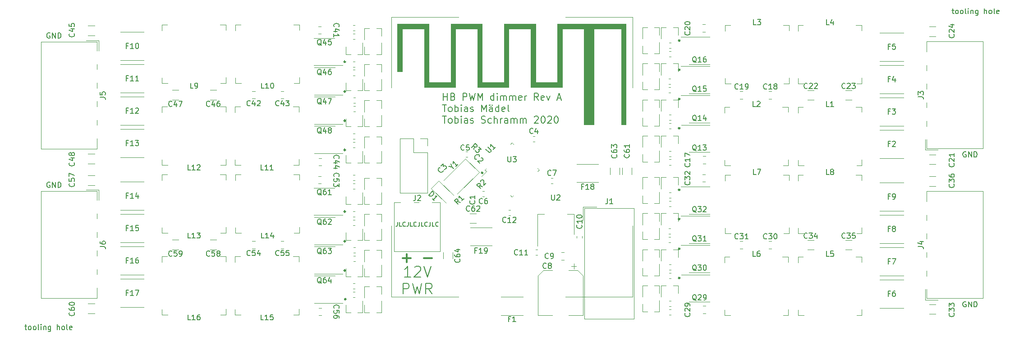
<source format=gto>
G04 #@! TF.GenerationSoftware,KiCad,Pcbnew,5.1.5*
G04 #@! TF.CreationDate,2020-04-05T15:42:04+02:00*
G04 #@! TF.ProjectId,HB-LC-DimPWM-PCB,48422d4c-432d-4446-996d-50574d2d5043,rev?*
G04 #@! TF.SameCoordinates,Original*
G04 #@! TF.FileFunction,Legend,Top*
G04 #@! TF.FilePolarity,Positive*
%FSLAX46Y46*%
G04 Gerber Fmt 4.6, Leading zero omitted, Abs format (unit mm)*
G04 Created by KiCad (PCBNEW 5.1.5) date 2020-04-05 15:42:04*
%MOMM*%
%LPD*%
G04 APERTURE LIST*
%ADD10C,0.150000*%
%ADD11C,0.200000*%
%ADD12C,0.300000*%
%ADD13C,0.120000*%
%ADD14C,0.100000*%
G04 APERTURE END LIST*
D10*
X151404761Y-100561904D02*
X151404761Y-101133333D01*
X151366666Y-101247619D01*
X151290476Y-101323809D01*
X151176190Y-101361904D01*
X151100000Y-101361904D01*
X152166666Y-101361904D02*
X151785714Y-101361904D01*
X151785714Y-100561904D01*
X152890476Y-101285714D02*
X152852380Y-101323809D01*
X152738095Y-101361904D01*
X152661904Y-101361904D01*
X152547619Y-101323809D01*
X152471428Y-101247619D01*
X152433333Y-101171428D01*
X152395238Y-101019047D01*
X152395238Y-100904761D01*
X152433333Y-100752380D01*
X152471428Y-100676190D01*
X152547619Y-100600000D01*
X152661904Y-100561904D01*
X152738095Y-100561904D01*
X152852380Y-100600000D01*
X152890476Y-100638095D01*
X153461904Y-100561904D02*
X153461904Y-101133333D01*
X153423809Y-101247619D01*
X153347619Y-101323809D01*
X153233333Y-101361904D01*
X153157142Y-101361904D01*
X154223809Y-101361904D02*
X153842857Y-101361904D01*
X153842857Y-100561904D01*
X154947619Y-101285714D02*
X154909523Y-101323809D01*
X154795238Y-101361904D01*
X154719047Y-101361904D01*
X154604761Y-101323809D01*
X154528571Y-101247619D01*
X154490476Y-101171428D01*
X154452380Y-101019047D01*
X154452380Y-100904761D01*
X154490476Y-100752380D01*
X154528571Y-100676190D01*
X154604761Y-100600000D01*
X154719047Y-100561904D01*
X154795238Y-100561904D01*
X154909523Y-100600000D01*
X154947619Y-100638095D01*
X155519047Y-100561904D02*
X155519047Y-101133333D01*
X155480952Y-101247619D01*
X155404761Y-101323809D01*
X155290476Y-101361904D01*
X155214285Y-101361904D01*
X156280952Y-101361904D02*
X155900000Y-101361904D01*
X155900000Y-100561904D01*
X157004761Y-101285714D02*
X156966666Y-101323809D01*
X156852380Y-101361904D01*
X156776190Y-101361904D01*
X156661904Y-101323809D01*
X156585714Y-101247619D01*
X156547619Y-101171428D01*
X156509523Y-101019047D01*
X156509523Y-100904761D01*
X156547619Y-100752380D01*
X156585714Y-100676190D01*
X156661904Y-100600000D01*
X156776190Y-100561904D01*
X156852380Y-100561904D01*
X156966666Y-100600000D01*
X157004761Y-100638095D01*
X157576190Y-100561904D02*
X157576190Y-101133333D01*
X157538095Y-101247619D01*
X157461904Y-101323809D01*
X157347619Y-101361904D01*
X157271428Y-101361904D01*
X158338095Y-101361904D02*
X157957142Y-101361904D01*
X157957142Y-100561904D01*
X159061904Y-101285714D02*
X159023809Y-101323809D01*
X158909523Y-101361904D01*
X158833333Y-101361904D01*
X158719047Y-101323809D01*
X158642857Y-101247619D01*
X158604761Y-101171428D01*
X158566666Y-101019047D01*
X158566666Y-100904761D01*
X158604761Y-100752380D01*
X158642857Y-100676190D01*
X158719047Y-100600000D01*
X158833333Y-100561904D01*
X158909523Y-100561904D01*
X159023809Y-100600000D01*
X159061904Y-100638095D01*
D11*
X160039523Y-77638095D02*
X160039523Y-76338095D01*
X160039523Y-76957142D02*
X160782380Y-76957142D01*
X160782380Y-77638095D02*
X160782380Y-76338095D01*
X161834761Y-76957142D02*
X162020476Y-77019047D01*
X162082380Y-77080952D01*
X162144285Y-77204761D01*
X162144285Y-77390476D01*
X162082380Y-77514285D01*
X162020476Y-77576190D01*
X161896666Y-77638095D01*
X161401428Y-77638095D01*
X161401428Y-76338095D01*
X161834761Y-76338095D01*
X161958571Y-76400000D01*
X162020476Y-76461904D01*
X162082380Y-76585714D01*
X162082380Y-76709523D01*
X162020476Y-76833333D01*
X161958571Y-76895238D01*
X161834761Y-76957142D01*
X161401428Y-76957142D01*
X163691904Y-77638095D02*
X163691904Y-76338095D01*
X164187142Y-76338095D01*
X164310952Y-76400000D01*
X164372857Y-76461904D01*
X164434761Y-76585714D01*
X164434761Y-76771428D01*
X164372857Y-76895238D01*
X164310952Y-76957142D01*
X164187142Y-77019047D01*
X163691904Y-77019047D01*
X164868095Y-76338095D02*
X165177619Y-77638095D01*
X165425238Y-76709523D01*
X165672857Y-77638095D01*
X165982380Y-76338095D01*
X166477619Y-77638095D02*
X166477619Y-76338095D01*
X166910952Y-77266666D01*
X167344285Y-76338095D01*
X167344285Y-77638095D01*
X169510952Y-77638095D02*
X169510952Y-76338095D01*
X169510952Y-77576190D02*
X169387142Y-77638095D01*
X169139523Y-77638095D01*
X169015714Y-77576190D01*
X168953809Y-77514285D01*
X168891904Y-77390476D01*
X168891904Y-77019047D01*
X168953809Y-76895238D01*
X169015714Y-76833333D01*
X169139523Y-76771428D01*
X169387142Y-76771428D01*
X169510952Y-76833333D01*
X170130000Y-77638095D02*
X170130000Y-76771428D01*
X170130000Y-76338095D02*
X170068095Y-76400000D01*
X170130000Y-76461904D01*
X170191904Y-76400000D01*
X170130000Y-76338095D01*
X170130000Y-76461904D01*
X170749047Y-77638095D02*
X170749047Y-76771428D01*
X170749047Y-76895238D02*
X170810952Y-76833333D01*
X170934761Y-76771428D01*
X171120476Y-76771428D01*
X171244285Y-76833333D01*
X171306190Y-76957142D01*
X171306190Y-77638095D01*
X171306190Y-76957142D02*
X171368095Y-76833333D01*
X171491904Y-76771428D01*
X171677619Y-76771428D01*
X171801428Y-76833333D01*
X171863333Y-76957142D01*
X171863333Y-77638095D01*
X172482380Y-77638095D02*
X172482380Y-76771428D01*
X172482380Y-76895238D02*
X172544285Y-76833333D01*
X172668095Y-76771428D01*
X172853809Y-76771428D01*
X172977619Y-76833333D01*
X173039523Y-76957142D01*
X173039523Y-77638095D01*
X173039523Y-76957142D02*
X173101428Y-76833333D01*
X173225238Y-76771428D01*
X173410952Y-76771428D01*
X173534761Y-76833333D01*
X173596666Y-76957142D01*
X173596666Y-77638095D01*
X174710952Y-77576190D02*
X174587142Y-77638095D01*
X174339523Y-77638095D01*
X174215714Y-77576190D01*
X174153809Y-77452380D01*
X174153809Y-76957142D01*
X174215714Y-76833333D01*
X174339523Y-76771428D01*
X174587142Y-76771428D01*
X174710952Y-76833333D01*
X174772857Y-76957142D01*
X174772857Y-77080952D01*
X174153809Y-77204761D01*
X175330000Y-77638095D02*
X175330000Y-76771428D01*
X175330000Y-77019047D02*
X175391904Y-76895238D01*
X175453809Y-76833333D01*
X175577619Y-76771428D01*
X175701428Y-76771428D01*
X177868095Y-77638095D02*
X177434761Y-77019047D01*
X177125238Y-77638095D02*
X177125238Y-76338095D01*
X177620476Y-76338095D01*
X177744285Y-76400000D01*
X177806190Y-76461904D01*
X177868095Y-76585714D01*
X177868095Y-76771428D01*
X177806190Y-76895238D01*
X177744285Y-76957142D01*
X177620476Y-77019047D01*
X177125238Y-77019047D01*
X178920476Y-77576190D02*
X178796666Y-77638095D01*
X178549047Y-77638095D01*
X178425238Y-77576190D01*
X178363333Y-77452380D01*
X178363333Y-76957142D01*
X178425238Y-76833333D01*
X178549047Y-76771428D01*
X178796666Y-76771428D01*
X178920476Y-76833333D01*
X178982380Y-76957142D01*
X178982380Y-77080952D01*
X178363333Y-77204761D01*
X179415714Y-76771428D02*
X179725238Y-77638095D01*
X180034761Y-76771428D01*
X181458571Y-77266666D02*
X182077619Y-77266666D01*
X181334761Y-77638095D02*
X181768095Y-76338095D01*
X182201428Y-77638095D01*
X159853809Y-78488095D02*
X160596666Y-78488095D01*
X160225238Y-79788095D02*
X160225238Y-78488095D01*
X161215714Y-79788095D02*
X161091904Y-79726190D01*
X161030000Y-79664285D01*
X160968095Y-79540476D01*
X160968095Y-79169047D01*
X161030000Y-79045238D01*
X161091904Y-78983333D01*
X161215714Y-78921428D01*
X161401428Y-78921428D01*
X161525238Y-78983333D01*
X161587142Y-79045238D01*
X161649047Y-79169047D01*
X161649047Y-79540476D01*
X161587142Y-79664285D01*
X161525238Y-79726190D01*
X161401428Y-79788095D01*
X161215714Y-79788095D01*
X162206190Y-79788095D02*
X162206190Y-78488095D01*
X162206190Y-78983333D02*
X162330000Y-78921428D01*
X162577619Y-78921428D01*
X162701428Y-78983333D01*
X162763333Y-79045238D01*
X162825238Y-79169047D01*
X162825238Y-79540476D01*
X162763333Y-79664285D01*
X162701428Y-79726190D01*
X162577619Y-79788095D01*
X162330000Y-79788095D01*
X162206190Y-79726190D01*
X163382380Y-79788095D02*
X163382380Y-78921428D01*
X163382380Y-78488095D02*
X163320476Y-78550000D01*
X163382380Y-78611904D01*
X163444285Y-78550000D01*
X163382380Y-78488095D01*
X163382380Y-78611904D01*
X164558571Y-79788095D02*
X164558571Y-79107142D01*
X164496666Y-78983333D01*
X164372857Y-78921428D01*
X164125238Y-78921428D01*
X164001428Y-78983333D01*
X164558571Y-79726190D02*
X164434761Y-79788095D01*
X164125238Y-79788095D01*
X164001428Y-79726190D01*
X163939523Y-79602380D01*
X163939523Y-79478571D01*
X164001428Y-79354761D01*
X164125238Y-79292857D01*
X164434761Y-79292857D01*
X164558571Y-79230952D01*
X165115714Y-79726190D02*
X165239523Y-79788095D01*
X165487142Y-79788095D01*
X165610952Y-79726190D01*
X165672857Y-79602380D01*
X165672857Y-79540476D01*
X165610952Y-79416666D01*
X165487142Y-79354761D01*
X165301428Y-79354761D01*
X165177619Y-79292857D01*
X165115714Y-79169047D01*
X165115714Y-79107142D01*
X165177619Y-78983333D01*
X165301428Y-78921428D01*
X165487142Y-78921428D01*
X165610952Y-78983333D01*
X167220476Y-79788095D02*
X167220476Y-78488095D01*
X167653809Y-79416666D01*
X168087142Y-78488095D01*
X168087142Y-79788095D01*
X169263333Y-79788095D02*
X169263333Y-79107142D01*
X169201428Y-78983333D01*
X169077619Y-78921428D01*
X168830000Y-78921428D01*
X168706190Y-78983333D01*
X169263333Y-79726190D02*
X169139523Y-79788095D01*
X168830000Y-79788095D01*
X168706190Y-79726190D01*
X168644285Y-79602380D01*
X168644285Y-79478571D01*
X168706190Y-79354761D01*
X168830000Y-79292857D01*
X169139523Y-79292857D01*
X169263333Y-79230952D01*
X168706190Y-78488095D02*
X168768095Y-78550000D01*
X168706190Y-78611904D01*
X168644285Y-78550000D01*
X168706190Y-78488095D01*
X168706190Y-78611904D01*
X169201428Y-78488095D02*
X169263333Y-78550000D01*
X169201428Y-78611904D01*
X169139523Y-78550000D01*
X169201428Y-78488095D01*
X169201428Y-78611904D01*
X170439523Y-79788095D02*
X170439523Y-78488095D01*
X170439523Y-79726190D02*
X170315714Y-79788095D01*
X170068095Y-79788095D01*
X169944285Y-79726190D01*
X169882380Y-79664285D01*
X169820476Y-79540476D01*
X169820476Y-79169047D01*
X169882380Y-79045238D01*
X169944285Y-78983333D01*
X170068095Y-78921428D01*
X170315714Y-78921428D01*
X170439523Y-78983333D01*
X171553809Y-79726190D02*
X171430000Y-79788095D01*
X171182380Y-79788095D01*
X171058571Y-79726190D01*
X170996666Y-79602380D01*
X170996666Y-79107142D01*
X171058571Y-78983333D01*
X171182380Y-78921428D01*
X171430000Y-78921428D01*
X171553809Y-78983333D01*
X171615714Y-79107142D01*
X171615714Y-79230952D01*
X170996666Y-79354761D01*
X172358571Y-79788095D02*
X172234761Y-79726190D01*
X172172857Y-79602380D01*
X172172857Y-78488095D01*
X159853809Y-80638095D02*
X160596666Y-80638095D01*
X160225238Y-81938095D02*
X160225238Y-80638095D01*
X161215714Y-81938095D02*
X161091904Y-81876190D01*
X161030000Y-81814285D01*
X160968095Y-81690476D01*
X160968095Y-81319047D01*
X161030000Y-81195238D01*
X161091904Y-81133333D01*
X161215714Y-81071428D01*
X161401428Y-81071428D01*
X161525238Y-81133333D01*
X161587142Y-81195238D01*
X161649047Y-81319047D01*
X161649047Y-81690476D01*
X161587142Y-81814285D01*
X161525238Y-81876190D01*
X161401428Y-81938095D01*
X161215714Y-81938095D01*
X162206190Y-81938095D02*
X162206190Y-80638095D01*
X162206190Y-81133333D02*
X162330000Y-81071428D01*
X162577619Y-81071428D01*
X162701428Y-81133333D01*
X162763333Y-81195238D01*
X162825238Y-81319047D01*
X162825238Y-81690476D01*
X162763333Y-81814285D01*
X162701428Y-81876190D01*
X162577619Y-81938095D01*
X162330000Y-81938095D01*
X162206190Y-81876190D01*
X163382380Y-81938095D02*
X163382380Y-81071428D01*
X163382380Y-80638095D02*
X163320476Y-80700000D01*
X163382380Y-80761904D01*
X163444285Y-80700000D01*
X163382380Y-80638095D01*
X163382380Y-80761904D01*
X164558571Y-81938095D02*
X164558571Y-81257142D01*
X164496666Y-81133333D01*
X164372857Y-81071428D01*
X164125238Y-81071428D01*
X164001428Y-81133333D01*
X164558571Y-81876190D02*
X164434761Y-81938095D01*
X164125238Y-81938095D01*
X164001428Y-81876190D01*
X163939523Y-81752380D01*
X163939523Y-81628571D01*
X164001428Y-81504761D01*
X164125238Y-81442857D01*
X164434761Y-81442857D01*
X164558571Y-81380952D01*
X165115714Y-81876190D02*
X165239523Y-81938095D01*
X165487142Y-81938095D01*
X165610952Y-81876190D01*
X165672857Y-81752380D01*
X165672857Y-81690476D01*
X165610952Y-81566666D01*
X165487142Y-81504761D01*
X165301428Y-81504761D01*
X165177619Y-81442857D01*
X165115714Y-81319047D01*
X165115714Y-81257142D01*
X165177619Y-81133333D01*
X165301428Y-81071428D01*
X165487142Y-81071428D01*
X165610952Y-81133333D01*
X167158571Y-81876190D02*
X167344285Y-81938095D01*
X167653809Y-81938095D01*
X167777619Y-81876190D01*
X167839523Y-81814285D01*
X167901428Y-81690476D01*
X167901428Y-81566666D01*
X167839523Y-81442857D01*
X167777619Y-81380952D01*
X167653809Y-81319047D01*
X167406190Y-81257142D01*
X167282380Y-81195238D01*
X167220476Y-81133333D01*
X167158571Y-81009523D01*
X167158571Y-80885714D01*
X167220476Y-80761904D01*
X167282380Y-80700000D01*
X167406190Y-80638095D01*
X167715714Y-80638095D01*
X167901428Y-80700000D01*
X169015714Y-81876190D02*
X168891904Y-81938095D01*
X168644285Y-81938095D01*
X168520476Y-81876190D01*
X168458571Y-81814285D01*
X168396666Y-81690476D01*
X168396666Y-81319047D01*
X168458571Y-81195238D01*
X168520476Y-81133333D01*
X168644285Y-81071428D01*
X168891904Y-81071428D01*
X169015714Y-81133333D01*
X169572857Y-81938095D02*
X169572857Y-80638095D01*
X170130000Y-81938095D02*
X170130000Y-81257142D01*
X170068095Y-81133333D01*
X169944285Y-81071428D01*
X169758571Y-81071428D01*
X169634761Y-81133333D01*
X169572857Y-81195238D01*
X170749047Y-81938095D02*
X170749047Y-81071428D01*
X170749047Y-81319047D02*
X170810952Y-81195238D01*
X170872857Y-81133333D01*
X170996666Y-81071428D01*
X171120476Y-81071428D01*
X172110952Y-81938095D02*
X172110952Y-81257142D01*
X172049047Y-81133333D01*
X171925238Y-81071428D01*
X171677619Y-81071428D01*
X171553809Y-81133333D01*
X172110952Y-81876190D02*
X171987142Y-81938095D01*
X171677619Y-81938095D01*
X171553809Y-81876190D01*
X171491904Y-81752380D01*
X171491904Y-81628571D01*
X171553809Y-81504761D01*
X171677619Y-81442857D01*
X171987142Y-81442857D01*
X172110952Y-81380952D01*
X172730000Y-81938095D02*
X172730000Y-81071428D01*
X172730000Y-81195238D02*
X172791904Y-81133333D01*
X172915714Y-81071428D01*
X173101428Y-81071428D01*
X173225238Y-81133333D01*
X173287142Y-81257142D01*
X173287142Y-81938095D01*
X173287142Y-81257142D02*
X173349047Y-81133333D01*
X173472857Y-81071428D01*
X173658571Y-81071428D01*
X173782380Y-81133333D01*
X173844285Y-81257142D01*
X173844285Y-81938095D01*
X174463333Y-81938095D02*
X174463333Y-81071428D01*
X174463333Y-81195238D02*
X174525238Y-81133333D01*
X174649047Y-81071428D01*
X174834761Y-81071428D01*
X174958571Y-81133333D01*
X175020476Y-81257142D01*
X175020476Y-81938095D01*
X175020476Y-81257142D02*
X175082380Y-81133333D01*
X175206190Y-81071428D01*
X175391904Y-81071428D01*
X175515714Y-81133333D01*
X175577619Y-81257142D01*
X175577619Y-81938095D01*
X177125238Y-80761904D02*
X177187142Y-80700000D01*
X177310952Y-80638095D01*
X177620476Y-80638095D01*
X177744285Y-80700000D01*
X177806190Y-80761904D01*
X177868095Y-80885714D01*
X177868095Y-81009523D01*
X177806190Y-81195238D01*
X177063333Y-81938095D01*
X177868095Y-81938095D01*
X178672857Y-80638095D02*
X178796666Y-80638095D01*
X178920476Y-80700000D01*
X178982380Y-80761904D01*
X179044285Y-80885714D01*
X179106190Y-81133333D01*
X179106190Y-81442857D01*
X179044285Y-81690476D01*
X178982380Y-81814285D01*
X178920476Y-81876190D01*
X178796666Y-81938095D01*
X178672857Y-81938095D01*
X178549047Y-81876190D01*
X178487142Y-81814285D01*
X178425238Y-81690476D01*
X178363333Y-81442857D01*
X178363333Y-81133333D01*
X178425238Y-80885714D01*
X178487142Y-80761904D01*
X178549047Y-80700000D01*
X178672857Y-80638095D01*
X179601428Y-80761904D02*
X179663333Y-80700000D01*
X179787142Y-80638095D01*
X180096666Y-80638095D01*
X180220476Y-80700000D01*
X180282380Y-80761904D01*
X180344285Y-80885714D01*
X180344285Y-81009523D01*
X180282380Y-81195238D01*
X179539523Y-81938095D01*
X180344285Y-81938095D01*
X181149047Y-80638095D02*
X181272857Y-80638095D01*
X181396666Y-80700000D01*
X181458571Y-80761904D01*
X181520476Y-80885714D01*
X181582380Y-81133333D01*
X181582380Y-81442857D01*
X181520476Y-81690476D01*
X181458571Y-81814285D01*
X181396666Y-81876190D01*
X181272857Y-81938095D01*
X181149047Y-81938095D01*
X181025238Y-81876190D01*
X180963333Y-81814285D01*
X180901428Y-81690476D01*
X180839523Y-81442857D01*
X180839523Y-81133333D01*
X180901428Y-80885714D01*
X180963333Y-80761904D01*
X181025238Y-80700000D01*
X181149047Y-80638095D01*
D10*
X86138095Y-93100000D02*
X86042857Y-93052380D01*
X85900000Y-93052380D01*
X85757142Y-93100000D01*
X85661904Y-93195238D01*
X85614285Y-93290476D01*
X85566666Y-93480952D01*
X85566666Y-93623809D01*
X85614285Y-93814285D01*
X85661904Y-93909523D01*
X85757142Y-94004761D01*
X85900000Y-94052380D01*
X85995238Y-94052380D01*
X86138095Y-94004761D01*
X86185714Y-93957142D01*
X86185714Y-93623809D01*
X85995238Y-93623809D01*
X86614285Y-94052380D02*
X86614285Y-93052380D01*
X87185714Y-94052380D01*
X87185714Y-93052380D01*
X87661904Y-94052380D02*
X87661904Y-93052380D01*
X87900000Y-93052380D01*
X88042857Y-93100000D01*
X88138095Y-93195238D01*
X88185714Y-93290476D01*
X88233333Y-93480952D01*
X88233333Y-93623809D01*
X88185714Y-93814285D01*
X88138095Y-93909523D01*
X88042857Y-94004761D01*
X87900000Y-94052380D01*
X87661904Y-94052380D01*
X86138095Y-65000000D02*
X86042857Y-64952380D01*
X85900000Y-64952380D01*
X85757142Y-65000000D01*
X85661904Y-65095238D01*
X85614285Y-65190476D01*
X85566666Y-65380952D01*
X85566666Y-65523809D01*
X85614285Y-65714285D01*
X85661904Y-65809523D01*
X85757142Y-65904761D01*
X85900000Y-65952380D01*
X85995238Y-65952380D01*
X86138095Y-65904761D01*
X86185714Y-65857142D01*
X86185714Y-65523809D01*
X85995238Y-65523809D01*
X86614285Y-65952380D02*
X86614285Y-64952380D01*
X87185714Y-65952380D01*
X87185714Y-64952380D01*
X87661904Y-65952380D02*
X87661904Y-64952380D01*
X87900000Y-64952380D01*
X88042857Y-65000000D01*
X88138095Y-65095238D01*
X88185714Y-65190476D01*
X88233333Y-65380952D01*
X88233333Y-65523809D01*
X88185714Y-65714285D01*
X88138095Y-65809523D01*
X88042857Y-65904761D01*
X87900000Y-65952380D01*
X87661904Y-65952380D01*
X258138095Y-87400000D02*
X258042857Y-87352380D01*
X257900000Y-87352380D01*
X257757142Y-87400000D01*
X257661904Y-87495238D01*
X257614285Y-87590476D01*
X257566666Y-87780952D01*
X257566666Y-87923809D01*
X257614285Y-88114285D01*
X257661904Y-88209523D01*
X257757142Y-88304761D01*
X257900000Y-88352380D01*
X257995238Y-88352380D01*
X258138095Y-88304761D01*
X258185714Y-88257142D01*
X258185714Y-87923809D01*
X257995238Y-87923809D01*
X258614285Y-88352380D02*
X258614285Y-87352380D01*
X259185714Y-88352380D01*
X259185714Y-87352380D01*
X259661904Y-88352380D02*
X259661904Y-87352380D01*
X259900000Y-87352380D01*
X260042857Y-87400000D01*
X260138095Y-87495238D01*
X260185714Y-87590476D01*
X260233333Y-87780952D01*
X260233333Y-87923809D01*
X260185714Y-88114285D01*
X260138095Y-88209523D01*
X260042857Y-88304761D01*
X259900000Y-88352380D01*
X259661904Y-88352380D01*
X258138095Y-115600000D02*
X258042857Y-115552380D01*
X257900000Y-115552380D01*
X257757142Y-115600000D01*
X257661904Y-115695238D01*
X257614285Y-115790476D01*
X257566666Y-115980952D01*
X257566666Y-116123809D01*
X257614285Y-116314285D01*
X257661904Y-116409523D01*
X257757142Y-116504761D01*
X257900000Y-116552380D01*
X257995238Y-116552380D01*
X258138095Y-116504761D01*
X258185714Y-116457142D01*
X258185714Y-116123809D01*
X257995238Y-116123809D01*
X258614285Y-116552380D02*
X258614285Y-115552380D01*
X259185714Y-116552380D01*
X259185714Y-115552380D01*
X259661904Y-116552380D02*
X259661904Y-115552380D01*
X259900000Y-115552380D01*
X260042857Y-115600000D01*
X260138095Y-115695238D01*
X260185714Y-115790476D01*
X260233333Y-115980952D01*
X260233333Y-116123809D01*
X260185714Y-116314285D01*
X260138095Y-116409523D01*
X260042857Y-116504761D01*
X259900000Y-116552380D01*
X259661904Y-116552380D01*
D12*
X141600000Y-70400000D02*
G75*
G03X141600000Y-70400000I-100000J0D01*
G01*
X141700000Y-115100000D02*
G75*
G03X141700000Y-115100000I-100000J0D01*
G01*
X141600000Y-109700000D02*
G75*
G03X141600000Y-109700000I-100000J0D01*
G01*
X141600000Y-104200000D02*
G75*
G03X141600000Y-104200000I-100000J0D01*
G01*
X141600000Y-98600000D02*
G75*
G03X141600000Y-98600000I-100000J0D01*
G01*
X141600000Y-87000000D02*
G75*
G03X141600000Y-87000000I-100000J0D01*
G01*
X141600000Y-81500000D02*
G75*
G03X141600000Y-81500000I-100000J0D01*
G01*
X141600000Y-76000000D02*
G75*
G03X141600000Y-76000000I-100000J0D01*
G01*
X204400000Y-111100000D02*
G75*
G03X204400000Y-111100000I-100000J0D01*
G01*
X204400000Y-105600000D02*
G75*
G03X204400000Y-105600000I-100000J0D01*
G01*
X204400000Y-100000000D02*
G75*
G03X204400000Y-100000000I-100000J0D01*
G01*
X204400000Y-94500000D02*
G75*
G03X204400000Y-94500000I-100000J0D01*
G01*
X204400000Y-82900000D02*
G75*
G03X204400000Y-82900000I-100000J0D01*
G01*
X204400000Y-77400000D02*
G75*
G03X204400000Y-77400000I-100000J0D01*
G01*
X204400000Y-71900000D02*
G75*
G03X204400000Y-71900000I-100000J0D01*
G01*
X204400000Y-66400000D02*
G75*
G03X204400000Y-66400000I-100000J0D01*
G01*
X167400000Y-91300000D02*
G75*
G03X167400000Y-91300000I-100000J0D01*
G01*
X152338095Y-107342857D02*
X153861904Y-107342857D01*
X153100000Y-108104761D02*
X153100000Y-106580952D01*
X156338095Y-107342857D02*
X157861904Y-107342857D01*
D11*
X153861904Y-110904761D02*
X152719047Y-110904761D01*
X153290476Y-110904761D02*
X153290476Y-108904761D01*
X153100000Y-109190476D01*
X152909523Y-109380952D01*
X152719047Y-109476190D01*
X154623809Y-109095238D02*
X154719047Y-109000000D01*
X154909523Y-108904761D01*
X155385714Y-108904761D01*
X155576190Y-109000000D01*
X155671428Y-109095238D01*
X155766666Y-109285714D01*
X155766666Y-109476190D01*
X155671428Y-109761904D01*
X154528571Y-110904761D01*
X155766666Y-110904761D01*
X156338095Y-108904761D02*
X157004761Y-110904761D01*
X157671428Y-108904761D01*
X152433333Y-114104761D02*
X152433333Y-112104761D01*
X153195238Y-112104761D01*
X153385714Y-112200000D01*
X153480952Y-112295238D01*
X153576190Y-112485714D01*
X153576190Y-112771428D01*
X153480952Y-112961904D01*
X153385714Y-113057142D01*
X153195238Y-113152380D01*
X152433333Y-113152380D01*
X154242857Y-112104761D02*
X154719047Y-114104761D01*
X155100000Y-112676190D01*
X155480952Y-114104761D01*
X155957142Y-112104761D01*
X157861904Y-114104761D02*
X157195238Y-113152380D01*
X156719047Y-114104761D02*
X156719047Y-112104761D01*
X157480952Y-112104761D01*
X157671428Y-112200000D01*
X157766666Y-112295238D01*
X157861904Y-112485714D01*
X157861904Y-112771428D01*
X157766666Y-112961904D01*
X157671428Y-113057142D01*
X157480952Y-113152380D01*
X156719047Y-113152380D01*
D13*
X159990000Y-106297936D02*
X159990000Y-107502064D01*
X161810000Y-106297936D02*
X161810000Y-107502064D01*
X191290000Y-90397936D02*
X191290000Y-91602064D01*
X193110000Y-90397936D02*
X193110000Y-91602064D01*
X164997936Y-100810000D02*
X166202064Y-100810000D01*
X164997936Y-98990000D02*
X166202064Y-98990000D01*
X193590000Y-90397936D02*
X193590000Y-91602064D01*
X195410000Y-90397936D02*
X195410000Y-91602064D01*
X185010000Y-108900000D02*
X184010000Y-108900000D01*
X184510000Y-108400000D02*
X184510000Y-109400000D01*
X178804437Y-109640000D02*
X177740000Y-110704437D01*
X185195563Y-109640000D02*
X186260000Y-110704437D01*
X185195563Y-109640000D02*
X183510000Y-109640000D01*
X178804437Y-109640000D02*
X180490000Y-109640000D01*
X177740000Y-110704437D02*
X177740000Y-118160000D01*
X186260000Y-110704437D02*
X186260000Y-118160000D01*
X186260000Y-118160000D02*
X183510000Y-118160000D01*
X177740000Y-118160000D02*
X180490000Y-118160000D01*
X159400000Y-106100000D02*
X159400000Y-96890000D01*
X154460000Y-96890000D02*
X155440000Y-96890000D01*
X159400000Y-96890000D02*
X157900000Y-96890000D01*
X151940000Y-96890000D02*
X150800000Y-96890000D01*
X150800000Y-96890000D02*
X150800000Y-106100000D01*
X150800000Y-106100000D02*
X159400000Y-106100000D01*
X165047936Y-105010000D02*
X169152064Y-105010000D01*
X165047936Y-101590000D02*
X169152064Y-101590000D01*
X189152064Y-89640000D02*
X185047936Y-89640000D01*
X189152064Y-93060000D02*
X185047936Y-93060000D01*
X159166117Y-92801903D02*
X161923833Y-95559619D01*
X157751903Y-94216117D02*
X160509619Y-96973833D01*
X159166117Y-92801903D02*
X157751903Y-94216117D01*
X95310000Y-94490000D02*
X95310000Y-96440000D01*
X92900000Y-94490000D02*
X95310000Y-94490000D01*
X95010000Y-109460000D02*
X95010000Y-110440000D01*
X95010000Y-105960000D02*
X95010000Y-106940000D01*
X95010000Y-102460000D02*
X95010000Y-103440000D01*
X95010000Y-98960000D02*
X95010000Y-99940000D01*
X95010000Y-114910000D02*
X95010000Y-112960000D01*
X84490000Y-114910000D02*
X95010000Y-114910000D01*
X84490000Y-94790000D02*
X84490000Y-114910000D01*
X95010000Y-94790000D02*
X84490000Y-94790000D01*
X95010000Y-96440000D02*
X95010000Y-94790000D01*
X95310000Y-66390000D02*
X95310000Y-68340000D01*
X92900000Y-66390000D02*
X95310000Y-66390000D01*
X95010000Y-81360000D02*
X95010000Y-82340000D01*
X95010000Y-77860000D02*
X95010000Y-78840000D01*
X95010000Y-74360000D02*
X95010000Y-75340000D01*
X95010000Y-70860000D02*
X95010000Y-71840000D01*
X95010000Y-86810000D02*
X95010000Y-84860000D01*
X84490000Y-86810000D02*
X95010000Y-86810000D01*
X84490000Y-66690000D02*
X84490000Y-86810000D01*
X95010000Y-66690000D02*
X84490000Y-66690000D01*
X95010000Y-68340000D02*
X95010000Y-66690000D01*
X250490000Y-115210000D02*
X250490000Y-113260000D01*
X252900000Y-115210000D02*
X250490000Y-115210000D01*
X250790000Y-100240000D02*
X250790000Y-99260000D01*
X250790000Y-103740000D02*
X250790000Y-102760000D01*
X250790000Y-107240000D02*
X250790000Y-106260000D01*
X250790000Y-110740000D02*
X250790000Y-109760000D01*
X250790000Y-94790000D02*
X250790000Y-96740000D01*
X261310000Y-94790000D02*
X250790000Y-94790000D01*
X261310000Y-114910000D02*
X261310000Y-94790000D01*
X250790000Y-114910000D02*
X261310000Y-114910000D01*
X250790000Y-113260000D02*
X250790000Y-114910000D01*
X250490000Y-87010000D02*
X250490000Y-85060000D01*
X252900000Y-87010000D02*
X250490000Y-87010000D01*
X250790000Y-72040000D02*
X250790000Y-71060000D01*
X250790000Y-75540000D02*
X250790000Y-74560000D01*
X250790000Y-79040000D02*
X250790000Y-78060000D01*
X250790000Y-82540000D02*
X250790000Y-81560000D01*
X250790000Y-66590000D02*
X250790000Y-68540000D01*
X261310000Y-66590000D02*
X250790000Y-66590000D01*
X261310000Y-86710000D02*
X261310000Y-66590000D01*
X250790000Y-86710000D02*
X261310000Y-86710000D01*
X250790000Y-85060000D02*
X250790000Y-86710000D01*
X202762779Y-94990000D02*
X202437221Y-94990000D01*
X202762779Y-96010000D02*
X202437221Y-96010000D01*
X202437221Y-97610000D02*
X202762779Y-97610000D01*
X202437221Y-96590000D02*
X202762779Y-96590000D01*
X202662779Y-101790000D02*
X202337221Y-101790000D01*
X202662779Y-102810000D02*
X202337221Y-102810000D01*
X202337221Y-104410000D02*
X202662779Y-104410000D01*
X202337221Y-103390000D02*
X202662779Y-103390000D01*
X202762779Y-108590000D02*
X202437221Y-108590000D01*
X202762779Y-109610000D02*
X202437221Y-109610000D01*
X202437221Y-111210000D02*
X202762779Y-111210000D01*
X202437221Y-110190000D02*
X202762779Y-110190000D01*
X202762779Y-115390000D02*
X202437221Y-115390000D01*
X202762779Y-116410000D02*
X202437221Y-116410000D01*
X202437221Y-118010000D02*
X202762779Y-118010000D01*
X202437221Y-116990000D02*
X202762779Y-116990000D01*
X208100000Y-93940000D02*
X204650000Y-93940000D01*
X208100000Y-93940000D02*
X210050000Y-93940000D01*
X208100000Y-99060000D02*
X206150000Y-99060000D01*
X208100000Y-99060000D02*
X210050000Y-99060000D01*
X208100000Y-99440000D02*
X204650000Y-99440000D01*
X208100000Y-99440000D02*
X210050000Y-99440000D01*
X208100000Y-104560000D02*
X206150000Y-104560000D01*
X208100000Y-104560000D02*
X210050000Y-104560000D01*
X208100000Y-104940000D02*
X204650000Y-104940000D01*
X208100000Y-104940000D02*
X210050000Y-104940000D01*
X208100000Y-110060000D02*
X206150000Y-110060000D01*
X208100000Y-110060000D02*
X210050000Y-110060000D01*
X208125000Y-110475000D02*
X204675000Y-110475000D01*
X208125000Y-110475000D02*
X210075000Y-110475000D01*
X208125000Y-115595000D02*
X206175000Y-115595000D01*
X208125000Y-115595000D02*
X210075000Y-115595000D01*
X204080000Y-92140000D02*
X204080000Y-93600000D01*
X200920000Y-92140000D02*
X200920000Y-94300000D01*
X200920000Y-92140000D02*
X201850000Y-92140000D01*
X204080000Y-92140000D02*
X203150000Y-92140000D01*
X197420000Y-97060000D02*
X197420000Y-95600000D01*
X200580000Y-97060000D02*
X200580000Y-94900000D01*
X200580000Y-97060000D02*
X199650000Y-97060000D01*
X197420000Y-97060000D02*
X198350000Y-97060000D01*
X204080000Y-98940000D02*
X204080000Y-100400000D01*
X200920000Y-98940000D02*
X200920000Y-101100000D01*
X200920000Y-98940000D02*
X201850000Y-98940000D01*
X204080000Y-98940000D02*
X203150000Y-98940000D01*
X197420000Y-103860000D02*
X197420000Y-102400000D01*
X200580000Y-103860000D02*
X200580000Y-101700000D01*
X200580000Y-103860000D02*
X199650000Y-103860000D01*
X197420000Y-103860000D02*
X198350000Y-103860000D01*
X204080000Y-105740000D02*
X204080000Y-107200000D01*
X200920000Y-105740000D02*
X200920000Y-107900000D01*
X200920000Y-105740000D02*
X201850000Y-105740000D01*
X204080000Y-105740000D02*
X203150000Y-105740000D01*
X197420000Y-110660000D02*
X197420000Y-109200000D01*
X200580000Y-110660000D02*
X200580000Y-108500000D01*
X200580000Y-110660000D02*
X199650000Y-110660000D01*
X197420000Y-110660000D02*
X198350000Y-110660000D01*
X204080000Y-112540000D02*
X204080000Y-114000000D01*
X200920000Y-112540000D02*
X200920000Y-114700000D01*
X200920000Y-112540000D02*
X201850000Y-112540000D01*
X204080000Y-112540000D02*
X203150000Y-112540000D01*
X197420000Y-117460000D02*
X197420000Y-116000000D01*
X200580000Y-117460000D02*
X200580000Y-115300000D01*
X200580000Y-117460000D02*
X199650000Y-117460000D01*
X197420000Y-117460000D02*
X198350000Y-117460000D01*
X200580000Y-92140000D02*
X200580000Y-93600000D01*
X197420000Y-92140000D02*
X197420000Y-94300000D01*
X197420000Y-92140000D02*
X198350000Y-92140000D01*
X200580000Y-92140000D02*
X199650000Y-92140000D01*
X200580000Y-98940000D02*
X200580000Y-100400000D01*
X197420000Y-98940000D02*
X197420000Y-101100000D01*
X197420000Y-98940000D02*
X198350000Y-98940000D01*
X200580000Y-98940000D02*
X199650000Y-98940000D01*
X200580000Y-105740000D02*
X200580000Y-107200000D01*
X197420000Y-105740000D02*
X197420000Y-107900000D01*
X197420000Y-105740000D02*
X198350000Y-105740000D01*
X200580000Y-105740000D02*
X199650000Y-105740000D01*
X200580000Y-112540000D02*
X200580000Y-114000000D01*
X197420000Y-112540000D02*
X197420000Y-114700000D01*
X197420000Y-112540000D02*
X198350000Y-112540000D01*
X200580000Y-112540000D02*
X199650000Y-112540000D01*
X238600000Y-101600000D02*
X238600000Y-102700000D01*
X238600000Y-102700000D02*
X237600000Y-102700000D01*
X226600000Y-92800000D02*
X226600000Y-91700000D01*
X226600000Y-91700000D02*
X227600000Y-91700000D01*
X227700000Y-102700000D02*
X226600000Y-102700000D01*
X226600000Y-102700000D02*
X226600000Y-101700000D01*
X237500000Y-91700000D02*
X238600000Y-91700000D01*
X238600000Y-91700000D02*
X238600000Y-92700000D01*
X224900000Y-101600000D02*
X224900000Y-102700000D01*
X224900000Y-102700000D02*
X223900000Y-102700000D01*
X212900000Y-92800000D02*
X212900000Y-91700000D01*
X212900000Y-91700000D02*
X213900000Y-91700000D01*
X214000000Y-102700000D02*
X212900000Y-102700000D01*
X212900000Y-102700000D02*
X212900000Y-101700000D01*
X223800000Y-91700000D02*
X224900000Y-91700000D01*
X224900000Y-91700000D02*
X224900000Y-92700000D01*
X224800000Y-117000000D02*
X224800000Y-118100000D01*
X224800000Y-118100000D02*
X223800000Y-118100000D01*
X212800000Y-108200000D02*
X212800000Y-107100000D01*
X212800000Y-107100000D02*
X213800000Y-107100000D01*
X213900000Y-118100000D02*
X212800000Y-118100000D01*
X212800000Y-118100000D02*
X212800000Y-117100000D01*
X223700000Y-107100000D02*
X224800000Y-107100000D01*
X224800000Y-107100000D02*
X224800000Y-108100000D01*
X238600000Y-117000000D02*
X238600000Y-118100000D01*
X238600000Y-118100000D02*
X237600000Y-118100000D01*
X226600000Y-108200000D02*
X226600000Y-107100000D01*
X226600000Y-107100000D02*
X227600000Y-107100000D01*
X227700000Y-118100000D02*
X226600000Y-118100000D01*
X226600000Y-118100000D02*
X226600000Y-117100000D01*
X237500000Y-107100000D02*
X238600000Y-107100000D01*
X238600000Y-107100000D02*
X238600000Y-108100000D01*
X246403752Y-93130000D02*
X241996248Y-93130000D01*
X246403752Y-98470000D02*
X241996248Y-98470000D01*
X246403752Y-99230000D02*
X241996248Y-99230000D01*
X246403752Y-104570000D02*
X241996248Y-104570000D01*
X246403752Y-105330000D02*
X241996248Y-105330000D01*
X246403752Y-110670000D02*
X241996248Y-110670000D01*
X246403752Y-111430000D02*
X241996248Y-111430000D01*
X246403752Y-116770000D02*
X241996248Y-116770000D01*
X251277936Y-93810000D02*
X252482064Y-93810000D01*
X251277936Y-91990000D02*
X252482064Y-91990000D01*
X236702064Y-103990000D02*
X235497936Y-103990000D01*
X236702064Y-105810000D02*
X235497936Y-105810000D01*
X228397936Y-105810000D02*
X229602064Y-105810000D01*
X228397936Y-103990000D02*
X229602064Y-103990000D01*
X251277936Y-117910000D02*
X252482064Y-117910000D01*
X251277936Y-116090000D02*
X252482064Y-116090000D01*
X209158578Y-91590000D02*
X208641422Y-91590000D01*
X209158578Y-93010000D02*
X208641422Y-93010000D01*
X215741422Y-105610000D02*
X216258578Y-105610000D01*
X215741422Y-104190000D02*
X216258578Y-104190000D01*
X221141422Y-105610000D02*
X221658578Y-105610000D01*
X221141422Y-104190000D02*
X221658578Y-104190000D01*
X209258578Y-116390000D02*
X208741422Y-116390000D01*
X209258578Y-117810000D02*
X208741422Y-117810000D01*
X143037221Y-114760000D02*
X143362779Y-114760000D01*
X143037221Y-113740000D02*
X143362779Y-113740000D01*
X143362779Y-112140000D02*
X143037221Y-112140000D01*
X143362779Y-113160000D02*
X143037221Y-113160000D01*
X143137221Y-107960000D02*
X143462779Y-107960000D01*
X143137221Y-106940000D02*
X143462779Y-106940000D01*
X143462779Y-105340000D02*
X143137221Y-105340000D01*
X143462779Y-106360000D02*
X143137221Y-106360000D01*
X143037221Y-101160000D02*
X143362779Y-101160000D01*
X143037221Y-100140000D02*
X143362779Y-100140000D01*
X143362779Y-98540000D02*
X143037221Y-98540000D01*
X143362779Y-99560000D02*
X143037221Y-99560000D01*
X143037221Y-94360000D02*
X143362779Y-94360000D01*
X143037221Y-93340000D02*
X143362779Y-93340000D01*
X143362779Y-91740000D02*
X143037221Y-91740000D01*
X143362779Y-92760000D02*
X143037221Y-92760000D01*
X143037221Y-86560000D02*
X143362779Y-86560000D01*
X143037221Y-85540000D02*
X143362779Y-85540000D01*
X143362779Y-83940000D02*
X143037221Y-83940000D01*
X143362779Y-84960000D02*
X143037221Y-84960000D01*
X143137221Y-79760000D02*
X143462779Y-79760000D01*
X143137221Y-78740000D02*
X143462779Y-78740000D01*
X143462779Y-77140000D02*
X143137221Y-77140000D01*
X143462779Y-78160000D02*
X143137221Y-78160000D01*
X143037221Y-72960000D02*
X143362779Y-72960000D01*
X143037221Y-71940000D02*
X143362779Y-71940000D01*
X143362779Y-70340000D02*
X143037221Y-70340000D01*
X143362779Y-71360000D02*
X143037221Y-71360000D01*
X143037221Y-66160000D02*
X143362779Y-66160000D01*
X143037221Y-65140000D02*
X143362779Y-65140000D01*
X143362779Y-63540000D02*
X143037221Y-63540000D01*
X143362779Y-64560000D02*
X143037221Y-64560000D01*
X137700000Y-115810000D02*
X141150000Y-115810000D01*
X137700000Y-115810000D02*
X135750000Y-115810000D01*
X137700000Y-110690000D02*
X139650000Y-110690000D01*
X137700000Y-110690000D02*
X135750000Y-110690000D01*
X137700000Y-110310000D02*
X141150000Y-110310000D01*
X137700000Y-110310000D02*
X135750000Y-110310000D01*
X137700000Y-105190000D02*
X139650000Y-105190000D01*
X137700000Y-105190000D02*
X135750000Y-105190000D01*
X137700000Y-104810000D02*
X141150000Y-104810000D01*
X137700000Y-104810000D02*
X135750000Y-104810000D01*
X137700000Y-99690000D02*
X139650000Y-99690000D01*
X137700000Y-99690000D02*
X135750000Y-99690000D01*
X137675000Y-99275000D02*
X141125000Y-99275000D01*
X137675000Y-99275000D02*
X135725000Y-99275000D01*
X137675000Y-94155000D02*
X139625000Y-94155000D01*
X137675000Y-94155000D02*
X135725000Y-94155000D01*
X141720000Y-117610000D02*
X141720000Y-116150000D01*
X144880000Y-117610000D02*
X144880000Y-115450000D01*
X144880000Y-117610000D02*
X143950000Y-117610000D01*
X141720000Y-117610000D02*
X142650000Y-117610000D01*
X148380000Y-112690000D02*
X148380000Y-114150000D01*
X145220000Y-112690000D02*
X145220000Y-114850000D01*
X145220000Y-112690000D02*
X146150000Y-112690000D01*
X148380000Y-112690000D02*
X147450000Y-112690000D01*
X141720000Y-110810000D02*
X141720000Y-109350000D01*
X144880000Y-110810000D02*
X144880000Y-108650000D01*
X144880000Y-110810000D02*
X143950000Y-110810000D01*
X141720000Y-110810000D02*
X142650000Y-110810000D01*
X148380000Y-105890000D02*
X148380000Y-107350000D01*
X145220000Y-105890000D02*
X145220000Y-108050000D01*
X145220000Y-105890000D02*
X146150000Y-105890000D01*
X148380000Y-105890000D02*
X147450000Y-105890000D01*
X141720000Y-104010000D02*
X141720000Y-102550000D01*
X144880000Y-104010000D02*
X144880000Y-101850000D01*
X144880000Y-104010000D02*
X143950000Y-104010000D01*
X141720000Y-104010000D02*
X142650000Y-104010000D01*
X148380000Y-99090000D02*
X148380000Y-100550000D01*
X145220000Y-99090000D02*
X145220000Y-101250000D01*
X145220000Y-99090000D02*
X146150000Y-99090000D01*
X148380000Y-99090000D02*
X147450000Y-99090000D01*
X141720000Y-97210000D02*
X141720000Y-95750000D01*
X144880000Y-97210000D02*
X144880000Y-95050000D01*
X144880000Y-97210000D02*
X143950000Y-97210000D01*
X141720000Y-97210000D02*
X142650000Y-97210000D01*
X148380000Y-92290000D02*
X148380000Y-93750000D01*
X145220000Y-92290000D02*
X145220000Y-94450000D01*
X145220000Y-92290000D02*
X146150000Y-92290000D01*
X148380000Y-92290000D02*
X147450000Y-92290000D01*
X145220000Y-117610000D02*
X145220000Y-116150000D01*
X148380000Y-117610000D02*
X148380000Y-115450000D01*
X148380000Y-117610000D02*
X147450000Y-117610000D01*
X145220000Y-117610000D02*
X146150000Y-117610000D01*
X145220000Y-110810000D02*
X145220000Y-109350000D01*
X148380000Y-110810000D02*
X148380000Y-108650000D01*
X148380000Y-110810000D02*
X147450000Y-110810000D01*
X145220000Y-110810000D02*
X146150000Y-110810000D01*
X145220000Y-104010000D02*
X145220000Y-102550000D01*
X148380000Y-104010000D02*
X148380000Y-101850000D01*
X148380000Y-104010000D02*
X147450000Y-104010000D01*
X145220000Y-104010000D02*
X146150000Y-104010000D01*
X145220000Y-97210000D02*
X145220000Y-95750000D01*
X148380000Y-97210000D02*
X148380000Y-95050000D01*
X148380000Y-97210000D02*
X147450000Y-97210000D01*
X145220000Y-97210000D02*
X146150000Y-97210000D01*
X137700000Y-87610000D02*
X141150000Y-87610000D01*
X137700000Y-87610000D02*
X135750000Y-87610000D01*
X137700000Y-82490000D02*
X139650000Y-82490000D01*
X137700000Y-82490000D02*
X135750000Y-82490000D01*
X137700000Y-82110000D02*
X141150000Y-82110000D01*
X137700000Y-82110000D02*
X135750000Y-82110000D01*
X137700000Y-76990000D02*
X139650000Y-76990000D01*
X137700000Y-76990000D02*
X135750000Y-76990000D01*
X137700000Y-76610000D02*
X141150000Y-76610000D01*
X137700000Y-76610000D02*
X135750000Y-76610000D01*
X137700000Y-71490000D02*
X139650000Y-71490000D01*
X137700000Y-71490000D02*
X135750000Y-71490000D01*
X137675000Y-71075000D02*
X141125000Y-71075000D01*
X137675000Y-71075000D02*
X135725000Y-71075000D01*
X137675000Y-65955000D02*
X139625000Y-65955000D01*
X137675000Y-65955000D02*
X135725000Y-65955000D01*
X141720000Y-89410000D02*
X141720000Y-87950000D01*
X144880000Y-89410000D02*
X144880000Y-87250000D01*
X144880000Y-89410000D02*
X143950000Y-89410000D01*
X141720000Y-89410000D02*
X142650000Y-89410000D01*
X148380000Y-84490000D02*
X148380000Y-85950000D01*
X145220000Y-84490000D02*
X145220000Y-86650000D01*
X145220000Y-84490000D02*
X146150000Y-84490000D01*
X148380000Y-84490000D02*
X147450000Y-84490000D01*
X141720000Y-82610000D02*
X141720000Y-81150000D01*
X144880000Y-82610000D02*
X144880000Y-80450000D01*
X144880000Y-82610000D02*
X143950000Y-82610000D01*
X141720000Y-82610000D02*
X142650000Y-82610000D01*
X148380000Y-77690000D02*
X148380000Y-79150000D01*
X145220000Y-77690000D02*
X145220000Y-79850000D01*
X145220000Y-77690000D02*
X146150000Y-77690000D01*
X148380000Y-77690000D02*
X147450000Y-77690000D01*
X141720000Y-75810000D02*
X141720000Y-74350000D01*
X144880000Y-75810000D02*
X144880000Y-73650000D01*
X144880000Y-75810000D02*
X143950000Y-75810000D01*
X141720000Y-75810000D02*
X142650000Y-75810000D01*
X148380000Y-70890000D02*
X148380000Y-72350000D01*
X145220000Y-70890000D02*
X145220000Y-73050000D01*
X145220000Y-70890000D02*
X146150000Y-70890000D01*
X148380000Y-70890000D02*
X147450000Y-70890000D01*
X141720000Y-69010000D02*
X141720000Y-67550000D01*
X144880000Y-69010000D02*
X144880000Y-66850000D01*
X144880000Y-69010000D02*
X143950000Y-69010000D01*
X141720000Y-69010000D02*
X142650000Y-69010000D01*
X148380000Y-64090000D02*
X148380000Y-65550000D01*
X145220000Y-64090000D02*
X145220000Y-66250000D01*
X145220000Y-64090000D02*
X146150000Y-64090000D01*
X148380000Y-64090000D02*
X147450000Y-64090000D01*
X145220000Y-89410000D02*
X145220000Y-87950000D01*
X148380000Y-89410000D02*
X148380000Y-87250000D01*
X148380000Y-89410000D02*
X147450000Y-89410000D01*
X145220000Y-89410000D02*
X146150000Y-89410000D01*
X145220000Y-82610000D02*
X145220000Y-81150000D01*
X148380000Y-82610000D02*
X148380000Y-80450000D01*
X148380000Y-82610000D02*
X147450000Y-82610000D01*
X145220000Y-82610000D02*
X146150000Y-82610000D01*
X145220000Y-75810000D02*
X145220000Y-74350000D01*
X148380000Y-75810000D02*
X148380000Y-73650000D01*
X148380000Y-75810000D02*
X147450000Y-75810000D01*
X145220000Y-75810000D02*
X146150000Y-75810000D01*
X145220000Y-69010000D02*
X145220000Y-67550000D01*
X148380000Y-69010000D02*
X148380000Y-66850000D01*
X148380000Y-69010000D02*
X147450000Y-69010000D01*
X145220000Y-69010000D02*
X146150000Y-69010000D01*
X107200000Y-108150000D02*
X107200000Y-107050000D01*
X107200000Y-107050000D02*
X108200000Y-107050000D01*
X119200000Y-116950000D02*
X119200000Y-118050000D01*
X119200000Y-118050000D02*
X118200000Y-118050000D01*
X118100000Y-107050000D02*
X119200000Y-107050000D01*
X119200000Y-107050000D02*
X119200000Y-108050000D01*
X108300000Y-118050000D02*
X107200000Y-118050000D01*
X107200000Y-118050000D02*
X107200000Y-117050000D01*
X120900000Y-108150000D02*
X120900000Y-107050000D01*
X120900000Y-107050000D02*
X121900000Y-107050000D01*
X132900000Y-116950000D02*
X132900000Y-118050000D01*
X132900000Y-118050000D02*
X131900000Y-118050000D01*
X131800000Y-107050000D02*
X132900000Y-107050000D01*
X132900000Y-107050000D02*
X132900000Y-108050000D01*
X122000000Y-118050000D02*
X120900000Y-118050000D01*
X120900000Y-118050000D02*
X120900000Y-117050000D01*
X121000000Y-92750000D02*
X121000000Y-91650000D01*
X121000000Y-91650000D02*
X122000000Y-91650000D01*
X133000000Y-101550000D02*
X133000000Y-102650000D01*
X133000000Y-102650000D02*
X132000000Y-102650000D01*
X131900000Y-91650000D02*
X133000000Y-91650000D01*
X133000000Y-91650000D02*
X133000000Y-92650000D01*
X122100000Y-102650000D02*
X121000000Y-102650000D01*
X121000000Y-102650000D02*
X121000000Y-101650000D01*
X107200000Y-92750000D02*
X107200000Y-91650000D01*
X107200000Y-91650000D02*
X108200000Y-91650000D01*
X119200000Y-101550000D02*
X119200000Y-102650000D01*
X119200000Y-102650000D02*
X118200000Y-102650000D01*
X118100000Y-91650000D02*
X119200000Y-91650000D01*
X119200000Y-91650000D02*
X119200000Y-92650000D01*
X108300000Y-102650000D02*
X107200000Y-102650000D01*
X107200000Y-102650000D02*
X107200000Y-101650000D01*
X107200000Y-79950000D02*
X107200000Y-78850000D01*
X107200000Y-78850000D02*
X108200000Y-78850000D01*
X119200000Y-88750000D02*
X119200000Y-89850000D01*
X119200000Y-89850000D02*
X118200000Y-89850000D01*
X118100000Y-78850000D02*
X119200000Y-78850000D01*
X119200000Y-78850000D02*
X119200000Y-79850000D01*
X108300000Y-89850000D02*
X107200000Y-89850000D01*
X107200000Y-89850000D02*
X107200000Y-88850000D01*
X120900000Y-79950000D02*
X120900000Y-78850000D01*
X120900000Y-78850000D02*
X121900000Y-78850000D01*
X132900000Y-88750000D02*
X132900000Y-89850000D01*
X132900000Y-89850000D02*
X131900000Y-89850000D01*
X131800000Y-78850000D02*
X132900000Y-78850000D01*
X132900000Y-78850000D02*
X132900000Y-79850000D01*
X122000000Y-89850000D02*
X120900000Y-89850000D01*
X120900000Y-89850000D02*
X120900000Y-88850000D01*
X121000000Y-64550000D02*
X121000000Y-63450000D01*
X121000000Y-63450000D02*
X122000000Y-63450000D01*
X133000000Y-73350000D02*
X133000000Y-74450000D01*
X133000000Y-74450000D02*
X132000000Y-74450000D01*
X131900000Y-63450000D02*
X133000000Y-63450000D01*
X133000000Y-63450000D02*
X133000000Y-64450000D01*
X122100000Y-74450000D02*
X121000000Y-74450000D01*
X121000000Y-74450000D02*
X121000000Y-73450000D01*
X107200000Y-64550000D02*
X107200000Y-63450000D01*
X107200000Y-63450000D02*
X108200000Y-63450000D01*
X119200000Y-73350000D02*
X119200000Y-74450000D01*
X119200000Y-74450000D02*
X118200000Y-74450000D01*
X118100000Y-63450000D02*
X119200000Y-63450000D01*
X119200000Y-63450000D02*
X119200000Y-64450000D01*
X108300000Y-74450000D02*
X107200000Y-74450000D01*
X107200000Y-74450000D02*
X107200000Y-73450000D01*
X99396248Y-116620000D02*
X103803752Y-116620000D01*
X99396248Y-111280000D02*
X103803752Y-111280000D01*
X99396248Y-110520000D02*
X103803752Y-110520000D01*
X99396248Y-105180000D02*
X103803752Y-105180000D01*
X99396248Y-104420000D02*
X103803752Y-104420000D01*
X99396248Y-99080000D02*
X103803752Y-99080000D01*
X99396248Y-98320000D02*
X103803752Y-98320000D01*
X99396248Y-92980000D02*
X103803752Y-92980000D01*
X99396248Y-88420000D02*
X103803752Y-88420000D01*
X99396248Y-83080000D02*
X103803752Y-83080000D01*
X99396248Y-82320000D02*
X103803752Y-82320000D01*
X99396248Y-76980000D02*
X103803752Y-76980000D01*
X99396248Y-76220000D02*
X103803752Y-76220000D01*
X99396248Y-70880000D02*
X103803752Y-70880000D01*
X99396248Y-70120000D02*
X103803752Y-70120000D01*
X99396248Y-64780000D02*
X103803752Y-64780000D01*
X94522064Y-115940000D02*
X93317936Y-115940000D01*
X94522064Y-117760000D02*
X93317936Y-117760000D01*
X109097936Y-105760000D02*
X110302064Y-105760000D01*
X109097936Y-103940000D02*
X110302064Y-103940000D01*
X117402064Y-103940000D02*
X116197936Y-103940000D01*
X117402064Y-105760000D02*
X116197936Y-105760000D01*
X94522064Y-91839999D02*
X93317936Y-91839999D01*
X94522064Y-93659999D02*
X93317936Y-93659999D01*
X136641422Y-118160000D02*
X137158578Y-118160000D01*
X136641422Y-116740000D02*
X137158578Y-116740000D01*
X130058578Y-104140000D02*
X129541422Y-104140000D01*
X130058578Y-105560000D02*
X129541422Y-105560000D01*
X124658578Y-104140000D02*
X124141422Y-104140000D01*
X124658578Y-105560000D02*
X124141422Y-105560000D01*
X136541422Y-93360000D02*
X137058578Y-93360000D01*
X136541422Y-91940000D02*
X137058578Y-91940000D01*
X94522064Y-87740000D02*
X93317936Y-87740000D01*
X94522064Y-89560000D02*
X93317936Y-89560000D01*
X109097936Y-77560000D02*
X110302064Y-77560000D01*
X109097936Y-75740000D02*
X110302064Y-75740000D01*
X117402064Y-75740000D02*
X116197936Y-75740000D01*
X117402064Y-77560000D02*
X116197936Y-77560000D01*
X94522064Y-63639999D02*
X93317936Y-63639999D01*
X94522064Y-65459999D02*
X93317936Y-65459999D01*
X136641422Y-89960000D02*
X137158578Y-89960000D01*
X136641422Y-88540000D02*
X137158578Y-88540000D01*
X130058578Y-75940000D02*
X129541422Y-75940000D01*
X130058578Y-77360000D02*
X129541422Y-77360000D01*
X124658578Y-75940000D02*
X124141422Y-75940000D01*
X124658578Y-77360000D02*
X124141422Y-77360000D01*
X136541422Y-65160000D02*
X137058578Y-65160000D01*
X136541422Y-63740000D02*
X137058578Y-63740000D01*
X238600000Y-73400000D02*
X238600000Y-74500000D01*
X238600000Y-74500000D02*
X237600000Y-74500000D01*
X226600000Y-64600000D02*
X226600000Y-63500000D01*
X226600000Y-63500000D02*
X227600000Y-63500000D01*
X227700000Y-74500000D02*
X226600000Y-74500000D01*
X226600000Y-74500000D02*
X226600000Y-73500000D01*
X237500000Y-63500000D02*
X238600000Y-63500000D01*
X238600000Y-63500000D02*
X238600000Y-64500000D01*
X224900000Y-73400000D02*
X224900000Y-74500000D01*
X224900000Y-74500000D02*
X223900000Y-74500000D01*
X212900000Y-64600000D02*
X212900000Y-63500000D01*
X212900000Y-63500000D02*
X213900000Y-63500000D01*
X214000000Y-74500000D02*
X212900000Y-74500000D01*
X212900000Y-74500000D02*
X212900000Y-73500000D01*
X223800000Y-63500000D02*
X224900000Y-63500000D01*
X224900000Y-63500000D02*
X224900000Y-64500000D01*
X224800000Y-88800000D02*
X224800000Y-89900000D01*
X224800000Y-89900000D02*
X223800000Y-89900000D01*
X212800000Y-80000000D02*
X212800000Y-78900000D01*
X212800000Y-78900000D02*
X213800000Y-78900000D01*
X213900000Y-89900000D02*
X212800000Y-89900000D01*
X212800000Y-89900000D02*
X212800000Y-88900000D01*
X223700000Y-78900000D02*
X224800000Y-78900000D01*
X224800000Y-78900000D02*
X224800000Y-79900000D01*
X238600000Y-88800000D02*
X238600000Y-89900000D01*
X238600000Y-89900000D02*
X237600000Y-89900000D01*
X226600000Y-80000000D02*
X226600000Y-78900000D01*
X226600000Y-78900000D02*
X227600000Y-78900000D01*
X227700000Y-89900000D02*
X226600000Y-89900000D01*
X226600000Y-89900000D02*
X226600000Y-88900000D01*
X237500000Y-78900000D02*
X238600000Y-78900000D01*
X238600000Y-78900000D02*
X238600000Y-79900000D01*
X202762779Y-88210000D02*
X202437221Y-88210000D01*
X202762779Y-87190000D02*
X202437221Y-87190000D01*
X202437221Y-88790000D02*
X202762779Y-88790000D01*
X202437221Y-89810000D02*
X202762779Y-89810000D01*
X208125000Y-87395000D02*
X210075000Y-87395000D01*
X208125000Y-87395000D02*
X206175000Y-87395000D01*
X208125000Y-82275000D02*
X210075000Y-82275000D01*
X208125000Y-82275000D02*
X204675000Y-82275000D01*
X204080000Y-63940000D02*
X203150000Y-63940000D01*
X200920000Y-63940000D02*
X201850000Y-63940000D01*
X200920000Y-63940000D02*
X200920000Y-66100000D01*
X204080000Y-63940000D02*
X204080000Y-65400000D01*
D14*
G36*
X181400000Y-74300000D02*
G01*
X177400000Y-74300000D01*
X177400000Y-63300000D01*
X171400000Y-63300000D01*
X171400000Y-74300000D01*
X167400000Y-74300000D01*
X167400000Y-63300000D01*
X161400000Y-63300000D01*
X161400000Y-74300000D01*
X157400000Y-74300000D01*
X157400000Y-63300000D01*
X151400000Y-63300000D01*
X151400000Y-72300000D01*
X152400000Y-72300000D01*
X152400000Y-64300000D01*
X156400000Y-64300000D01*
X156400000Y-75300000D01*
X162400000Y-75300000D01*
X162400000Y-64300000D01*
X166400000Y-64300000D01*
X166400000Y-75300000D01*
X172400000Y-75300000D01*
X172400000Y-64300000D01*
X176400000Y-64300000D01*
X176400000Y-75300000D01*
X182400000Y-75300000D01*
X182400000Y-64300000D01*
X186400000Y-64300000D01*
X186400000Y-82300000D01*
X188400000Y-82300000D01*
X188400000Y-64300000D01*
X193400000Y-64300000D01*
X193400000Y-82300000D01*
X194400000Y-82300000D01*
X194400000Y-63300000D01*
X181400000Y-63300000D01*
X181400000Y-74300000D01*
G37*
D13*
X150256000Y-114624000D02*
X162899000Y-114624000D01*
X195544000Y-61976000D02*
X182901000Y-61976000D01*
X195544000Y-61976000D02*
X195544000Y-75300000D01*
X150256000Y-114624000D02*
X150256000Y-101300000D01*
X195544000Y-114624000D02*
X182901000Y-114624000D01*
X195544000Y-114624000D02*
X195544000Y-101300000D01*
X150256000Y-61976000D02*
X150256000Y-75300000D01*
X150256000Y-61976000D02*
X162899000Y-61976000D01*
X157035000Y-86175000D02*
X157035000Y-84845000D01*
X154435000Y-84845000D02*
X151835000Y-84845000D01*
X151835000Y-84845000D02*
X151835000Y-95125000D01*
X157035000Y-84845000D02*
X155705000Y-84845000D01*
X157035000Y-87445000D02*
X154435000Y-87445000D01*
X157035000Y-95125000D02*
X151835000Y-95125000D01*
X154435000Y-87445000D02*
X154435000Y-84845000D01*
X157035000Y-87445000D02*
X157035000Y-95125000D01*
X209158578Y-64810000D02*
X208641422Y-64810000D01*
X209158578Y-63390000D02*
X208641422Y-63390000D01*
X215741422Y-75990000D02*
X216258578Y-75990000D01*
X215741422Y-77410000D02*
X216258578Y-77410000D01*
X221141422Y-75990000D02*
X221658578Y-75990000D01*
X221141422Y-77410000D02*
X221658578Y-77410000D01*
X209258578Y-89610000D02*
X208741422Y-89610000D01*
X209258578Y-88190000D02*
X208741422Y-88190000D01*
X251277936Y-63790000D02*
X252482064Y-63790000D01*
X251277936Y-65610000D02*
X252482064Y-65610000D01*
X236702064Y-77610000D02*
X235497936Y-77610000D01*
X236702064Y-75790000D02*
X235497936Y-75790000D01*
X228397936Y-75790000D02*
X229602064Y-75790000D01*
X228397936Y-77610000D02*
X229602064Y-77610000D01*
X251277936Y-87890000D02*
X252482064Y-87890000D01*
X251277936Y-89710000D02*
X252482064Y-89710000D01*
X202662779Y-74610000D02*
X202337221Y-74610000D01*
X202662779Y-73590000D02*
X202337221Y-73590000D01*
X202337221Y-75190000D02*
X202662779Y-75190000D01*
X202337221Y-76210000D02*
X202662779Y-76210000D01*
X202762779Y-81410000D02*
X202437221Y-81410000D01*
X202762779Y-80390000D02*
X202437221Y-80390000D01*
X202437221Y-81990000D02*
X202762779Y-81990000D01*
X202437221Y-83010000D02*
X202762779Y-83010000D01*
X202762779Y-67810000D02*
X202437221Y-67810000D01*
X202762779Y-66790000D02*
X202437221Y-66790000D01*
X202437221Y-68390000D02*
X202762779Y-68390000D01*
X202437221Y-69410000D02*
X202762779Y-69410000D01*
X208100000Y-70860000D02*
X210050000Y-70860000D01*
X208100000Y-70860000D02*
X206150000Y-70860000D01*
X208100000Y-65740000D02*
X210050000Y-65740000D01*
X208100000Y-65740000D02*
X204650000Y-65740000D01*
X208100000Y-76360000D02*
X210050000Y-76360000D01*
X208100000Y-76360000D02*
X206150000Y-76360000D01*
X208100000Y-71240000D02*
X210050000Y-71240000D01*
X208100000Y-71240000D02*
X204650000Y-71240000D01*
X208100000Y-81860000D02*
X210050000Y-81860000D01*
X208100000Y-81860000D02*
X206150000Y-81860000D01*
X208100000Y-76740000D02*
X210050000Y-76740000D01*
X208100000Y-76740000D02*
X204650000Y-76740000D01*
X197420000Y-68860000D02*
X198350000Y-68860000D01*
X200580000Y-68860000D02*
X199650000Y-68860000D01*
X200580000Y-68860000D02*
X200580000Y-66700000D01*
X197420000Y-68860000D02*
X197420000Y-67400000D01*
X204080000Y-70740000D02*
X203150000Y-70740000D01*
X200920000Y-70740000D02*
X201850000Y-70740000D01*
X200920000Y-70740000D02*
X200920000Y-72900000D01*
X204080000Y-70740000D02*
X204080000Y-72200000D01*
X197420000Y-75660000D02*
X198350000Y-75660000D01*
X200580000Y-75660000D02*
X199650000Y-75660000D01*
X200580000Y-75660000D02*
X200580000Y-73500000D01*
X197420000Y-75660000D02*
X197420000Y-74200000D01*
X204080000Y-77540000D02*
X203150000Y-77540000D01*
X200920000Y-77540000D02*
X201850000Y-77540000D01*
X200920000Y-77540000D02*
X200920000Y-79700000D01*
X204080000Y-77540000D02*
X204080000Y-79000000D01*
X197420000Y-82460000D02*
X198350000Y-82460000D01*
X200580000Y-82460000D02*
X199650000Y-82460000D01*
X200580000Y-82460000D02*
X200580000Y-80300000D01*
X197420000Y-82460000D02*
X197420000Y-81000000D01*
X200580000Y-63940000D02*
X199650000Y-63940000D01*
X197420000Y-63940000D02*
X198350000Y-63940000D01*
X197420000Y-63940000D02*
X197420000Y-66100000D01*
X200580000Y-63940000D02*
X200580000Y-65400000D01*
X200580000Y-70740000D02*
X199650000Y-70740000D01*
X197420000Y-70740000D02*
X198350000Y-70740000D01*
X197420000Y-70740000D02*
X197420000Y-72900000D01*
X200580000Y-70740000D02*
X200580000Y-72200000D01*
X200580000Y-77540000D02*
X199650000Y-77540000D01*
X197420000Y-77540000D02*
X198350000Y-77540000D01*
X197420000Y-77540000D02*
X197420000Y-79700000D01*
X200580000Y-77540000D02*
X200580000Y-79000000D01*
X246403752Y-70270000D02*
X241996248Y-70270000D01*
X246403752Y-64930000D02*
X241996248Y-64930000D01*
X246403752Y-76370000D02*
X241996248Y-76370000D01*
X246403752Y-71030000D02*
X241996248Y-71030000D01*
X246403752Y-82470000D02*
X241996248Y-82470000D01*
X246403752Y-77130000D02*
X241996248Y-77130000D01*
X246403752Y-88570000D02*
X241996248Y-88570000D01*
X246403752Y-83230000D02*
X241996248Y-83230000D01*
X162663604Y-95281981D02*
X166729468Y-91216117D01*
X166729468Y-91216117D02*
X164183883Y-88670532D01*
X164183883Y-88670532D02*
X160118019Y-92736396D01*
X184510000Y-99090000D02*
X183250000Y-99090000D01*
X177690000Y-99090000D02*
X178950000Y-99090000D01*
X184510000Y-102850000D02*
X184510000Y-99090000D01*
X177690000Y-105100000D02*
X177690000Y-99090000D01*
X177687113Y-91068198D02*
X178005311Y-90750000D01*
X178005311Y-90750000D02*
X177687113Y-90431802D01*
X173218198Y-95537113D02*
X172900000Y-95855311D01*
X172900000Y-95855311D02*
X172581802Y-95537113D01*
X172581802Y-85962887D02*
X172900000Y-85644689D01*
X172900000Y-85644689D02*
X173218198Y-85962887D01*
X168112887Y-90431802D02*
X167794689Y-90750000D01*
X167794689Y-90750000D02*
X168112887Y-91068198D01*
X168112887Y-91068198D02*
X167200719Y-91980366D01*
X204080000Y-84340000D02*
X203150000Y-84340000D01*
X200920000Y-84340000D02*
X201850000Y-84340000D01*
X200920000Y-84340000D02*
X200920000Y-86500000D01*
X204080000Y-84340000D02*
X204080000Y-85800000D01*
X197420000Y-89260000D02*
X198350000Y-89260000D01*
X200580000Y-89260000D02*
X199650000Y-89260000D01*
X200580000Y-89260000D02*
X200580000Y-87100000D01*
X197420000Y-89260000D02*
X197420000Y-87800000D01*
X200580000Y-84340000D02*
X199650000Y-84340000D01*
X197420000Y-84340000D02*
X198350000Y-84340000D01*
X197420000Y-84340000D02*
X197420000Y-86500000D01*
X200580000Y-84340000D02*
X200580000Y-85800000D01*
X195845000Y-97950000D02*
X195845000Y-118810000D01*
X195845000Y-118810000D02*
X186495000Y-118810000D01*
X186495000Y-118810000D02*
X186495000Y-97950000D01*
X186495000Y-97950000D02*
X195845000Y-97950000D01*
X186245000Y-97700000D02*
X186245000Y-100240000D01*
X186245000Y-97700000D02*
X188785000Y-97700000D01*
X174952064Y-118110000D02*
X170847936Y-118110000D01*
X174952064Y-114690000D02*
X170847936Y-114690000D01*
X172612779Y-99360000D02*
X172287221Y-99360000D01*
X172612779Y-98340000D02*
X172287221Y-98340000D01*
X177337221Y-105790000D02*
X177662779Y-105790000D01*
X177337221Y-106810000D02*
X177662779Y-106810000D01*
X185090000Y-103562779D02*
X185090000Y-103237221D01*
X186110000Y-103562779D02*
X186110000Y-103237221D01*
X182721078Y-107710000D02*
X182203922Y-107710000D01*
X182721078Y-106290000D02*
X182203922Y-106290000D01*
X180237221Y-92290000D02*
X180562779Y-92290000D01*
X180237221Y-93310000D02*
X180562779Y-93310000D01*
X167712779Y-95760000D02*
X167387221Y-95760000D01*
X167712779Y-94740000D02*
X167387221Y-94740000D01*
X164562779Y-88310000D02*
X164237221Y-88310000D01*
X164562779Y-87290000D02*
X164237221Y-87290000D01*
X176837221Y-84390000D02*
X177162779Y-84390000D01*
X176837221Y-85410000D02*
X177162779Y-85410000D01*
D10*
X255523809Y-60685714D02*
X255904761Y-60685714D01*
X255666666Y-60352380D02*
X255666666Y-61209523D01*
X255714285Y-61304761D01*
X255809523Y-61352380D01*
X255904761Y-61352380D01*
X256380952Y-61352380D02*
X256285714Y-61304761D01*
X256238095Y-61257142D01*
X256190476Y-61161904D01*
X256190476Y-60876190D01*
X256238095Y-60780952D01*
X256285714Y-60733333D01*
X256380952Y-60685714D01*
X256523809Y-60685714D01*
X256619047Y-60733333D01*
X256666666Y-60780952D01*
X256714285Y-60876190D01*
X256714285Y-61161904D01*
X256666666Y-61257142D01*
X256619047Y-61304761D01*
X256523809Y-61352380D01*
X256380952Y-61352380D01*
X257285714Y-61352380D02*
X257190476Y-61304761D01*
X257142857Y-61257142D01*
X257095238Y-61161904D01*
X257095238Y-60876190D01*
X257142857Y-60780952D01*
X257190476Y-60733333D01*
X257285714Y-60685714D01*
X257428571Y-60685714D01*
X257523809Y-60733333D01*
X257571428Y-60780952D01*
X257619047Y-60876190D01*
X257619047Y-61161904D01*
X257571428Y-61257142D01*
X257523809Y-61304761D01*
X257428571Y-61352380D01*
X257285714Y-61352380D01*
X258190476Y-61352380D02*
X258095238Y-61304761D01*
X258047619Y-61209523D01*
X258047619Y-60352380D01*
X258571428Y-61352380D02*
X258571428Y-60685714D01*
X258571428Y-60352380D02*
X258523809Y-60400000D01*
X258571428Y-60447619D01*
X258619047Y-60400000D01*
X258571428Y-60352380D01*
X258571428Y-60447619D01*
X259047619Y-60685714D02*
X259047619Y-61352380D01*
X259047619Y-60780952D02*
X259095238Y-60733333D01*
X259190476Y-60685714D01*
X259333333Y-60685714D01*
X259428571Y-60733333D01*
X259476190Y-60828571D01*
X259476190Y-61352380D01*
X260380952Y-60685714D02*
X260380952Y-61495238D01*
X260333333Y-61590476D01*
X260285714Y-61638095D01*
X260190476Y-61685714D01*
X260047619Y-61685714D01*
X259952380Y-61638095D01*
X260380952Y-61304761D02*
X260285714Y-61352380D01*
X260095238Y-61352380D01*
X260000000Y-61304761D01*
X259952380Y-61257142D01*
X259904761Y-61161904D01*
X259904761Y-60876190D01*
X259952380Y-60780952D01*
X260000000Y-60733333D01*
X260095238Y-60685714D01*
X260285714Y-60685714D01*
X260380952Y-60733333D01*
X261619047Y-61352380D02*
X261619047Y-60352380D01*
X262047619Y-61352380D02*
X262047619Y-60828571D01*
X262000000Y-60733333D01*
X261904761Y-60685714D01*
X261761904Y-60685714D01*
X261666666Y-60733333D01*
X261619047Y-60780952D01*
X262666666Y-61352380D02*
X262571428Y-61304761D01*
X262523809Y-61257142D01*
X262476190Y-61161904D01*
X262476190Y-60876190D01*
X262523809Y-60780952D01*
X262571428Y-60733333D01*
X262666666Y-60685714D01*
X262809523Y-60685714D01*
X262904761Y-60733333D01*
X262952380Y-60780952D01*
X263000000Y-60876190D01*
X263000000Y-61161904D01*
X262952380Y-61257142D01*
X262904761Y-61304761D01*
X262809523Y-61352380D01*
X262666666Y-61352380D01*
X263571428Y-61352380D02*
X263476190Y-61304761D01*
X263428571Y-61209523D01*
X263428571Y-60352380D01*
X264333333Y-61304761D02*
X264238095Y-61352380D01*
X264047619Y-61352380D01*
X263952380Y-61304761D01*
X263904761Y-61209523D01*
X263904761Y-60828571D01*
X263952380Y-60733333D01*
X264047619Y-60685714D01*
X264238095Y-60685714D01*
X264333333Y-60733333D01*
X264380952Y-60828571D01*
X264380952Y-60923809D01*
X263904761Y-61019047D01*
X81423809Y-120185714D02*
X81804761Y-120185714D01*
X81566666Y-119852380D02*
X81566666Y-120709523D01*
X81614285Y-120804761D01*
X81709523Y-120852380D01*
X81804761Y-120852380D01*
X82280952Y-120852380D02*
X82185714Y-120804761D01*
X82138095Y-120757142D01*
X82090476Y-120661904D01*
X82090476Y-120376190D01*
X82138095Y-120280952D01*
X82185714Y-120233333D01*
X82280952Y-120185714D01*
X82423809Y-120185714D01*
X82519047Y-120233333D01*
X82566666Y-120280952D01*
X82614285Y-120376190D01*
X82614285Y-120661904D01*
X82566666Y-120757142D01*
X82519047Y-120804761D01*
X82423809Y-120852380D01*
X82280952Y-120852380D01*
X83185714Y-120852380D02*
X83090476Y-120804761D01*
X83042857Y-120757142D01*
X82995238Y-120661904D01*
X82995238Y-120376190D01*
X83042857Y-120280952D01*
X83090476Y-120233333D01*
X83185714Y-120185714D01*
X83328571Y-120185714D01*
X83423809Y-120233333D01*
X83471428Y-120280952D01*
X83519047Y-120376190D01*
X83519047Y-120661904D01*
X83471428Y-120757142D01*
X83423809Y-120804761D01*
X83328571Y-120852380D01*
X83185714Y-120852380D01*
X84090476Y-120852380D02*
X83995238Y-120804761D01*
X83947619Y-120709523D01*
X83947619Y-119852380D01*
X84471428Y-120852380D02*
X84471428Y-120185714D01*
X84471428Y-119852380D02*
X84423809Y-119900000D01*
X84471428Y-119947619D01*
X84519047Y-119900000D01*
X84471428Y-119852380D01*
X84471428Y-119947619D01*
X84947619Y-120185714D02*
X84947619Y-120852380D01*
X84947619Y-120280952D02*
X84995238Y-120233333D01*
X85090476Y-120185714D01*
X85233333Y-120185714D01*
X85328571Y-120233333D01*
X85376190Y-120328571D01*
X85376190Y-120852380D01*
X86280952Y-120185714D02*
X86280952Y-120995238D01*
X86233333Y-121090476D01*
X86185714Y-121138095D01*
X86090476Y-121185714D01*
X85947619Y-121185714D01*
X85852380Y-121138095D01*
X86280952Y-120804761D02*
X86185714Y-120852380D01*
X85995238Y-120852380D01*
X85900000Y-120804761D01*
X85852380Y-120757142D01*
X85804761Y-120661904D01*
X85804761Y-120376190D01*
X85852380Y-120280952D01*
X85900000Y-120233333D01*
X85995238Y-120185714D01*
X86185714Y-120185714D01*
X86280952Y-120233333D01*
X87519047Y-120852380D02*
X87519047Y-119852380D01*
X87947619Y-120852380D02*
X87947619Y-120328571D01*
X87900000Y-120233333D01*
X87804761Y-120185714D01*
X87661904Y-120185714D01*
X87566666Y-120233333D01*
X87519047Y-120280952D01*
X88566666Y-120852380D02*
X88471428Y-120804761D01*
X88423809Y-120757142D01*
X88376190Y-120661904D01*
X88376190Y-120376190D01*
X88423809Y-120280952D01*
X88471428Y-120233333D01*
X88566666Y-120185714D01*
X88709523Y-120185714D01*
X88804761Y-120233333D01*
X88852380Y-120280952D01*
X88900000Y-120376190D01*
X88900000Y-120661904D01*
X88852380Y-120757142D01*
X88804761Y-120804761D01*
X88709523Y-120852380D01*
X88566666Y-120852380D01*
X89471428Y-120852380D02*
X89376190Y-120804761D01*
X89328571Y-120709523D01*
X89328571Y-119852380D01*
X90233333Y-120804761D02*
X90138095Y-120852380D01*
X89947619Y-120852380D01*
X89852380Y-120804761D01*
X89804761Y-120709523D01*
X89804761Y-120328571D01*
X89852380Y-120233333D01*
X89947619Y-120185714D01*
X90138095Y-120185714D01*
X90233333Y-120233333D01*
X90280952Y-120328571D01*
X90280952Y-120423809D01*
X89804761Y-120519047D01*
X163057142Y-107542857D02*
X163104761Y-107590476D01*
X163152380Y-107733333D01*
X163152380Y-107828571D01*
X163104761Y-107971428D01*
X163009523Y-108066666D01*
X162914285Y-108114285D01*
X162723809Y-108161904D01*
X162580952Y-108161904D01*
X162390476Y-108114285D01*
X162295238Y-108066666D01*
X162200000Y-107971428D01*
X162152380Y-107828571D01*
X162152380Y-107733333D01*
X162200000Y-107590476D01*
X162247619Y-107542857D01*
X162152380Y-106685714D02*
X162152380Y-106876190D01*
X162200000Y-106971428D01*
X162247619Y-107019047D01*
X162390476Y-107114285D01*
X162580952Y-107161904D01*
X162961904Y-107161904D01*
X163057142Y-107114285D01*
X163104761Y-107066666D01*
X163152380Y-106971428D01*
X163152380Y-106780952D01*
X163104761Y-106685714D01*
X163057142Y-106638095D01*
X162961904Y-106590476D01*
X162723809Y-106590476D01*
X162628571Y-106638095D01*
X162580952Y-106685714D01*
X162533333Y-106780952D01*
X162533333Y-106971428D01*
X162580952Y-107066666D01*
X162628571Y-107114285D01*
X162723809Y-107161904D01*
X162485714Y-105733333D02*
X163152380Y-105733333D01*
X162104761Y-105971428D02*
X162819047Y-106209523D01*
X162819047Y-105590476D01*
X192507142Y-87892857D02*
X192554761Y-87940476D01*
X192602380Y-88083333D01*
X192602380Y-88178571D01*
X192554761Y-88321428D01*
X192459523Y-88416666D01*
X192364285Y-88464285D01*
X192173809Y-88511904D01*
X192030952Y-88511904D01*
X191840476Y-88464285D01*
X191745238Y-88416666D01*
X191650000Y-88321428D01*
X191602380Y-88178571D01*
X191602380Y-88083333D01*
X191650000Y-87940476D01*
X191697619Y-87892857D01*
X191602380Y-87035714D02*
X191602380Y-87226190D01*
X191650000Y-87321428D01*
X191697619Y-87369047D01*
X191840476Y-87464285D01*
X192030952Y-87511904D01*
X192411904Y-87511904D01*
X192507142Y-87464285D01*
X192554761Y-87416666D01*
X192602380Y-87321428D01*
X192602380Y-87130952D01*
X192554761Y-87035714D01*
X192507142Y-86988095D01*
X192411904Y-86940476D01*
X192173809Y-86940476D01*
X192078571Y-86988095D01*
X192030952Y-87035714D01*
X191983333Y-87130952D01*
X191983333Y-87321428D01*
X192030952Y-87416666D01*
X192078571Y-87464285D01*
X192173809Y-87511904D01*
X191602380Y-86607142D02*
X191602380Y-85988095D01*
X191983333Y-86321428D01*
X191983333Y-86178571D01*
X192030952Y-86083333D01*
X192078571Y-86035714D01*
X192173809Y-85988095D01*
X192411904Y-85988095D01*
X192507142Y-86035714D01*
X192554761Y-86083333D01*
X192602380Y-86178571D01*
X192602380Y-86464285D01*
X192554761Y-86559523D01*
X192507142Y-86607142D01*
X164957142Y-98437142D02*
X164909523Y-98484761D01*
X164766666Y-98532380D01*
X164671428Y-98532380D01*
X164528571Y-98484761D01*
X164433333Y-98389523D01*
X164385714Y-98294285D01*
X164338095Y-98103809D01*
X164338095Y-97960952D01*
X164385714Y-97770476D01*
X164433333Y-97675238D01*
X164528571Y-97580000D01*
X164671428Y-97532380D01*
X164766666Y-97532380D01*
X164909523Y-97580000D01*
X164957142Y-97627619D01*
X165814285Y-97532380D02*
X165623809Y-97532380D01*
X165528571Y-97580000D01*
X165480952Y-97627619D01*
X165385714Y-97770476D01*
X165338095Y-97960952D01*
X165338095Y-98341904D01*
X165385714Y-98437142D01*
X165433333Y-98484761D01*
X165528571Y-98532380D01*
X165719047Y-98532380D01*
X165814285Y-98484761D01*
X165861904Y-98437142D01*
X165909523Y-98341904D01*
X165909523Y-98103809D01*
X165861904Y-98008571D01*
X165814285Y-97960952D01*
X165719047Y-97913333D01*
X165528571Y-97913333D01*
X165433333Y-97960952D01*
X165385714Y-98008571D01*
X165338095Y-98103809D01*
X166290476Y-97627619D02*
X166338095Y-97580000D01*
X166433333Y-97532380D01*
X166671428Y-97532380D01*
X166766666Y-97580000D01*
X166814285Y-97627619D01*
X166861904Y-97722857D01*
X166861904Y-97818095D01*
X166814285Y-97960952D01*
X166242857Y-98532380D01*
X166861904Y-98532380D01*
X194857142Y-87842857D02*
X194904761Y-87890476D01*
X194952380Y-88033333D01*
X194952380Y-88128571D01*
X194904761Y-88271428D01*
X194809523Y-88366666D01*
X194714285Y-88414285D01*
X194523809Y-88461904D01*
X194380952Y-88461904D01*
X194190476Y-88414285D01*
X194095238Y-88366666D01*
X194000000Y-88271428D01*
X193952380Y-88128571D01*
X193952380Y-88033333D01*
X194000000Y-87890476D01*
X194047619Y-87842857D01*
X193952380Y-86985714D02*
X193952380Y-87176190D01*
X194000000Y-87271428D01*
X194047619Y-87319047D01*
X194190476Y-87414285D01*
X194380952Y-87461904D01*
X194761904Y-87461904D01*
X194857142Y-87414285D01*
X194904761Y-87366666D01*
X194952380Y-87271428D01*
X194952380Y-87080952D01*
X194904761Y-86985714D01*
X194857142Y-86938095D01*
X194761904Y-86890476D01*
X194523809Y-86890476D01*
X194428571Y-86938095D01*
X194380952Y-86985714D01*
X194333333Y-87080952D01*
X194333333Y-87271428D01*
X194380952Y-87366666D01*
X194428571Y-87414285D01*
X194523809Y-87461904D01*
X194952380Y-85938095D02*
X194952380Y-86509523D01*
X194952380Y-86223809D02*
X193952380Y-86223809D01*
X194095238Y-86319047D01*
X194190476Y-86414285D01*
X194238095Y-86509523D01*
X179333333Y-109207142D02*
X179285714Y-109254761D01*
X179142857Y-109302380D01*
X179047619Y-109302380D01*
X178904761Y-109254761D01*
X178809523Y-109159523D01*
X178761904Y-109064285D01*
X178714285Y-108873809D01*
X178714285Y-108730952D01*
X178761904Y-108540476D01*
X178809523Y-108445238D01*
X178904761Y-108350000D01*
X179047619Y-108302380D01*
X179142857Y-108302380D01*
X179285714Y-108350000D01*
X179333333Y-108397619D01*
X179904761Y-108730952D02*
X179809523Y-108683333D01*
X179761904Y-108635714D01*
X179714285Y-108540476D01*
X179714285Y-108492857D01*
X179761904Y-108397619D01*
X179809523Y-108350000D01*
X179904761Y-108302380D01*
X180095238Y-108302380D01*
X180190476Y-108350000D01*
X180238095Y-108397619D01*
X180285714Y-108492857D01*
X180285714Y-108540476D01*
X180238095Y-108635714D01*
X180190476Y-108683333D01*
X180095238Y-108730952D01*
X179904761Y-108730952D01*
X179809523Y-108778571D01*
X179761904Y-108826190D01*
X179714285Y-108921428D01*
X179714285Y-109111904D01*
X179761904Y-109207142D01*
X179809523Y-109254761D01*
X179904761Y-109302380D01*
X180095238Y-109302380D01*
X180190476Y-109254761D01*
X180238095Y-109207142D01*
X180285714Y-109111904D01*
X180285714Y-108921428D01*
X180238095Y-108826190D01*
X180190476Y-108778571D01*
X180095238Y-108730952D01*
X154766666Y-95552380D02*
X154766666Y-96266666D01*
X154719047Y-96409523D01*
X154623809Y-96504761D01*
X154480952Y-96552380D01*
X154385714Y-96552380D01*
X155195238Y-95647619D02*
X155242857Y-95600000D01*
X155338095Y-95552380D01*
X155576190Y-95552380D01*
X155671428Y-95600000D01*
X155719047Y-95647619D01*
X155766666Y-95742857D01*
X155766666Y-95838095D01*
X155719047Y-95980952D01*
X155147619Y-96552380D01*
X155766666Y-96552380D01*
X166290476Y-105928571D02*
X165957142Y-105928571D01*
X165957142Y-106452380D02*
X165957142Y-105452380D01*
X166433333Y-105452380D01*
X167338095Y-106452380D02*
X166766666Y-106452380D01*
X167052380Y-106452380D02*
X167052380Y-105452380D01*
X166957142Y-105595238D01*
X166861904Y-105690476D01*
X166766666Y-105738095D01*
X167814285Y-106452380D02*
X168004761Y-106452380D01*
X168100000Y-106404761D01*
X168147619Y-106357142D01*
X168242857Y-106214285D01*
X168290476Y-106023809D01*
X168290476Y-105642857D01*
X168242857Y-105547619D01*
X168195238Y-105500000D01*
X168100000Y-105452380D01*
X167909523Y-105452380D01*
X167814285Y-105500000D01*
X167766666Y-105547619D01*
X167719047Y-105642857D01*
X167719047Y-105880952D01*
X167766666Y-105976190D01*
X167814285Y-106023809D01*
X167909523Y-106071428D01*
X168100000Y-106071428D01*
X168195238Y-106023809D01*
X168242857Y-105976190D01*
X168290476Y-105880952D01*
X186290476Y-93898571D02*
X185957142Y-93898571D01*
X185957142Y-94422380D02*
X185957142Y-93422380D01*
X186433333Y-93422380D01*
X187338095Y-94422380D02*
X186766666Y-94422380D01*
X187052380Y-94422380D02*
X187052380Y-93422380D01*
X186957142Y-93565238D01*
X186861904Y-93660476D01*
X186766666Y-93708095D01*
X187909523Y-93850952D02*
X187814285Y-93803333D01*
X187766666Y-93755714D01*
X187719047Y-93660476D01*
X187719047Y-93612857D01*
X187766666Y-93517619D01*
X187814285Y-93470000D01*
X187909523Y-93422380D01*
X188100000Y-93422380D01*
X188195238Y-93470000D01*
X188242857Y-93517619D01*
X188290476Y-93612857D01*
X188290476Y-93660476D01*
X188242857Y-93755714D01*
X188195238Y-93803333D01*
X188100000Y-93850952D01*
X187909523Y-93850952D01*
X187814285Y-93898571D01*
X187766666Y-93946190D01*
X187719047Y-94041428D01*
X187719047Y-94231904D01*
X187766666Y-94327142D01*
X187814285Y-94374761D01*
X187909523Y-94422380D01*
X188100000Y-94422380D01*
X188195238Y-94374761D01*
X188242857Y-94327142D01*
X188290476Y-94231904D01*
X188290476Y-94041428D01*
X188242857Y-93946190D01*
X188195238Y-93898571D01*
X188100000Y-93850952D01*
X157258206Y-95497969D02*
X157965312Y-94790862D01*
X158133671Y-94959221D01*
X158201015Y-95093908D01*
X158201015Y-95228595D01*
X158167343Y-95329610D01*
X158066328Y-95497969D01*
X157965312Y-95598984D01*
X157796954Y-95700000D01*
X157695938Y-95733671D01*
X157561251Y-95733671D01*
X157426564Y-95666328D01*
X157258206Y-95497969D01*
X158335702Y-96575465D02*
X157931641Y-96171404D01*
X158133671Y-96373435D02*
X158840778Y-95666328D01*
X158672419Y-95700000D01*
X158537732Y-95700000D01*
X158436717Y-95666328D01*
X95552380Y-105183333D02*
X96266666Y-105183333D01*
X96409523Y-105230952D01*
X96504761Y-105326190D01*
X96552380Y-105469047D01*
X96552380Y-105564285D01*
X95552380Y-104278571D02*
X95552380Y-104469047D01*
X95600000Y-104564285D01*
X95647619Y-104611904D01*
X95790476Y-104707142D01*
X95980952Y-104754761D01*
X96361904Y-104754761D01*
X96457142Y-104707142D01*
X96504761Y-104659523D01*
X96552380Y-104564285D01*
X96552380Y-104373809D01*
X96504761Y-104278571D01*
X96457142Y-104230952D01*
X96361904Y-104183333D01*
X96123809Y-104183333D01*
X96028571Y-104230952D01*
X95980952Y-104278571D01*
X95933333Y-104373809D01*
X95933333Y-104564285D01*
X95980952Y-104659523D01*
X96028571Y-104707142D01*
X96123809Y-104754761D01*
X95552380Y-77083333D02*
X96266666Y-77083333D01*
X96409523Y-77130952D01*
X96504761Y-77226190D01*
X96552380Y-77369047D01*
X96552380Y-77464285D01*
X95552380Y-76130952D02*
X95552380Y-76607142D01*
X96028571Y-76654761D01*
X95980952Y-76607142D01*
X95933333Y-76511904D01*
X95933333Y-76273809D01*
X95980952Y-76178571D01*
X96028571Y-76130952D01*
X96123809Y-76083333D01*
X96361904Y-76083333D01*
X96457142Y-76130952D01*
X96504761Y-76178571D01*
X96552380Y-76273809D01*
X96552380Y-76511904D01*
X96504761Y-76607142D01*
X96457142Y-76654761D01*
X249152380Y-105183333D02*
X249866666Y-105183333D01*
X250009523Y-105230952D01*
X250104761Y-105326190D01*
X250152380Y-105469047D01*
X250152380Y-105564285D01*
X249485714Y-104278571D02*
X250152380Y-104278571D01*
X249104761Y-104516666D02*
X249819047Y-104754761D01*
X249819047Y-104135714D01*
X249152380Y-76983333D02*
X249866666Y-76983333D01*
X250009523Y-77030952D01*
X250104761Y-77126190D01*
X250152380Y-77269047D01*
X250152380Y-77364285D01*
X249152380Y-76602380D02*
X249152380Y-75983333D01*
X249533333Y-76316666D01*
X249533333Y-76173809D01*
X249580952Y-76078571D01*
X249628571Y-76030952D01*
X249723809Y-75983333D01*
X249961904Y-75983333D01*
X250057142Y-76030952D01*
X250104761Y-76078571D01*
X250152380Y-76173809D01*
X250152380Y-76459523D01*
X250104761Y-76554761D01*
X250057142Y-76602380D01*
X207528571Y-98747619D02*
X207433333Y-98700000D01*
X207338095Y-98604761D01*
X207195238Y-98461904D01*
X207100000Y-98414285D01*
X207004761Y-98414285D01*
X207052380Y-98652380D02*
X206957142Y-98604761D01*
X206861904Y-98509523D01*
X206814285Y-98319047D01*
X206814285Y-97985714D01*
X206861904Y-97795238D01*
X206957142Y-97700000D01*
X207052380Y-97652380D01*
X207242857Y-97652380D01*
X207338095Y-97700000D01*
X207433333Y-97795238D01*
X207480952Y-97985714D01*
X207480952Y-98319047D01*
X207433333Y-98509523D01*
X207338095Y-98604761D01*
X207242857Y-98652380D01*
X207052380Y-98652380D01*
X207814285Y-97652380D02*
X208433333Y-97652380D01*
X208100000Y-98033333D01*
X208242857Y-98033333D01*
X208338095Y-98080952D01*
X208385714Y-98128571D01*
X208433333Y-98223809D01*
X208433333Y-98461904D01*
X208385714Y-98557142D01*
X208338095Y-98604761D01*
X208242857Y-98652380D01*
X207957142Y-98652380D01*
X207861904Y-98604761D01*
X207814285Y-98557142D01*
X208814285Y-97747619D02*
X208861904Y-97700000D01*
X208957142Y-97652380D01*
X209195238Y-97652380D01*
X209290476Y-97700000D01*
X209338095Y-97747619D01*
X209385714Y-97842857D01*
X209385714Y-97938095D01*
X209338095Y-98080952D01*
X208766666Y-98652380D01*
X209385714Y-98652380D01*
X207528571Y-104247619D02*
X207433333Y-104200000D01*
X207338095Y-104104761D01*
X207195238Y-103961904D01*
X207100000Y-103914285D01*
X207004761Y-103914285D01*
X207052380Y-104152380D02*
X206957142Y-104104761D01*
X206861904Y-104009523D01*
X206814285Y-103819047D01*
X206814285Y-103485714D01*
X206861904Y-103295238D01*
X206957142Y-103200000D01*
X207052380Y-103152380D01*
X207242857Y-103152380D01*
X207338095Y-103200000D01*
X207433333Y-103295238D01*
X207480952Y-103485714D01*
X207480952Y-103819047D01*
X207433333Y-104009523D01*
X207338095Y-104104761D01*
X207242857Y-104152380D01*
X207052380Y-104152380D01*
X207814285Y-103152380D02*
X208433333Y-103152380D01*
X208100000Y-103533333D01*
X208242857Y-103533333D01*
X208338095Y-103580952D01*
X208385714Y-103628571D01*
X208433333Y-103723809D01*
X208433333Y-103961904D01*
X208385714Y-104057142D01*
X208338095Y-104104761D01*
X208242857Y-104152380D01*
X207957142Y-104152380D01*
X207861904Y-104104761D01*
X207814285Y-104057142D01*
X209385714Y-104152380D02*
X208814285Y-104152380D01*
X209100000Y-104152380D02*
X209100000Y-103152380D01*
X209004761Y-103295238D01*
X208909523Y-103390476D01*
X208814285Y-103438095D01*
X207528571Y-109747619D02*
X207433333Y-109700000D01*
X207338095Y-109604761D01*
X207195238Y-109461904D01*
X207100000Y-109414285D01*
X207004761Y-109414285D01*
X207052380Y-109652380D02*
X206957142Y-109604761D01*
X206861904Y-109509523D01*
X206814285Y-109319047D01*
X206814285Y-108985714D01*
X206861904Y-108795238D01*
X206957142Y-108700000D01*
X207052380Y-108652380D01*
X207242857Y-108652380D01*
X207338095Y-108700000D01*
X207433333Y-108795238D01*
X207480952Y-108985714D01*
X207480952Y-109319047D01*
X207433333Y-109509523D01*
X207338095Y-109604761D01*
X207242857Y-109652380D01*
X207052380Y-109652380D01*
X207814285Y-108652380D02*
X208433333Y-108652380D01*
X208100000Y-109033333D01*
X208242857Y-109033333D01*
X208338095Y-109080952D01*
X208385714Y-109128571D01*
X208433333Y-109223809D01*
X208433333Y-109461904D01*
X208385714Y-109557142D01*
X208338095Y-109604761D01*
X208242857Y-109652380D01*
X207957142Y-109652380D01*
X207861904Y-109604761D01*
X207814285Y-109557142D01*
X209052380Y-108652380D02*
X209147619Y-108652380D01*
X209242857Y-108700000D01*
X209290476Y-108747619D01*
X209338095Y-108842857D01*
X209385714Y-109033333D01*
X209385714Y-109271428D01*
X209338095Y-109461904D01*
X209290476Y-109557142D01*
X209242857Y-109604761D01*
X209147619Y-109652380D01*
X209052380Y-109652380D01*
X208957142Y-109604761D01*
X208909523Y-109557142D01*
X208861904Y-109461904D01*
X208814285Y-109271428D01*
X208814285Y-109033333D01*
X208861904Y-108842857D01*
X208909523Y-108747619D01*
X208957142Y-108700000D01*
X209052380Y-108652380D01*
X207528571Y-115347619D02*
X207433333Y-115300000D01*
X207338095Y-115204761D01*
X207195238Y-115061904D01*
X207100000Y-115014285D01*
X207004761Y-115014285D01*
X207052380Y-115252380D02*
X206957142Y-115204761D01*
X206861904Y-115109523D01*
X206814285Y-114919047D01*
X206814285Y-114585714D01*
X206861904Y-114395238D01*
X206957142Y-114300000D01*
X207052380Y-114252380D01*
X207242857Y-114252380D01*
X207338095Y-114300000D01*
X207433333Y-114395238D01*
X207480952Y-114585714D01*
X207480952Y-114919047D01*
X207433333Y-115109523D01*
X207338095Y-115204761D01*
X207242857Y-115252380D01*
X207052380Y-115252380D01*
X207861904Y-114347619D02*
X207909523Y-114300000D01*
X208004761Y-114252380D01*
X208242857Y-114252380D01*
X208338095Y-114300000D01*
X208385714Y-114347619D01*
X208433333Y-114442857D01*
X208433333Y-114538095D01*
X208385714Y-114680952D01*
X207814285Y-115252380D01*
X208433333Y-115252380D01*
X208909523Y-115252380D02*
X209100000Y-115252380D01*
X209195238Y-115204761D01*
X209242857Y-115157142D01*
X209338095Y-115014285D01*
X209385714Y-114823809D01*
X209385714Y-114442857D01*
X209338095Y-114347619D01*
X209290476Y-114300000D01*
X209195238Y-114252380D01*
X209004761Y-114252380D01*
X208909523Y-114300000D01*
X208861904Y-114347619D01*
X208814285Y-114442857D01*
X208814285Y-114680952D01*
X208861904Y-114776190D01*
X208909523Y-114823809D01*
X209004761Y-114871428D01*
X209195238Y-114871428D01*
X209290476Y-114823809D01*
X209338095Y-114776190D01*
X209385714Y-114680952D01*
X232433333Y-91652380D02*
X231957142Y-91652380D01*
X231957142Y-90652380D01*
X232909523Y-91080952D02*
X232814285Y-91033333D01*
X232766666Y-90985714D01*
X232719047Y-90890476D01*
X232719047Y-90842857D01*
X232766666Y-90747619D01*
X232814285Y-90700000D01*
X232909523Y-90652380D01*
X233100000Y-90652380D01*
X233195238Y-90700000D01*
X233242857Y-90747619D01*
X233290476Y-90842857D01*
X233290476Y-90890476D01*
X233242857Y-90985714D01*
X233195238Y-91033333D01*
X233100000Y-91080952D01*
X232909523Y-91080952D01*
X232814285Y-91128571D01*
X232766666Y-91176190D01*
X232719047Y-91271428D01*
X232719047Y-91461904D01*
X232766666Y-91557142D01*
X232814285Y-91604761D01*
X232909523Y-91652380D01*
X233100000Y-91652380D01*
X233195238Y-91604761D01*
X233242857Y-91557142D01*
X233290476Y-91461904D01*
X233290476Y-91271428D01*
X233242857Y-91176190D01*
X233195238Y-91128571D01*
X233100000Y-91080952D01*
X218733333Y-91652380D02*
X218257142Y-91652380D01*
X218257142Y-90652380D01*
X218971428Y-90652380D02*
X219638095Y-90652380D01*
X219209523Y-91652380D01*
X218633333Y-107052380D02*
X218157142Y-107052380D01*
X218157142Y-106052380D01*
X219395238Y-106052380D02*
X219204761Y-106052380D01*
X219109523Y-106100000D01*
X219061904Y-106147619D01*
X218966666Y-106290476D01*
X218919047Y-106480952D01*
X218919047Y-106861904D01*
X218966666Y-106957142D01*
X219014285Y-107004761D01*
X219109523Y-107052380D01*
X219300000Y-107052380D01*
X219395238Y-107004761D01*
X219442857Y-106957142D01*
X219490476Y-106861904D01*
X219490476Y-106623809D01*
X219442857Y-106528571D01*
X219395238Y-106480952D01*
X219300000Y-106433333D01*
X219109523Y-106433333D01*
X219014285Y-106480952D01*
X218966666Y-106528571D01*
X218919047Y-106623809D01*
X232433333Y-107052380D02*
X231957142Y-107052380D01*
X231957142Y-106052380D01*
X233242857Y-106052380D02*
X232766666Y-106052380D01*
X232719047Y-106528571D01*
X232766666Y-106480952D01*
X232861904Y-106433333D01*
X233100000Y-106433333D01*
X233195238Y-106480952D01*
X233242857Y-106528571D01*
X233290476Y-106623809D01*
X233290476Y-106861904D01*
X233242857Y-106957142D01*
X233195238Y-107004761D01*
X233100000Y-107052380D01*
X232861904Y-107052380D01*
X232766666Y-107004761D01*
X232719047Y-106957142D01*
X243866666Y-95728571D02*
X243533333Y-95728571D01*
X243533333Y-96252380D02*
X243533333Y-95252380D01*
X244009523Y-95252380D01*
X244438095Y-96252380D02*
X244628571Y-96252380D01*
X244723809Y-96204761D01*
X244771428Y-96157142D01*
X244866666Y-96014285D01*
X244914285Y-95823809D01*
X244914285Y-95442857D01*
X244866666Y-95347619D01*
X244819047Y-95300000D01*
X244723809Y-95252380D01*
X244533333Y-95252380D01*
X244438095Y-95300000D01*
X244390476Y-95347619D01*
X244342857Y-95442857D01*
X244342857Y-95680952D01*
X244390476Y-95776190D01*
X244438095Y-95823809D01*
X244533333Y-95871428D01*
X244723809Y-95871428D01*
X244819047Y-95823809D01*
X244866666Y-95776190D01*
X244914285Y-95680952D01*
X243866666Y-101828571D02*
X243533333Y-101828571D01*
X243533333Y-102352380D02*
X243533333Y-101352380D01*
X244009523Y-101352380D01*
X244533333Y-101780952D02*
X244438095Y-101733333D01*
X244390476Y-101685714D01*
X244342857Y-101590476D01*
X244342857Y-101542857D01*
X244390476Y-101447619D01*
X244438095Y-101400000D01*
X244533333Y-101352380D01*
X244723809Y-101352380D01*
X244819047Y-101400000D01*
X244866666Y-101447619D01*
X244914285Y-101542857D01*
X244914285Y-101590476D01*
X244866666Y-101685714D01*
X244819047Y-101733333D01*
X244723809Y-101780952D01*
X244533333Y-101780952D01*
X244438095Y-101828571D01*
X244390476Y-101876190D01*
X244342857Y-101971428D01*
X244342857Y-102161904D01*
X244390476Y-102257142D01*
X244438095Y-102304761D01*
X244533333Y-102352380D01*
X244723809Y-102352380D01*
X244819047Y-102304761D01*
X244866666Y-102257142D01*
X244914285Y-102161904D01*
X244914285Y-101971428D01*
X244866666Y-101876190D01*
X244819047Y-101828571D01*
X244723809Y-101780952D01*
X243866666Y-107928571D02*
X243533333Y-107928571D01*
X243533333Y-108452380D02*
X243533333Y-107452380D01*
X244009523Y-107452380D01*
X244295238Y-107452380D02*
X244961904Y-107452380D01*
X244533333Y-108452380D01*
X243866666Y-114028571D02*
X243533333Y-114028571D01*
X243533333Y-114552380D02*
X243533333Y-113552380D01*
X244009523Y-113552380D01*
X244819047Y-113552380D02*
X244628571Y-113552380D01*
X244533333Y-113600000D01*
X244485714Y-113647619D01*
X244390476Y-113790476D01*
X244342857Y-113980952D01*
X244342857Y-114361904D01*
X244390476Y-114457142D01*
X244438095Y-114504761D01*
X244533333Y-114552380D01*
X244723809Y-114552380D01*
X244819047Y-114504761D01*
X244866666Y-114457142D01*
X244914285Y-114361904D01*
X244914285Y-114123809D01*
X244866666Y-114028571D01*
X244819047Y-113980952D01*
X244723809Y-113933333D01*
X244533333Y-113933333D01*
X244438095Y-113980952D01*
X244390476Y-114028571D01*
X244342857Y-114123809D01*
X255857142Y-93442857D02*
X255904761Y-93490476D01*
X255952380Y-93633333D01*
X255952380Y-93728571D01*
X255904761Y-93871428D01*
X255809523Y-93966666D01*
X255714285Y-94014285D01*
X255523809Y-94061904D01*
X255380952Y-94061904D01*
X255190476Y-94014285D01*
X255095238Y-93966666D01*
X255000000Y-93871428D01*
X254952380Y-93728571D01*
X254952380Y-93633333D01*
X255000000Y-93490476D01*
X255047619Y-93442857D01*
X254952380Y-93109523D02*
X254952380Y-92490476D01*
X255333333Y-92823809D01*
X255333333Y-92680952D01*
X255380952Y-92585714D01*
X255428571Y-92538095D01*
X255523809Y-92490476D01*
X255761904Y-92490476D01*
X255857142Y-92538095D01*
X255904761Y-92585714D01*
X255952380Y-92680952D01*
X255952380Y-92966666D01*
X255904761Y-93061904D01*
X255857142Y-93109523D01*
X254952380Y-91633333D02*
X254952380Y-91823809D01*
X255000000Y-91919047D01*
X255047619Y-91966666D01*
X255190476Y-92061904D01*
X255380952Y-92109523D01*
X255761904Y-92109523D01*
X255857142Y-92061904D01*
X255904761Y-92014285D01*
X255952380Y-91919047D01*
X255952380Y-91728571D01*
X255904761Y-91633333D01*
X255857142Y-91585714D01*
X255761904Y-91538095D01*
X255523809Y-91538095D01*
X255428571Y-91585714D01*
X255380952Y-91633333D01*
X255333333Y-91728571D01*
X255333333Y-91919047D01*
X255380952Y-92014285D01*
X255428571Y-92061904D01*
X255523809Y-92109523D01*
X235457142Y-103557142D02*
X235409523Y-103604761D01*
X235266666Y-103652380D01*
X235171428Y-103652380D01*
X235028571Y-103604761D01*
X234933333Y-103509523D01*
X234885714Y-103414285D01*
X234838095Y-103223809D01*
X234838095Y-103080952D01*
X234885714Y-102890476D01*
X234933333Y-102795238D01*
X235028571Y-102700000D01*
X235171428Y-102652380D01*
X235266666Y-102652380D01*
X235409523Y-102700000D01*
X235457142Y-102747619D01*
X235790476Y-102652380D02*
X236409523Y-102652380D01*
X236076190Y-103033333D01*
X236219047Y-103033333D01*
X236314285Y-103080952D01*
X236361904Y-103128571D01*
X236409523Y-103223809D01*
X236409523Y-103461904D01*
X236361904Y-103557142D01*
X236314285Y-103604761D01*
X236219047Y-103652380D01*
X235933333Y-103652380D01*
X235838095Y-103604761D01*
X235790476Y-103557142D01*
X237314285Y-102652380D02*
X236838095Y-102652380D01*
X236790476Y-103128571D01*
X236838095Y-103080952D01*
X236933333Y-103033333D01*
X237171428Y-103033333D01*
X237266666Y-103080952D01*
X237314285Y-103128571D01*
X237361904Y-103223809D01*
X237361904Y-103461904D01*
X237314285Y-103557142D01*
X237266666Y-103604761D01*
X237171428Y-103652380D01*
X236933333Y-103652380D01*
X236838095Y-103604761D01*
X236790476Y-103557142D01*
X228357142Y-103557142D02*
X228309523Y-103604761D01*
X228166666Y-103652380D01*
X228071428Y-103652380D01*
X227928571Y-103604761D01*
X227833333Y-103509523D01*
X227785714Y-103414285D01*
X227738095Y-103223809D01*
X227738095Y-103080952D01*
X227785714Y-102890476D01*
X227833333Y-102795238D01*
X227928571Y-102700000D01*
X228071428Y-102652380D01*
X228166666Y-102652380D01*
X228309523Y-102700000D01*
X228357142Y-102747619D01*
X228690476Y-102652380D02*
X229309523Y-102652380D01*
X228976190Y-103033333D01*
X229119047Y-103033333D01*
X229214285Y-103080952D01*
X229261904Y-103128571D01*
X229309523Y-103223809D01*
X229309523Y-103461904D01*
X229261904Y-103557142D01*
X229214285Y-103604761D01*
X229119047Y-103652380D01*
X228833333Y-103652380D01*
X228738095Y-103604761D01*
X228690476Y-103557142D01*
X230166666Y-102985714D02*
X230166666Y-103652380D01*
X229928571Y-102604761D02*
X229690476Y-103319047D01*
X230309523Y-103319047D01*
X255857142Y-117742857D02*
X255904761Y-117790476D01*
X255952380Y-117933333D01*
X255952380Y-118028571D01*
X255904761Y-118171428D01*
X255809523Y-118266666D01*
X255714285Y-118314285D01*
X255523809Y-118361904D01*
X255380952Y-118361904D01*
X255190476Y-118314285D01*
X255095238Y-118266666D01*
X255000000Y-118171428D01*
X254952380Y-118028571D01*
X254952380Y-117933333D01*
X255000000Y-117790476D01*
X255047619Y-117742857D01*
X254952380Y-117409523D02*
X254952380Y-116790476D01*
X255333333Y-117123809D01*
X255333333Y-116980952D01*
X255380952Y-116885714D01*
X255428571Y-116838095D01*
X255523809Y-116790476D01*
X255761904Y-116790476D01*
X255857142Y-116838095D01*
X255904761Y-116885714D01*
X255952380Y-116980952D01*
X255952380Y-117266666D01*
X255904761Y-117361904D01*
X255857142Y-117409523D01*
X254952380Y-116457142D02*
X254952380Y-115838095D01*
X255333333Y-116171428D01*
X255333333Y-116028571D01*
X255380952Y-115933333D01*
X255428571Y-115885714D01*
X255523809Y-115838095D01*
X255761904Y-115838095D01*
X255857142Y-115885714D01*
X255904761Y-115933333D01*
X255952380Y-116028571D01*
X255952380Y-116314285D01*
X255904761Y-116409523D01*
X255857142Y-116457142D01*
X206257142Y-92942857D02*
X206304761Y-92990476D01*
X206352380Y-93133333D01*
X206352380Y-93228571D01*
X206304761Y-93371428D01*
X206209523Y-93466666D01*
X206114285Y-93514285D01*
X205923809Y-93561904D01*
X205780952Y-93561904D01*
X205590476Y-93514285D01*
X205495238Y-93466666D01*
X205400000Y-93371428D01*
X205352380Y-93228571D01*
X205352380Y-93133333D01*
X205400000Y-92990476D01*
X205447619Y-92942857D01*
X205352380Y-92609523D02*
X205352380Y-91990476D01*
X205733333Y-92323809D01*
X205733333Y-92180952D01*
X205780952Y-92085714D01*
X205828571Y-92038095D01*
X205923809Y-91990476D01*
X206161904Y-91990476D01*
X206257142Y-92038095D01*
X206304761Y-92085714D01*
X206352380Y-92180952D01*
X206352380Y-92466666D01*
X206304761Y-92561904D01*
X206257142Y-92609523D01*
X205447619Y-91609523D02*
X205400000Y-91561904D01*
X205352380Y-91466666D01*
X205352380Y-91228571D01*
X205400000Y-91133333D01*
X205447619Y-91085714D01*
X205542857Y-91038095D01*
X205638095Y-91038095D01*
X205780952Y-91085714D01*
X206352380Y-91657142D01*
X206352380Y-91038095D01*
X215357142Y-103657142D02*
X215309523Y-103704761D01*
X215166666Y-103752380D01*
X215071428Y-103752380D01*
X214928571Y-103704761D01*
X214833333Y-103609523D01*
X214785714Y-103514285D01*
X214738095Y-103323809D01*
X214738095Y-103180952D01*
X214785714Y-102990476D01*
X214833333Y-102895238D01*
X214928571Y-102800000D01*
X215071428Y-102752380D01*
X215166666Y-102752380D01*
X215309523Y-102800000D01*
X215357142Y-102847619D01*
X215690476Y-102752380D02*
X216309523Y-102752380D01*
X215976190Y-103133333D01*
X216119047Y-103133333D01*
X216214285Y-103180952D01*
X216261904Y-103228571D01*
X216309523Y-103323809D01*
X216309523Y-103561904D01*
X216261904Y-103657142D01*
X216214285Y-103704761D01*
X216119047Y-103752380D01*
X215833333Y-103752380D01*
X215738095Y-103704761D01*
X215690476Y-103657142D01*
X217261904Y-103752380D02*
X216690476Y-103752380D01*
X216976190Y-103752380D02*
X216976190Y-102752380D01*
X216880952Y-102895238D01*
X216785714Y-102990476D01*
X216690476Y-103038095D01*
X220757142Y-103657142D02*
X220709523Y-103704761D01*
X220566666Y-103752380D01*
X220471428Y-103752380D01*
X220328571Y-103704761D01*
X220233333Y-103609523D01*
X220185714Y-103514285D01*
X220138095Y-103323809D01*
X220138095Y-103180952D01*
X220185714Y-102990476D01*
X220233333Y-102895238D01*
X220328571Y-102800000D01*
X220471428Y-102752380D01*
X220566666Y-102752380D01*
X220709523Y-102800000D01*
X220757142Y-102847619D01*
X221090476Y-102752380D02*
X221709523Y-102752380D01*
X221376190Y-103133333D01*
X221519047Y-103133333D01*
X221614285Y-103180952D01*
X221661904Y-103228571D01*
X221709523Y-103323809D01*
X221709523Y-103561904D01*
X221661904Y-103657142D01*
X221614285Y-103704761D01*
X221519047Y-103752380D01*
X221233333Y-103752380D01*
X221138095Y-103704761D01*
X221090476Y-103657142D01*
X222328571Y-102752380D02*
X222423809Y-102752380D01*
X222519047Y-102800000D01*
X222566666Y-102847619D01*
X222614285Y-102942857D01*
X222661904Y-103133333D01*
X222661904Y-103371428D01*
X222614285Y-103561904D01*
X222566666Y-103657142D01*
X222519047Y-103704761D01*
X222423809Y-103752380D01*
X222328571Y-103752380D01*
X222233333Y-103704761D01*
X222185714Y-103657142D01*
X222138095Y-103561904D01*
X222090476Y-103371428D01*
X222090476Y-103133333D01*
X222138095Y-102942857D01*
X222185714Y-102847619D01*
X222233333Y-102800000D01*
X222328571Y-102752380D01*
X206257142Y-117742857D02*
X206304761Y-117790476D01*
X206352380Y-117933333D01*
X206352380Y-118028571D01*
X206304761Y-118171428D01*
X206209523Y-118266666D01*
X206114285Y-118314285D01*
X205923809Y-118361904D01*
X205780952Y-118361904D01*
X205590476Y-118314285D01*
X205495238Y-118266666D01*
X205400000Y-118171428D01*
X205352380Y-118028571D01*
X205352380Y-117933333D01*
X205400000Y-117790476D01*
X205447619Y-117742857D01*
X205447619Y-117361904D02*
X205400000Y-117314285D01*
X205352380Y-117219047D01*
X205352380Y-116980952D01*
X205400000Y-116885714D01*
X205447619Y-116838095D01*
X205542857Y-116790476D01*
X205638095Y-116790476D01*
X205780952Y-116838095D01*
X206352380Y-117409523D01*
X206352380Y-116790476D01*
X206352380Y-116314285D02*
X206352380Y-116123809D01*
X206304761Y-116028571D01*
X206257142Y-115980952D01*
X206114285Y-115885714D01*
X205923809Y-115838095D01*
X205542857Y-115838095D01*
X205447619Y-115885714D01*
X205400000Y-115933333D01*
X205352380Y-116028571D01*
X205352380Y-116219047D01*
X205400000Y-116314285D01*
X205447619Y-116361904D01*
X205542857Y-116409523D01*
X205780952Y-116409523D01*
X205876190Y-116361904D01*
X205923809Y-116314285D01*
X205971428Y-116219047D01*
X205971428Y-116028571D01*
X205923809Y-115933333D01*
X205876190Y-115885714D01*
X205780952Y-115838095D01*
X137128571Y-112097619D02*
X137033333Y-112050000D01*
X136938095Y-111954761D01*
X136795238Y-111811904D01*
X136700000Y-111764285D01*
X136604761Y-111764285D01*
X136652380Y-112002380D02*
X136557142Y-111954761D01*
X136461904Y-111859523D01*
X136414285Y-111669047D01*
X136414285Y-111335714D01*
X136461904Y-111145238D01*
X136557142Y-111050000D01*
X136652380Y-111002380D01*
X136842857Y-111002380D01*
X136938095Y-111050000D01*
X137033333Y-111145238D01*
X137080952Y-111335714D01*
X137080952Y-111669047D01*
X137033333Y-111859523D01*
X136938095Y-111954761D01*
X136842857Y-112002380D01*
X136652380Y-112002380D01*
X137938095Y-111002380D02*
X137747619Y-111002380D01*
X137652380Y-111050000D01*
X137604761Y-111097619D01*
X137509523Y-111240476D01*
X137461904Y-111430952D01*
X137461904Y-111811904D01*
X137509523Y-111907142D01*
X137557142Y-111954761D01*
X137652380Y-112002380D01*
X137842857Y-112002380D01*
X137938095Y-111954761D01*
X137985714Y-111907142D01*
X138033333Y-111811904D01*
X138033333Y-111573809D01*
X137985714Y-111478571D01*
X137938095Y-111430952D01*
X137842857Y-111383333D01*
X137652380Y-111383333D01*
X137557142Y-111430952D01*
X137509523Y-111478571D01*
X137461904Y-111573809D01*
X138890476Y-111335714D02*
X138890476Y-112002380D01*
X138652380Y-110954761D02*
X138414285Y-111669047D01*
X139033333Y-111669047D01*
X137128571Y-106597619D02*
X137033333Y-106550000D01*
X136938095Y-106454761D01*
X136795238Y-106311904D01*
X136700000Y-106264285D01*
X136604761Y-106264285D01*
X136652380Y-106502380D02*
X136557142Y-106454761D01*
X136461904Y-106359523D01*
X136414285Y-106169047D01*
X136414285Y-105835714D01*
X136461904Y-105645238D01*
X136557142Y-105550000D01*
X136652380Y-105502380D01*
X136842857Y-105502380D01*
X136938095Y-105550000D01*
X137033333Y-105645238D01*
X137080952Y-105835714D01*
X137080952Y-106169047D01*
X137033333Y-106359523D01*
X136938095Y-106454761D01*
X136842857Y-106502380D01*
X136652380Y-106502380D01*
X137938095Y-105502380D02*
X137747619Y-105502380D01*
X137652380Y-105550000D01*
X137604761Y-105597619D01*
X137509523Y-105740476D01*
X137461904Y-105930952D01*
X137461904Y-106311904D01*
X137509523Y-106407142D01*
X137557142Y-106454761D01*
X137652380Y-106502380D01*
X137842857Y-106502380D01*
X137938095Y-106454761D01*
X137985714Y-106407142D01*
X138033333Y-106311904D01*
X138033333Y-106073809D01*
X137985714Y-105978571D01*
X137938095Y-105930952D01*
X137842857Y-105883333D01*
X137652380Y-105883333D01*
X137557142Y-105930952D01*
X137509523Y-105978571D01*
X137461904Y-106073809D01*
X138366666Y-105502380D02*
X138985714Y-105502380D01*
X138652380Y-105883333D01*
X138795238Y-105883333D01*
X138890476Y-105930952D01*
X138938095Y-105978571D01*
X138985714Y-106073809D01*
X138985714Y-106311904D01*
X138938095Y-106407142D01*
X138890476Y-106454761D01*
X138795238Y-106502380D01*
X138509523Y-106502380D01*
X138414285Y-106454761D01*
X138366666Y-106407142D01*
X137128571Y-101097619D02*
X137033333Y-101050000D01*
X136938095Y-100954761D01*
X136795238Y-100811904D01*
X136700000Y-100764285D01*
X136604761Y-100764285D01*
X136652380Y-101002380D02*
X136557142Y-100954761D01*
X136461904Y-100859523D01*
X136414285Y-100669047D01*
X136414285Y-100335714D01*
X136461904Y-100145238D01*
X136557142Y-100050000D01*
X136652380Y-100002380D01*
X136842857Y-100002380D01*
X136938095Y-100050000D01*
X137033333Y-100145238D01*
X137080952Y-100335714D01*
X137080952Y-100669047D01*
X137033333Y-100859523D01*
X136938095Y-100954761D01*
X136842857Y-101002380D01*
X136652380Y-101002380D01*
X137938095Y-100002380D02*
X137747619Y-100002380D01*
X137652380Y-100050000D01*
X137604761Y-100097619D01*
X137509523Y-100240476D01*
X137461904Y-100430952D01*
X137461904Y-100811904D01*
X137509523Y-100907142D01*
X137557142Y-100954761D01*
X137652380Y-101002380D01*
X137842857Y-101002380D01*
X137938095Y-100954761D01*
X137985714Y-100907142D01*
X138033333Y-100811904D01*
X138033333Y-100573809D01*
X137985714Y-100478571D01*
X137938095Y-100430952D01*
X137842857Y-100383333D01*
X137652380Y-100383333D01*
X137557142Y-100430952D01*
X137509523Y-100478571D01*
X137461904Y-100573809D01*
X138414285Y-100097619D02*
X138461904Y-100050000D01*
X138557142Y-100002380D01*
X138795238Y-100002380D01*
X138890476Y-100050000D01*
X138938095Y-100097619D01*
X138985714Y-100192857D01*
X138985714Y-100288095D01*
X138938095Y-100430952D01*
X138366666Y-101002380D01*
X138985714Y-101002380D01*
X137128571Y-95497619D02*
X137033333Y-95450000D01*
X136938095Y-95354761D01*
X136795238Y-95211904D01*
X136700000Y-95164285D01*
X136604761Y-95164285D01*
X136652380Y-95402380D02*
X136557142Y-95354761D01*
X136461904Y-95259523D01*
X136414285Y-95069047D01*
X136414285Y-94735714D01*
X136461904Y-94545238D01*
X136557142Y-94450000D01*
X136652380Y-94402380D01*
X136842857Y-94402380D01*
X136938095Y-94450000D01*
X137033333Y-94545238D01*
X137080952Y-94735714D01*
X137080952Y-95069047D01*
X137033333Y-95259523D01*
X136938095Y-95354761D01*
X136842857Y-95402380D01*
X136652380Y-95402380D01*
X137938095Y-94402380D02*
X137747619Y-94402380D01*
X137652380Y-94450000D01*
X137604761Y-94497619D01*
X137509523Y-94640476D01*
X137461904Y-94830952D01*
X137461904Y-95211904D01*
X137509523Y-95307142D01*
X137557142Y-95354761D01*
X137652380Y-95402380D01*
X137842857Y-95402380D01*
X137938095Y-95354761D01*
X137985714Y-95307142D01*
X138033333Y-95211904D01*
X138033333Y-94973809D01*
X137985714Y-94878571D01*
X137938095Y-94830952D01*
X137842857Y-94783333D01*
X137652380Y-94783333D01*
X137557142Y-94830952D01*
X137509523Y-94878571D01*
X137461904Y-94973809D01*
X138985714Y-95402380D02*
X138414285Y-95402380D01*
X138700000Y-95402380D02*
X138700000Y-94402380D01*
X138604761Y-94545238D01*
X138509523Y-94640476D01*
X138414285Y-94688095D01*
X137128571Y-83897619D02*
X137033333Y-83850000D01*
X136938095Y-83754761D01*
X136795238Y-83611904D01*
X136700000Y-83564285D01*
X136604761Y-83564285D01*
X136652380Y-83802380D02*
X136557142Y-83754761D01*
X136461904Y-83659523D01*
X136414285Y-83469047D01*
X136414285Y-83135714D01*
X136461904Y-82945238D01*
X136557142Y-82850000D01*
X136652380Y-82802380D01*
X136842857Y-82802380D01*
X136938095Y-82850000D01*
X137033333Y-82945238D01*
X137080952Y-83135714D01*
X137080952Y-83469047D01*
X137033333Y-83659523D01*
X136938095Y-83754761D01*
X136842857Y-83802380D01*
X136652380Y-83802380D01*
X137938095Y-83135714D02*
X137938095Y-83802380D01*
X137700000Y-82754761D02*
X137461904Y-83469047D01*
X138080952Y-83469047D01*
X138604761Y-83230952D02*
X138509523Y-83183333D01*
X138461904Y-83135714D01*
X138414285Y-83040476D01*
X138414285Y-82992857D01*
X138461904Y-82897619D01*
X138509523Y-82850000D01*
X138604761Y-82802380D01*
X138795238Y-82802380D01*
X138890476Y-82850000D01*
X138938095Y-82897619D01*
X138985714Y-82992857D01*
X138985714Y-83040476D01*
X138938095Y-83135714D01*
X138890476Y-83183333D01*
X138795238Y-83230952D01*
X138604761Y-83230952D01*
X138509523Y-83278571D01*
X138461904Y-83326190D01*
X138414285Y-83421428D01*
X138414285Y-83611904D01*
X138461904Y-83707142D01*
X138509523Y-83754761D01*
X138604761Y-83802380D01*
X138795238Y-83802380D01*
X138890476Y-83754761D01*
X138938095Y-83707142D01*
X138985714Y-83611904D01*
X138985714Y-83421428D01*
X138938095Y-83326190D01*
X138890476Y-83278571D01*
X138795238Y-83230952D01*
X137128571Y-78397619D02*
X137033333Y-78350000D01*
X136938095Y-78254761D01*
X136795238Y-78111904D01*
X136700000Y-78064285D01*
X136604761Y-78064285D01*
X136652380Y-78302380D02*
X136557142Y-78254761D01*
X136461904Y-78159523D01*
X136414285Y-77969047D01*
X136414285Y-77635714D01*
X136461904Y-77445238D01*
X136557142Y-77350000D01*
X136652380Y-77302380D01*
X136842857Y-77302380D01*
X136938095Y-77350000D01*
X137033333Y-77445238D01*
X137080952Y-77635714D01*
X137080952Y-77969047D01*
X137033333Y-78159523D01*
X136938095Y-78254761D01*
X136842857Y-78302380D01*
X136652380Y-78302380D01*
X137938095Y-77635714D02*
X137938095Y-78302380D01*
X137700000Y-77254761D02*
X137461904Y-77969047D01*
X138080952Y-77969047D01*
X138366666Y-77302380D02*
X139033333Y-77302380D01*
X138604761Y-78302380D01*
X137128571Y-72897619D02*
X137033333Y-72850000D01*
X136938095Y-72754761D01*
X136795238Y-72611904D01*
X136700000Y-72564285D01*
X136604761Y-72564285D01*
X136652380Y-72802380D02*
X136557142Y-72754761D01*
X136461904Y-72659523D01*
X136414285Y-72469047D01*
X136414285Y-72135714D01*
X136461904Y-71945238D01*
X136557142Y-71850000D01*
X136652380Y-71802380D01*
X136842857Y-71802380D01*
X136938095Y-71850000D01*
X137033333Y-71945238D01*
X137080952Y-72135714D01*
X137080952Y-72469047D01*
X137033333Y-72659523D01*
X136938095Y-72754761D01*
X136842857Y-72802380D01*
X136652380Y-72802380D01*
X137938095Y-72135714D02*
X137938095Y-72802380D01*
X137700000Y-71754761D02*
X137461904Y-72469047D01*
X138080952Y-72469047D01*
X138890476Y-71802380D02*
X138700000Y-71802380D01*
X138604761Y-71850000D01*
X138557142Y-71897619D01*
X138461904Y-72040476D01*
X138414285Y-72230952D01*
X138414285Y-72611904D01*
X138461904Y-72707142D01*
X138509523Y-72754761D01*
X138604761Y-72802380D01*
X138795238Y-72802380D01*
X138890476Y-72754761D01*
X138938095Y-72707142D01*
X138985714Y-72611904D01*
X138985714Y-72373809D01*
X138938095Y-72278571D01*
X138890476Y-72230952D01*
X138795238Y-72183333D01*
X138604761Y-72183333D01*
X138509523Y-72230952D01*
X138461904Y-72278571D01*
X138414285Y-72373809D01*
X137128571Y-67297619D02*
X137033333Y-67250000D01*
X136938095Y-67154761D01*
X136795238Y-67011904D01*
X136700000Y-66964285D01*
X136604761Y-66964285D01*
X136652380Y-67202380D02*
X136557142Y-67154761D01*
X136461904Y-67059523D01*
X136414285Y-66869047D01*
X136414285Y-66535714D01*
X136461904Y-66345238D01*
X136557142Y-66250000D01*
X136652380Y-66202380D01*
X136842857Y-66202380D01*
X136938095Y-66250000D01*
X137033333Y-66345238D01*
X137080952Y-66535714D01*
X137080952Y-66869047D01*
X137033333Y-67059523D01*
X136938095Y-67154761D01*
X136842857Y-67202380D01*
X136652380Y-67202380D01*
X137938095Y-66535714D02*
X137938095Y-67202380D01*
X137700000Y-66154761D02*
X137461904Y-66869047D01*
X138080952Y-66869047D01*
X138938095Y-66202380D02*
X138461904Y-66202380D01*
X138414285Y-66678571D01*
X138461904Y-66630952D01*
X138557142Y-66583333D01*
X138795238Y-66583333D01*
X138890476Y-66630952D01*
X138938095Y-66678571D01*
X138985714Y-66773809D01*
X138985714Y-67011904D01*
X138938095Y-67107142D01*
X138890476Y-67154761D01*
X138795238Y-67202380D01*
X138557142Y-67202380D01*
X138461904Y-67154761D01*
X138414285Y-67107142D01*
X112557142Y-119002380D02*
X112080952Y-119002380D01*
X112080952Y-118002380D01*
X113414285Y-119002380D02*
X112842857Y-119002380D01*
X113128571Y-119002380D02*
X113128571Y-118002380D01*
X113033333Y-118145238D01*
X112938095Y-118240476D01*
X112842857Y-118288095D01*
X114271428Y-118002380D02*
X114080952Y-118002380D01*
X113985714Y-118050000D01*
X113938095Y-118097619D01*
X113842857Y-118240476D01*
X113795238Y-118430952D01*
X113795238Y-118811904D01*
X113842857Y-118907142D01*
X113890476Y-118954761D01*
X113985714Y-119002380D01*
X114176190Y-119002380D01*
X114271428Y-118954761D01*
X114319047Y-118907142D01*
X114366666Y-118811904D01*
X114366666Y-118573809D01*
X114319047Y-118478571D01*
X114271428Y-118430952D01*
X114176190Y-118383333D01*
X113985714Y-118383333D01*
X113890476Y-118430952D01*
X113842857Y-118478571D01*
X113795238Y-118573809D01*
X126257142Y-119002380D02*
X125780952Y-119002380D01*
X125780952Y-118002380D01*
X127114285Y-119002380D02*
X126542857Y-119002380D01*
X126828571Y-119002380D02*
X126828571Y-118002380D01*
X126733333Y-118145238D01*
X126638095Y-118240476D01*
X126542857Y-118288095D01*
X128019047Y-118002380D02*
X127542857Y-118002380D01*
X127495238Y-118478571D01*
X127542857Y-118430952D01*
X127638095Y-118383333D01*
X127876190Y-118383333D01*
X127971428Y-118430952D01*
X128019047Y-118478571D01*
X128066666Y-118573809D01*
X128066666Y-118811904D01*
X128019047Y-118907142D01*
X127971428Y-118954761D01*
X127876190Y-119002380D01*
X127638095Y-119002380D01*
X127542857Y-118954761D01*
X127495238Y-118907142D01*
X126357142Y-103602380D02*
X125880952Y-103602380D01*
X125880952Y-102602380D01*
X127214285Y-103602380D02*
X126642857Y-103602380D01*
X126928571Y-103602380D02*
X126928571Y-102602380D01*
X126833333Y-102745238D01*
X126738095Y-102840476D01*
X126642857Y-102888095D01*
X128071428Y-102935714D02*
X128071428Y-103602380D01*
X127833333Y-102554761D02*
X127595238Y-103269047D01*
X128214285Y-103269047D01*
X112557142Y-103602380D02*
X112080952Y-103602380D01*
X112080952Y-102602380D01*
X113414285Y-103602380D02*
X112842857Y-103602380D01*
X113128571Y-103602380D02*
X113128571Y-102602380D01*
X113033333Y-102745238D01*
X112938095Y-102840476D01*
X112842857Y-102888095D01*
X113747619Y-102602380D02*
X114366666Y-102602380D01*
X114033333Y-102983333D01*
X114176190Y-102983333D01*
X114271428Y-103030952D01*
X114319047Y-103078571D01*
X114366666Y-103173809D01*
X114366666Y-103411904D01*
X114319047Y-103507142D01*
X114271428Y-103554761D01*
X114176190Y-103602380D01*
X113890476Y-103602380D01*
X113795238Y-103554761D01*
X113747619Y-103507142D01*
X112557142Y-90802380D02*
X112080952Y-90802380D01*
X112080952Y-89802380D01*
X113414285Y-90802380D02*
X112842857Y-90802380D01*
X113128571Y-90802380D02*
X113128571Y-89802380D01*
X113033333Y-89945238D01*
X112938095Y-90040476D01*
X112842857Y-90088095D01*
X113795238Y-89897619D02*
X113842857Y-89850000D01*
X113938095Y-89802380D01*
X114176190Y-89802380D01*
X114271428Y-89850000D01*
X114319047Y-89897619D01*
X114366666Y-89992857D01*
X114366666Y-90088095D01*
X114319047Y-90230952D01*
X113747619Y-90802380D01*
X114366666Y-90802380D01*
X126257142Y-90802380D02*
X125780952Y-90802380D01*
X125780952Y-89802380D01*
X127114285Y-90802380D02*
X126542857Y-90802380D01*
X126828571Y-90802380D02*
X126828571Y-89802380D01*
X126733333Y-89945238D01*
X126638095Y-90040476D01*
X126542857Y-90088095D01*
X128066666Y-90802380D02*
X127495238Y-90802380D01*
X127780952Y-90802380D02*
X127780952Y-89802380D01*
X127685714Y-89945238D01*
X127590476Y-90040476D01*
X127495238Y-90088095D01*
X126357142Y-75402380D02*
X125880952Y-75402380D01*
X125880952Y-74402380D01*
X127214285Y-75402380D02*
X126642857Y-75402380D01*
X126928571Y-75402380D02*
X126928571Y-74402380D01*
X126833333Y-74545238D01*
X126738095Y-74640476D01*
X126642857Y-74688095D01*
X127833333Y-74402380D02*
X127928571Y-74402380D01*
X128023809Y-74450000D01*
X128071428Y-74497619D01*
X128119047Y-74592857D01*
X128166666Y-74783333D01*
X128166666Y-75021428D01*
X128119047Y-75211904D01*
X128071428Y-75307142D01*
X128023809Y-75354761D01*
X127928571Y-75402380D01*
X127833333Y-75402380D01*
X127738095Y-75354761D01*
X127690476Y-75307142D01*
X127642857Y-75211904D01*
X127595238Y-75021428D01*
X127595238Y-74783333D01*
X127642857Y-74592857D01*
X127690476Y-74497619D01*
X127738095Y-74450000D01*
X127833333Y-74402380D01*
X113033333Y-75402380D02*
X112557142Y-75402380D01*
X112557142Y-74402380D01*
X113414285Y-75402380D02*
X113604761Y-75402380D01*
X113700000Y-75354761D01*
X113747619Y-75307142D01*
X113842857Y-75164285D01*
X113890476Y-74973809D01*
X113890476Y-74592857D01*
X113842857Y-74497619D01*
X113795238Y-74450000D01*
X113700000Y-74402380D01*
X113509523Y-74402380D01*
X113414285Y-74450000D01*
X113366666Y-74497619D01*
X113319047Y-74592857D01*
X113319047Y-74830952D01*
X113366666Y-74926190D01*
X113414285Y-74973809D01*
X113509523Y-75021428D01*
X113700000Y-75021428D01*
X113795238Y-74973809D01*
X113842857Y-74926190D01*
X113890476Y-74830952D01*
X100790476Y-113878571D02*
X100457142Y-113878571D01*
X100457142Y-114402380D02*
X100457142Y-113402380D01*
X100933333Y-113402380D01*
X101838095Y-114402380D02*
X101266666Y-114402380D01*
X101552380Y-114402380D02*
X101552380Y-113402380D01*
X101457142Y-113545238D01*
X101361904Y-113640476D01*
X101266666Y-113688095D01*
X102171428Y-113402380D02*
X102838095Y-113402380D01*
X102409523Y-114402380D01*
X100790476Y-107778571D02*
X100457142Y-107778571D01*
X100457142Y-108302380D02*
X100457142Y-107302380D01*
X100933333Y-107302380D01*
X101838095Y-108302380D02*
X101266666Y-108302380D01*
X101552380Y-108302380D02*
X101552380Y-107302380D01*
X101457142Y-107445238D01*
X101361904Y-107540476D01*
X101266666Y-107588095D01*
X102695238Y-107302380D02*
X102504761Y-107302380D01*
X102409523Y-107350000D01*
X102361904Y-107397619D01*
X102266666Y-107540476D01*
X102219047Y-107730952D01*
X102219047Y-108111904D01*
X102266666Y-108207142D01*
X102314285Y-108254761D01*
X102409523Y-108302380D01*
X102600000Y-108302380D01*
X102695238Y-108254761D01*
X102742857Y-108207142D01*
X102790476Y-108111904D01*
X102790476Y-107873809D01*
X102742857Y-107778571D01*
X102695238Y-107730952D01*
X102600000Y-107683333D01*
X102409523Y-107683333D01*
X102314285Y-107730952D01*
X102266666Y-107778571D01*
X102219047Y-107873809D01*
X100790476Y-101678571D02*
X100457142Y-101678571D01*
X100457142Y-102202380D02*
X100457142Y-101202380D01*
X100933333Y-101202380D01*
X101838095Y-102202380D02*
X101266666Y-102202380D01*
X101552380Y-102202380D02*
X101552380Y-101202380D01*
X101457142Y-101345238D01*
X101361904Y-101440476D01*
X101266666Y-101488095D01*
X102742857Y-101202380D02*
X102266666Y-101202380D01*
X102219047Y-101678571D01*
X102266666Y-101630952D01*
X102361904Y-101583333D01*
X102600000Y-101583333D01*
X102695238Y-101630952D01*
X102742857Y-101678571D01*
X102790476Y-101773809D01*
X102790476Y-102011904D01*
X102742857Y-102107142D01*
X102695238Y-102154761D01*
X102600000Y-102202380D01*
X102361904Y-102202380D01*
X102266666Y-102154761D01*
X102219047Y-102107142D01*
X100790476Y-95578571D02*
X100457142Y-95578571D01*
X100457142Y-96102380D02*
X100457142Y-95102380D01*
X100933333Y-95102380D01*
X101838095Y-96102380D02*
X101266666Y-96102380D01*
X101552380Y-96102380D02*
X101552380Y-95102380D01*
X101457142Y-95245238D01*
X101361904Y-95340476D01*
X101266666Y-95388095D01*
X102695238Y-95435714D02*
X102695238Y-96102380D01*
X102457142Y-95054761D02*
X102219047Y-95769047D01*
X102838095Y-95769047D01*
X100790476Y-85678571D02*
X100457142Y-85678571D01*
X100457142Y-86202380D02*
X100457142Y-85202380D01*
X100933333Y-85202380D01*
X101838095Y-86202380D02*
X101266666Y-86202380D01*
X101552380Y-86202380D02*
X101552380Y-85202380D01*
X101457142Y-85345238D01*
X101361904Y-85440476D01*
X101266666Y-85488095D01*
X102171428Y-85202380D02*
X102790476Y-85202380D01*
X102457142Y-85583333D01*
X102600000Y-85583333D01*
X102695238Y-85630952D01*
X102742857Y-85678571D01*
X102790476Y-85773809D01*
X102790476Y-86011904D01*
X102742857Y-86107142D01*
X102695238Y-86154761D01*
X102600000Y-86202380D01*
X102314285Y-86202380D01*
X102219047Y-86154761D01*
X102171428Y-86107142D01*
X100790476Y-79578571D02*
X100457142Y-79578571D01*
X100457142Y-80102380D02*
X100457142Y-79102380D01*
X100933333Y-79102380D01*
X101838095Y-80102380D02*
X101266666Y-80102380D01*
X101552380Y-80102380D02*
X101552380Y-79102380D01*
X101457142Y-79245238D01*
X101361904Y-79340476D01*
X101266666Y-79388095D01*
X102219047Y-79197619D02*
X102266666Y-79150000D01*
X102361904Y-79102380D01*
X102600000Y-79102380D01*
X102695238Y-79150000D01*
X102742857Y-79197619D01*
X102790476Y-79292857D01*
X102790476Y-79388095D01*
X102742857Y-79530952D01*
X102171428Y-80102380D01*
X102790476Y-80102380D01*
X100790476Y-73478571D02*
X100457142Y-73478571D01*
X100457142Y-74002380D02*
X100457142Y-73002380D01*
X100933333Y-73002380D01*
X101838095Y-74002380D02*
X101266666Y-74002380D01*
X101552380Y-74002380D02*
X101552380Y-73002380D01*
X101457142Y-73145238D01*
X101361904Y-73240476D01*
X101266666Y-73288095D01*
X102790476Y-74002380D02*
X102219047Y-74002380D01*
X102504761Y-74002380D02*
X102504761Y-73002380D01*
X102409523Y-73145238D01*
X102314285Y-73240476D01*
X102219047Y-73288095D01*
X100790476Y-67378571D02*
X100457142Y-67378571D01*
X100457142Y-67902380D02*
X100457142Y-66902380D01*
X100933333Y-66902380D01*
X101838095Y-67902380D02*
X101266666Y-67902380D01*
X101552380Y-67902380D02*
X101552380Y-66902380D01*
X101457142Y-67045238D01*
X101361904Y-67140476D01*
X101266666Y-67188095D01*
X102457142Y-66902380D02*
X102552380Y-66902380D01*
X102647619Y-66950000D01*
X102695238Y-66997619D01*
X102742857Y-67092857D01*
X102790476Y-67283333D01*
X102790476Y-67521428D01*
X102742857Y-67711904D01*
X102695238Y-67807142D01*
X102647619Y-67854761D01*
X102552380Y-67902380D01*
X102457142Y-67902380D01*
X102361904Y-67854761D01*
X102314285Y-67807142D01*
X102266666Y-67711904D01*
X102219047Y-67521428D01*
X102219047Y-67283333D01*
X102266666Y-67092857D01*
X102314285Y-66997619D01*
X102361904Y-66950000D01*
X102457142Y-66902380D01*
X90657142Y-117592857D02*
X90704761Y-117640476D01*
X90752380Y-117783333D01*
X90752380Y-117878571D01*
X90704761Y-118021428D01*
X90609523Y-118116666D01*
X90514285Y-118164285D01*
X90323809Y-118211904D01*
X90180952Y-118211904D01*
X89990476Y-118164285D01*
X89895238Y-118116666D01*
X89800000Y-118021428D01*
X89752380Y-117878571D01*
X89752380Y-117783333D01*
X89800000Y-117640476D01*
X89847619Y-117592857D01*
X89752380Y-116735714D02*
X89752380Y-116926190D01*
X89800000Y-117021428D01*
X89847619Y-117069047D01*
X89990476Y-117164285D01*
X90180952Y-117211904D01*
X90561904Y-117211904D01*
X90657142Y-117164285D01*
X90704761Y-117116666D01*
X90752380Y-117021428D01*
X90752380Y-116830952D01*
X90704761Y-116735714D01*
X90657142Y-116688095D01*
X90561904Y-116640476D01*
X90323809Y-116640476D01*
X90228571Y-116688095D01*
X90180952Y-116735714D01*
X90133333Y-116830952D01*
X90133333Y-117021428D01*
X90180952Y-117116666D01*
X90228571Y-117164285D01*
X90323809Y-117211904D01*
X89752380Y-116021428D02*
X89752380Y-115926190D01*
X89800000Y-115830952D01*
X89847619Y-115783333D01*
X89942857Y-115735714D01*
X90133333Y-115688095D01*
X90371428Y-115688095D01*
X90561904Y-115735714D01*
X90657142Y-115783333D01*
X90704761Y-115830952D01*
X90752380Y-115926190D01*
X90752380Y-116021428D01*
X90704761Y-116116666D01*
X90657142Y-116164285D01*
X90561904Y-116211904D01*
X90371428Y-116259523D01*
X90133333Y-116259523D01*
X89942857Y-116211904D01*
X89847619Y-116164285D01*
X89800000Y-116116666D01*
X89752380Y-116021428D01*
X109057142Y-106907142D02*
X109009523Y-106954761D01*
X108866666Y-107002380D01*
X108771428Y-107002380D01*
X108628571Y-106954761D01*
X108533333Y-106859523D01*
X108485714Y-106764285D01*
X108438095Y-106573809D01*
X108438095Y-106430952D01*
X108485714Y-106240476D01*
X108533333Y-106145238D01*
X108628571Y-106050000D01*
X108771428Y-106002380D01*
X108866666Y-106002380D01*
X109009523Y-106050000D01*
X109057142Y-106097619D01*
X109961904Y-106002380D02*
X109485714Y-106002380D01*
X109438095Y-106478571D01*
X109485714Y-106430952D01*
X109580952Y-106383333D01*
X109819047Y-106383333D01*
X109914285Y-106430952D01*
X109961904Y-106478571D01*
X110009523Y-106573809D01*
X110009523Y-106811904D01*
X109961904Y-106907142D01*
X109914285Y-106954761D01*
X109819047Y-107002380D01*
X109580952Y-107002380D01*
X109485714Y-106954761D01*
X109438095Y-106907142D01*
X110485714Y-107002380D02*
X110676190Y-107002380D01*
X110771428Y-106954761D01*
X110819047Y-106907142D01*
X110914285Y-106764285D01*
X110961904Y-106573809D01*
X110961904Y-106192857D01*
X110914285Y-106097619D01*
X110866666Y-106050000D01*
X110771428Y-106002380D01*
X110580952Y-106002380D01*
X110485714Y-106050000D01*
X110438095Y-106097619D01*
X110390476Y-106192857D01*
X110390476Y-106430952D01*
X110438095Y-106526190D01*
X110485714Y-106573809D01*
X110580952Y-106621428D01*
X110771428Y-106621428D01*
X110866666Y-106573809D01*
X110914285Y-106526190D01*
X110961904Y-106430952D01*
X116157142Y-106907142D02*
X116109523Y-106954761D01*
X115966666Y-107002380D01*
X115871428Y-107002380D01*
X115728571Y-106954761D01*
X115633333Y-106859523D01*
X115585714Y-106764285D01*
X115538095Y-106573809D01*
X115538095Y-106430952D01*
X115585714Y-106240476D01*
X115633333Y-106145238D01*
X115728571Y-106050000D01*
X115871428Y-106002380D01*
X115966666Y-106002380D01*
X116109523Y-106050000D01*
X116157142Y-106097619D01*
X117061904Y-106002380D02*
X116585714Y-106002380D01*
X116538095Y-106478571D01*
X116585714Y-106430952D01*
X116680952Y-106383333D01*
X116919047Y-106383333D01*
X117014285Y-106430952D01*
X117061904Y-106478571D01*
X117109523Y-106573809D01*
X117109523Y-106811904D01*
X117061904Y-106907142D01*
X117014285Y-106954761D01*
X116919047Y-107002380D01*
X116680952Y-107002380D01*
X116585714Y-106954761D01*
X116538095Y-106907142D01*
X117680952Y-106430952D02*
X117585714Y-106383333D01*
X117538095Y-106335714D01*
X117490476Y-106240476D01*
X117490476Y-106192857D01*
X117538095Y-106097619D01*
X117585714Y-106050000D01*
X117680952Y-106002380D01*
X117871428Y-106002380D01*
X117966666Y-106050000D01*
X118014285Y-106097619D01*
X118061904Y-106192857D01*
X118061904Y-106240476D01*
X118014285Y-106335714D01*
X117966666Y-106383333D01*
X117871428Y-106430952D01*
X117680952Y-106430952D01*
X117585714Y-106478571D01*
X117538095Y-106526190D01*
X117490476Y-106621428D01*
X117490476Y-106811904D01*
X117538095Y-106907142D01*
X117585714Y-106954761D01*
X117680952Y-107002380D01*
X117871428Y-107002380D01*
X117966666Y-106954761D01*
X118014285Y-106907142D01*
X118061904Y-106811904D01*
X118061904Y-106621428D01*
X118014285Y-106526190D01*
X117966666Y-106478571D01*
X117871428Y-106430952D01*
X90657142Y-93292856D02*
X90704761Y-93340475D01*
X90752380Y-93483332D01*
X90752380Y-93578570D01*
X90704761Y-93721427D01*
X90609523Y-93816665D01*
X90514285Y-93864284D01*
X90323809Y-93911903D01*
X90180952Y-93911903D01*
X89990476Y-93864284D01*
X89895238Y-93816665D01*
X89800000Y-93721427D01*
X89752380Y-93578570D01*
X89752380Y-93483332D01*
X89800000Y-93340475D01*
X89847619Y-93292856D01*
X89752380Y-92388094D02*
X89752380Y-92864284D01*
X90228571Y-92911903D01*
X90180952Y-92864284D01*
X90133333Y-92769046D01*
X90133333Y-92530951D01*
X90180952Y-92435713D01*
X90228571Y-92388094D01*
X90323809Y-92340475D01*
X90561904Y-92340475D01*
X90657142Y-92388094D01*
X90704761Y-92435713D01*
X90752380Y-92530951D01*
X90752380Y-92769046D01*
X90704761Y-92864284D01*
X90657142Y-92911903D01*
X89752380Y-92007141D02*
X89752380Y-91340475D01*
X90752380Y-91769046D01*
X139542857Y-116807142D02*
X139495238Y-116759523D01*
X139447619Y-116616666D01*
X139447619Y-116521428D01*
X139495238Y-116378571D01*
X139590476Y-116283333D01*
X139685714Y-116235714D01*
X139876190Y-116188095D01*
X140019047Y-116188095D01*
X140209523Y-116235714D01*
X140304761Y-116283333D01*
X140400000Y-116378571D01*
X140447619Y-116521428D01*
X140447619Y-116616666D01*
X140400000Y-116759523D01*
X140352380Y-116807142D01*
X140447619Y-117711904D02*
X140447619Y-117235714D01*
X139971428Y-117188095D01*
X140019047Y-117235714D01*
X140066666Y-117330952D01*
X140066666Y-117569047D01*
X140019047Y-117664285D01*
X139971428Y-117711904D01*
X139876190Y-117759523D01*
X139638095Y-117759523D01*
X139542857Y-117711904D01*
X139495238Y-117664285D01*
X139447619Y-117569047D01*
X139447619Y-117330952D01*
X139495238Y-117235714D01*
X139542857Y-117188095D01*
X140447619Y-118616666D02*
X140447619Y-118426190D01*
X140400000Y-118330952D01*
X140352380Y-118283333D01*
X140209523Y-118188095D01*
X140019047Y-118140476D01*
X139638095Y-118140476D01*
X139542857Y-118188095D01*
X139495238Y-118235714D01*
X139447619Y-118330952D01*
X139447619Y-118521428D01*
X139495238Y-118616666D01*
X139542857Y-118664285D01*
X139638095Y-118711904D01*
X139876190Y-118711904D01*
X139971428Y-118664285D01*
X140019047Y-118616666D01*
X140066666Y-118521428D01*
X140066666Y-118330952D01*
X140019047Y-118235714D01*
X139971428Y-118188095D01*
X139876190Y-118140476D01*
X129157142Y-106807142D02*
X129109523Y-106854761D01*
X128966666Y-106902380D01*
X128871428Y-106902380D01*
X128728571Y-106854761D01*
X128633333Y-106759523D01*
X128585714Y-106664285D01*
X128538095Y-106473809D01*
X128538095Y-106330952D01*
X128585714Y-106140476D01*
X128633333Y-106045238D01*
X128728571Y-105950000D01*
X128871428Y-105902380D01*
X128966666Y-105902380D01*
X129109523Y-105950000D01*
X129157142Y-105997619D01*
X130061904Y-105902380D02*
X129585714Y-105902380D01*
X129538095Y-106378571D01*
X129585714Y-106330952D01*
X129680952Y-106283333D01*
X129919047Y-106283333D01*
X130014285Y-106330952D01*
X130061904Y-106378571D01*
X130109523Y-106473809D01*
X130109523Y-106711904D01*
X130061904Y-106807142D01*
X130014285Y-106854761D01*
X129919047Y-106902380D01*
X129680952Y-106902380D01*
X129585714Y-106854761D01*
X129538095Y-106807142D01*
X131014285Y-105902380D02*
X130538095Y-105902380D01*
X130490476Y-106378571D01*
X130538095Y-106330952D01*
X130633333Y-106283333D01*
X130871428Y-106283333D01*
X130966666Y-106330952D01*
X131014285Y-106378571D01*
X131061904Y-106473809D01*
X131061904Y-106711904D01*
X131014285Y-106807142D01*
X130966666Y-106854761D01*
X130871428Y-106902380D01*
X130633333Y-106902380D01*
X130538095Y-106854761D01*
X130490476Y-106807142D01*
X123757142Y-106807142D02*
X123709523Y-106854761D01*
X123566666Y-106902380D01*
X123471428Y-106902380D01*
X123328571Y-106854761D01*
X123233333Y-106759523D01*
X123185714Y-106664285D01*
X123138095Y-106473809D01*
X123138095Y-106330952D01*
X123185714Y-106140476D01*
X123233333Y-106045238D01*
X123328571Y-105950000D01*
X123471428Y-105902380D01*
X123566666Y-105902380D01*
X123709523Y-105950000D01*
X123757142Y-105997619D01*
X124661904Y-105902380D02*
X124185714Y-105902380D01*
X124138095Y-106378571D01*
X124185714Y-106330952D01*
X124280952Y-106283333D01*
X124519047Y-106283333D01*
X124614285Y-106330952D01*
X124661904Y-106378571D01*
X124709523Y-106473809D01*
X124709523Y-106711904D01*
X124661904Y-106807142D01*
X124614285Y-106854761D01*
X124519047Y-106902380D01*
X124280952Y-106902380D01*
X124185714Y-106854761D01*
X124138095Y-106807142D01*
X125566666Y-106235714D02*
X125566666Y-106902380D01*
X125328571Y-105854761D02*
X125090476Y-106569047D01*
X125709523Y-106569047D01*
X139542857Y-92007142D02*
X139495238Y-91959523D01*
X139447619Y-91816666D01*
X139447619Y-91721428D01*
X139495238Y-91578571D01*
X139590476Y-91483333D01*
X139685714Y-91435714D01*
X139876190Y-91388095D01*
X140019047Y-91388095D01*
X140209523Y-91435714D01*
X140304761Y-91483333D01*
X140400000Y-91578571D01*
X140447619Y-91721428D01*
X140447619Y-91816666D01*
X140400000Y-91959523D01*
X140352380Y-92007142D01*
X140447619Y-92911904D02*
X140447619Y-92435714D01*
X139971428Y-92388095D01*
X140019047Y-92435714D01*
X140066666Y-92530952D01*
X140066666Y-92769047D01*
X140019047Y-92864285D01*
X139971428Y-92911904D01*
X139876190Y-92959523D01*
X139638095Y-92959523D01*
X139542857Y-92911904D01*
X139495238Y-92864285D01*
X139447619Y-92769047D01*
X139447619Y-92530952D01*
X139495238Y-92435714D01*
X139542857Y-92388095D01*
X140447619Y-93292857D02*
X140447619Y-93911904D01*
X140066666Y-93578571D01*
X140066666Y-93721428D01*
X140019047Y-93816666D01*
X139971428Y-93864285D01*
X139876190Y-93911904D01*
X139638095Y-93911904D01*
X139542857Y-93864285D01*
X139495238Y-93816666D01*
X139447619Y-93721428D01*
X139447619Y-93435714D01*
X139495238Y-93340476D01*
X139542857Y-93292857D01*
X90657142Y-89392857D02*
X90704761Y-89440476D01*
X90752380Y-89583333D01*
X90752380Y-89678571D01*
X90704761Y-89821428D01*
X90609523Y-89916666D01*
X90514285Y-89964285D01*
X90323809Y-90011904D01*
X90180952Y-90011904D01*
X89990476Y-89964285D01*
X89895238Y-89916666D01*
X89800000Y-89821428D01*
X89752380Y-89678571D01*
X89752380Y-89583333D01*
X89800000Y-89440476D01*
X89847619Y-89392857D01*
X90085714Y-88535714D02*
X90752380Y-88535714D01*
X89704761Y-88773809D02*
X90419047Y-89011904D01*
X90419047Y-88392857D01*
X90180952Y-87869047D02*
X90133333Y-87964285D01*
X90085714Y-88011904D01*
X89990476Y-88059523D01*
X89942857Y-88059523D01*
X89847619Y-88011904D01*
X89800000Y-87964285D01*
X89752380Y-87869047D01*
X89752380Y-87678571D01*
X89800000Y-87583333D01*
X89847619Y-87535714D01*
X89942857Y-87488095D01*
X89990476Y-87488095D01*
X90085714Y-87535714D01*
X90133333Y-87583333D01*
X90180952Y-87678571D01*
X90180952Y-87869047D01*
X90228571Y-87964285D01*
X90276190Y-88011904D01*
X90371428Y-88059523D01*
X90561904Y-88059523D01*
X90657142Y-88011904D01*
X90704761Y-87964285D01*
X90752380Y-87869047D01*
X90752380Y-87678571D01*
X90704761Y-87583333D01*
X90657142Y-87535714D01*
X90561904Y-87488095D01*
X90371428Y-87488095D01*
X90276190Y-87535714D01*
X90228571Y-87583333D01*
X90180952Y-87678571D01*
X109057142Y-78707142D02*
X109009523Y-78754761D01*
X108866666Y-78802380D01*
X108771428Y-78802380D01*
X108628571Y-78754761D01*
X108533333Y-78659523D01*
X108485714Y-78564285D01*
X108438095Y-78373809D01*
X108438095Y-78230952D01*
X108485714Y-78040476D01*
X108533333Y-77945238D01*
X108628571Y-77850000D01*
X108771428Y-77802380D01*
X108866666Y-77802380D01*
X109009523Y-77850000D01*
X109057142Y-77897619D01*
X109914285Y-78135714D02*
X109914285Y-78802380D01*
X109676190Y-77754761D02*
X109438095Y-78469047D01*
X110057142Y-78469047D01*
X110342857Y-77802380D02*
X111009523Y-77802380D01*
X110580952Y-78802380D01*
X116157142Y-78707142D02*
X116109523Y-78754761D01*
X115966666Y-78802380D01*
X115871428Y-78802380D01*
X115728571Y-78754761D01*
X115633333Y-78659523D01*
X115585714Y-78564285D01*
X115538095Y-78373809D01*
X115538095Y-78230952D01*
X115585714Y-78040476D01*
X115633333Y-77945238D01*
X115728571Y-77850000D01*
X115871428Y-77802380D01*
X115966666Y-77802380D01*
X116109523Y-77850000D01*
X116157142Y-77897619D01*
X117014285Y-78135714D02*
X117014285Y-78802380D01*
X116776190Y-77754761D02*
X116538095Y-78469047D01*
X117157142Y-78469047D01*
X117966666Y-77802380D02*
X117776190Y-77802380D01*
X117680952Y-77850000D01*
X117633333Y-77897619D01*
X117538095Y-78040476D01*
X117490476Y-78230952D01*
X117490476Y-78611904D01*
X117538095Y-78707142D01*
X117585714Y-78754761D01*
X117680952Y-78802380D01*
X117871428Y-78802380D01*
X117966666Y-78754761D01*
X118014285Y-78707142D01*
X118061904Y-78611904D01*
X118061904Y-78373809D01*
X118014285Y-78278571D01*
X117966666Y-78230952D01*
X117871428Y-78183333D01*
X117680952Y-78183333D01*
X117585714Y-78230952D01*
X117538095Y-78278571D01*
X117490476Y-78373809D01*
X90657142Y-65092856D02*
X90704761Y-65140475D01*
X90752380Y-65283332D01*
X90752380Y-65378570D01*
X90704761Y-65521427D01*
X90609523Y-65616665D01*
X90514285Y-65664284D01*
X90323809Y-65711903D01*
X90180952Y-65711903D01*
X89990476Y-65664284D01*
X89895238Y-65616665D01*
X89800000Y-65521427D01*
X89752380Y-65378570D01*
X89752380Y-65283332D01*
X89800000Y-65140475D01*
X89847619Y-65092856D01*
X90085714Y-64235713D02*
X90752380Y-64235713D01*
X89704761Y-64473808D02*
X90419047Y-64711903D01*
X90419047Y-64092856D01*
X89752380Y-63235713D02*
X89752380Y-63711903D01*
X90228571Y-63759522D01*
X90180952Y-63711903D01*
X90133333Y-63616665D01*
X90133333Y-63378570D01*
X90180952Y-63283332D01*
X90228571Y-63235713D01*
X90323809Y-63188094D01*
X90561904Y-63188094D01*
X90657142Y-63235713D01*
X90704761Y-63283332D01*
X90752380Y-63378570D01*
X90752380Y-63616665D01*
X90704761Y-63711903D01*
X90657142Y-63759522D01*
X139542857Y-88607142D02*
X139495238Y-88559523D01*
X139447619Y-88416666D01*
X139447619Y-88321428D01*
X139495238Y-88178571D01*
X139590476Y-88083333D01*
X139685714Y-88035714D01*
X139876190Y-87988095D01*
X140019047Y-87988095D01*
X140209523Y-88035714D01*
X140304761Y-88083333D01*
X140400000Y-88178571D01*
X140447619Y-88321428D01*
X140447619Y-88416666D01*
X140400000Y-88559523D01*
X140352380Y-88607142D01*
X140114285Y-89464285D02*
X139447619Y-89464285D01*
X140495238Y-89226190D02*
X139780952Y-88988095D01*
X139780952Y-89607142D01*
X140114285Y-90416666D02*
X139447619Y-90416666D01*
X140495238Y-90178571D02*
X139780952Y-89940476D01*
X139780952Y-90559523D01*
X129157142Y-78607142D02*
X129109523Y-78654761D01*
X128966666Y-78702380D01*
X128871428Y-78702380D01*
X128728571Y-78654761D01*
X128633333Y-78559523D01*
X128585714Y-78464285D01*
X128538095Y-78273809D01*
X128538095Y-78130952D01*
X128585714Y-77940476D01*
X128633333Y-77845238D01*
X128728571Y-77750000D01*
X128871428Y-77702380D01*
X128966666Y-77702380D01*
X129109523Y-77750000D01*
X129157142Y-77797619D01*
X130014285Y-78035714D02*
X130014285Y-78702380D01*
X129776190Y-77654761D02*
X129538095Y-78369047D01*
X130157142Y-78369047D01*
X130442857Y-77702380D02*
X131061904Y-77702380D01*
X130728571Y-78083333D01*
X130871428Y-78083333D01*
X130966666Y-78130952D01*
X131014285Y-78178571D01*
X131061904Y-78273809D01*
X131061904Y-78511904D01*
X131014285Y-78607142D01*
X130966666Y-78654761D01*
X130871428Y-78702380D01*
X130585714Y-78702380D01*
X130490476Y-78654761D01*
X130442857Y-78607142D01*
X123757142Y-78607142D02*
X123709523Y-78654761D01*
X123566666Y-78702380D01*
X123471428Y-78702380D01*
X123328571Y-78654761D01*
X123233333Y-78559523D01*
X123185714Y-78464285D01*
X123138095Y-78273809D01*
X123138095Y-78130952D01*
X123185714Y-77940476D01*
X123233333Y-77845238D01*
X123328571Y-77750000D01*
X123471428Y-77702380D01*
X123566666Y-77702380D01*
X123709523Y-77750000D01*
X123757142Y-77797619D01*
X124614285Y-78035714D02*
X124614285Y-78702380D01*
X124376190Y-77654761D02*
X124138095Y-78369047D01*
X124757142Y-78369047D01*
X125090476Y-77797619D02*
X125138095Y-77750000D01*
X125233333Y-77702380D01*
X125471428Y-77702380D01*
X125566666Y-77750000D01*
X125614285Y-77797619D01*
X125661904Y-77892857D01*
X125661904Y-77988095D01*
X125614285Y-78130952D01*
X125042857Y-78702380D01*
X125661904Y-78702380D01*
X139542857Y-63807142D02*
X139495238Y-63759523D01*
X139447619Y-63616666D01*
X139447619Y-63521428D01*
X139495238Y-63378571D01*
X139590476Y-63283333D01*
X139685714Y-63235714D01*
X139876190Y-63188095D01*
X140019047Y-63188095D01*
X140209523Y-63235714D01*
X140304761Y-63283333D01*
X140400000Y-63378571D01*
X140447619Y-63521428D01*
X140447619Y-63616666D01*
X140400000Y-63759523D01*
X140352380Y-63807142D01*
X140114285Y-64664285D02*
X139447619Y-64664285D01*
X140495238Y-64426190D02*
X139780952Y-64188095D01*
X139780952Y-64807142D01*
X139447619Y-65711904D02*
X139447619Y-65140476D01*
X139447619Y-65426190D02*
X140447619Y-65426190D01*
X140304761Y-65330952D01*
X140209523Y-65235714D01*
X140161904Y-65140476D01*
X232433333Y-63452380D02*
X231957142Y-63452380D01*
X231957142Y-62452380D01*
X233195238Y-62785714D02*
X233195238Y-63452380D01*
X232957142Y-62404761D02*
X232719047Y-63119047D01*
X233338095Y-63119047D01*
X218733333Y-63452380D02*
X218257142Y-63452380D01*
X218257142Y-62452380D01*
X218971428Y-62452380D02*
X219590476Y-62452380D01*
X219257142Y-62833333D01*
X219400000Y-62833333D01*
X219495238Y-62880952D01*
X219542857Y-62928571D01*
X219590476Y-63023809D01*
X219590476Y-63261904D01*
X219542857Y-63357142D01*
X219495238Y-63404761D01*
X219400000Y-63452380D01*
X219114285Y-63452380D01*
X219019047Y-63404761D01*
X218971428Y-63357142D01*
X218633333Y-78852380D02*
X218157142Y-78852380D01*
X218157142Y-77852380D01*
X218919047Y-77947619D02*
X218966666Y-77900000D01*
X219061904Y-77852380D01*
X219300000Y-77852380D01*
X219395238Y-77900000D01*
X219442857Y-77947619D01*
X219490476Y-78042857D01*
X219490476Y-78138095D01*
X219442857Y-78280952D01*
X218871428Y-78852380D01*
X219490476Y-78852380D01*
X232433333Y-78852380D02*
X231957142Y-78852380D01*
X231957142Y-77852380D01*
X233290476Y-78852380D02*
X232719047Y-78852380D01*
X233004761Y-78852380D02*
X233004761Y-77852380D01*
X232909523Y-77995238D01*
X232814285Y-78090476D01*
X232719047Y-78138095D01*
X207528571Y-87147619D02*
X207433333Y-87100000D01*
X207338095Y-87004761D01*
X207195238Y-86861904D01*
X207100000Y-86814285D01*
X207004761Y-86814285D01*
X207052380Y-87052380D02*
X206957142Y-87004761D01*
X206861904Y-86909523D01*
X206814285Y-86719047D01*
X206814285Y-86385714D01*
X206861904Y-86195238D01*
X206957142Y-86100000D01*
X207052380Y-86052380D01*
X207242857Y-86052380D01*
X207338095Y-86100000D01*
X207433333Y-86195238D01*
X207480952Y-86385714D01*
X207480952Y-86719047D01*
X207433333Y-86909523D01*
X207338095Y-87004761D01*
X207242857Y-87052380D01*
X207052380Y-87052380D01*
X208433333Y-87052380D02*
X207861904Y-87052380D01*
X208147619Y-87052380D02*
X208147619Y-86052380D01*
X208052380Y-86195238D01*
X207957142Y-86290476D01*
X207861904Y-86338095D01*
X208766666Y-86052380D02*
X209385714Y-86052380D01*
X209052380Y-86433333D01*
X209195238Y-86433333D01*
X209290476Y-86480952D01*
X209338095Y-86528571D01*
X209385714Y-86623809D01*
X209385714Y-86861904D01*
X209338095Y-86957142D01*
X209290476Y-87004761D01*
X209195238Y-87052380D01*
X208909523Y-87052380D01*
X208814285Y-87004761D01*
X208766666Y-86957142D01*
X172138095Y-88252380D02*
X172138095Y-89061904D01*
X172185714Y-89157142D01*
X172233333Y-89204761D01*
X172328571Y-89252380D01*
X172519047Y-89252380D01*
X172614285Y-89204761D01*
X172661904Y-89157142D01*
X172709523Y-89061904D01*
X172709523Y-88252380D01*
X173090476Y-88252380D02*
X173709523Y-88252380D01*
X173376190Y-88633333D01*
X173519047Y-88633333D01*
X173614285Y-88680952D01*
X173661904Y-88728571D01*
X173709523Y-88823809D01*
X173709523Y-89061904D01*
X173661904Y-89157142D01*
X173614285Y-89204761D01*
X173519047Y-89252380D01*
X173233333Y-89252380D01*
X173138095Y-89204761D01*
X173090476Y-89157142D01*
X206257142Y-64742857D02*
X206304761Y-64790476D01*
X206352380Y-64933333D01*
X206352380Y-65028571D01*
X206304761Y-65171428D01*
X206209523Y-65266666D01*
X206114285Y-65314285D01*
X205923809Y-65361904D01*
X205780952Y-65361904D01*
X205590476Y-65314285D01*
X205495238Y-65266666D01*
X205400000Y-65171428D01*
X205352380Y-65028571D01*
X205352380Y-64933333D01*
X205400000Y-64790476D01*
X205447619Y-64742857D01*
X205447619Y-64361904D02*
X205400000Y-64314285D01*
X205352380Y-64219047D01*
X205352380Y-63980952D01*
X205400000Y-63885714D01*
X205447619Y-63838095D01*
X205542857Y-63790476D01*
X205638095Y-63790476D01*
X205780952Y-63838095D01*
X206352380Y-64409523D01*
X206352380Y-63790476D01*
X205352380Y-63171428D02*
X205352380Y-63076190D01*
X205400000Y-62980952D01*
X205447619Y-62933333D01*
X205542857Y-62885714D01*
X205733333Y-62838095D01*
X205971428Y-62838095D01*
X206161904Y-62885714D01*
X206257142Y-62933333D01*
X206304761Y-62980952D01*
X206352380Y-63076190D01*
X206352380Y-63171428D01*
X206304761Y-63266666D01*
X206257142Y-63314285D01*
X206161904Y-63361904D01*
X205971428Y-63409523D01*
X205733333Y-63409523D01*
X205542857Y-63361904D01*
X205447619Y-63314285D01*
X205400000Y-63266666D01*
X205352380Y-63171428D01*
X215357142Y-75457142D02*
X215309523Y-75504761D01*
X215166666Y-75552380D01*
X215071428Y-75552380D01*
X214928571Y-75504761D01*
X214833333Y-75409523D01*
X214785714Y-75314285D01*
X214738095Y-75123809D01*
X214738095Y-74980952D01*
X214785714Y-74790476D01*
X214833333Y-74695238D01*
X214928571Y-74600000D01*
X215071428Y-74552380D01*
X215166666Y-74552380D01*
X215309523Y-74600000D01*
X215357142Y-74647619D01*
X216309523Y-75552380D02*
X215738095Y-75552380D01*
X216023809Y-75552380D02*
X216023809Y-74552380D01*
X215928571Y-74695238D01*
X215833333Y-74790476D01*
X215738095Y-74838095D01*
X216785714Y-75552380D02*
X216976190Y-75552380D01*
X217071428Y-75504761D01*
X217119047Y-75457142D01*
X217214285Y-75314285D01*
X217261904Y-75123809D01*
X217261904Y-74742857D01*
X217214285Y-74647619D01*
X217166666Y-74600000D01*
X217071428Y-74552380D01*
X216880952Y-74552380D01*
X216785714Y-74600000D01*
X216738095Y-74647619D01*
X216690476Y-74742857D01*
X216690476Y-74980952D01*
X216738095Y-75076190D01*
X216785714Y-75123809D01*
X216880952Y-75171428D01*
X217071428Y-75171428D01*
X217166666Y-75123809D01*
X217214285Y-75076190D01*
X217261904Y-74980952D01*
X220757142Y-75457142D02*
X220709523Y-75504761D01*
X220566666Y-75552380D01*
X220471428Y-75552380D01*
X220328571Y-75504761D01*
X220233333Y-75409523D01*
X220185714Y-75314285D01*
X220138095Y-75123809D01*
X220138095Y-74980952D01*
X220185714Y-74790476D01*
X220233333Y-74695238D01*
X220328571Y-74600000D01*
X220471428Y-74552380D01*
X220566666Y-74552380D01*
X220709523Y-74600000D01*
X220757142Y-74647619D01*
X221709523Y-75552380D02*
X221138095Y-75552380D01*
X221423809Y-75552380D02*
X221423809Y-74552380D01*
X221328571Y-74695238D01*
X221233333Y-74790476D01*
X221138095Y-74838095D01*
X222280952Y-74980952D02*
X222185714Y-74933333D01*
X222138095Y-74885714D01*
X222090476Y-74790476D01*
X222090476Y-74742857D01*
X222138095Y-74647619D01*
X222185714Y-74600000D01*
X222280952Y-74552380D01*
X222471428Y-74552380D01*
X222566666Y-74600000D01*
X222614285Y-74647619D01*
X222661904Y-74742857D01*
X222661904Y-74790476D01*
X222614285Y-74885714D01*
X222566666Y-74933333D01*
X222471428Y-74980952D01*
X222280952Y-74980952D01*
X222185714Y-75028571D01*
X222138095Y-75076190D01*
X222090476Y-75171428D01*
X222090476Y-75361904D01*
X222138095Y-75457142D01*
X222185714Y-75504761D01*
X222280952Y-75552380D01*
X222471428Y-75552380D01*
X222566666Y-75504761D01*
X222614285Y-75457142D01*
X222661904Y-75361904D01*
X222661904Y-75171428D01*
X222614285Y-75076190D01*
X222566666Y-75028571D01*
X222471428Y-74980952D01*
X206257142Y-89542857D02*
X206304761Y-89590476D01*
X206352380Y-89733333D01*
X206352380Y-89828571D01*
X206304761Y-89971428D01*
X206209523Y-90066666D01*
X206114285Y-90114285D01*
X205923809Y-90161904D01*
X205780952Y-90161904D01*
X205590476Y-90114285D01*
X205495238Y-90066666D01*
X205400000Y-89971428D01*
X205352380Y-89828571D01*
X205352380Y-89733333D01*
X205400000Y-89590476D01*
X205447619Y-89542857D01*
X206352380Y-88590476D02*
X206352380Y-89161904D01*
X206352380Y-88876190D02*
X205352380Y-88876190D01*
X205495238Y-88971428D01*
X205590476Y-89066666D01*
X205638095Y-89161904D01*
X205352380Y-88257142D02*
X205352380Y-87590476D01*
X206352380Y-88019047D01*
X255857142Y-65242857D02*
X255904761Y-65290476D01*
X255952380Y-65433333D01*
X255952380Y-65528571D01*
X255904761Y-65671428D01*
X255809523Y-65766666D01*
X255714285Y-65814285D01*
X255523809Y-65861904D01*
X255380952Y-65861904D01*
X255190476Y-65814285D01*
X255095238Y-65766666D01*
X255000000Y-65671428D01*
X254952380Y-65528571D01*
X254952380Y-65433333D01*
X255000000Y-65290476D01*
X255047619Y-65242857D01*
X255047619Y-64861904D02*
X255000000Y-64814285D01*
X254952380Y-64719047D01*
X254952380Y-64480952D01*
X255000000Y-64385714D01*
X255047619Y-64338095D01*
X255142857Y-64290476D01*
X255238095Y-64290476D01*
X255380952Y-64338095D01*
X255952380Y-64909523D01*
X255952380Y-64290476D01*
X255285714Y-63433333D02*
X255952380Y-63433333D01*
X254904761Y-63671428D02*
X255619047Y-63909523D01*
X255619047Y-63290476D01*
X235457142Y-75357142D02*
X235409523Y-75404761D01*
X235266666Y-75452380D01*
X235171428Y-75452380D01*
X235028571Y-75404761D01*
X234933333Y-75309523D01*
X234885714Y-75214285D01*
X234838095Y-75023809D01*
X234838095Y-74880952D01*
X234885714Y-74690476D01*
X234933333Y-74595238D01*
X235028571Y-74500000D01*
X235171428Y-74452380D01*
X235266666Y-74452380D01*
X235409523Y-74500000D01*
X235457142Y-74547619D01*
X235838095Y-74547619D02*
X235885714Y-74500000D01*
X235980952Y-74452380D01*
X236219047Y-74452380D01*
X236314285Y-74500000D01*
X236361904Y-74547619D01*
X236409523Y-74642857D01*
X236409523Y-74738095D01*
X236361904Y-74880952D01*
X235790476Y-75452380D01*
X236409523Y-75452380D01*
X236742857Y-74452380D02*
X237361904Y-74452380D01*
X237028571Y-74833333D01*
X237171428Y-74833333D01*
X237266666Y-74880952D01*
X237314285Y-74928571D01*
X237361904Y-75023809D01*
X237361904Y-75261904D01*
X237314285Y-75357142D01*
X237266666Y-75404761D01*
X237171428Y-75452380D01*
X236885714Y-75452380D01*
X236790476Y-75404761D01*
X236742857Y-75357142D01*
X228357142Y-75357142D02*
X228309523Y-75404761D01*
X228166666Y-75452380D01*
X228071428Y-75452380D01*
X227928571Y-75404761D01*
X227833333Y-75309523D01*
X227785714Y-75214285D01*
X227738095Y-75023809D01*
X227738095Y-74880952D01*
X227785714Y-74690476D01*
X227833333Y-74595238D01*
X227928571Y-74500000D01*
X228071428Y-74452380D01*
X228166666Y-74452380D01*
X228309523Y-74500000D01*
X228357142Y-74547619D01*
X228738095Y-74547619D02*
X228785714Y-74500000D01*
X228880952Y-74452380D01*
X229119047Y-74452380D01*
X229214285Y-74500000D01*
X229261904Y-74547619D01*
X229309523Y-74642857D01*
X229309523Y-74738095D01*
X229261904Y-74880952D01*
X228690476Y-75452380D01*
X229309523Y-75452380D01*
X229690476Y-74547619D02*
X229738095Y-74500000D01*
X229833333Y-74452380D01*
X230071428Y-74452380D01*
X230166666Y-74500000D01*
X230214285Y-74547619D01*
X230261904Y-74642857D01*
X230261904Y-74738095D01*
X230214285Y-74880952D01*
X229642857Y-75452380D01*
X230261904Y-75452380D01*
X255857142Y-89542857D02*
X255904761Y-89590476D01*
X255952380Y-89733333D01*
X255952380Y-89828571D01*
X255904761Y-89971428D01*
X255809523Y-90066666D01*
X255714285Y-90114285D01*
X255523809Y-90161904D01*
X255380952Y-90161904D01*
X255190476Y-90114285D01*
X255095238Y-90066666D01*
X255000000Y-89971428D01*
X254952380Y-89828571D01*
X254952380Y-89733333D01*
X255000000Y-89590476D01*
X255047619Y-89542857D01*
X255047619Y-89161904D02*
X255000000Y-89114285D01*
X254952380Y-89019047D01*
X254952380Y-88780952D01*
X255000000Y-88685714D01*
X255047619Y-88638095D01*
X255142857Y-88590476D01*
X255238095Y-88590476D01*
X255380952Y-88638095D01*
X255952380Y-89209523D01*
X255952380Y-88590476D01*
X255952380Y-87638095D02*
X255952380Y-88209523D01*
X255952380Y-87923809D02*
X254952380Y-87923809D01*
X255095238Y-88019047D01*
X255190476Y-88114285D01*
X255238095Y-88209523D01*
X207528571Y-70547619D02*
X207433333Y-70500000D01*
X207338095Y-70404761D01*
X207195238Y-70261904D01*
X207100000Y-70214285D01*
X207004761Y-70214285D01*
X207052380Y-70452380D02*
X206957142Y-70404761D01*
X206861904Y-70309523D01*
X206814285Y-70119047D01*
X206814285Y-69785714D01*
X206861904Y-69595238D01*
X206957142Y-69500000D01*
X207052380Y-69452380D01*
X207242857Y-69452380D01*
X207338095Y-69500000D01*
X207433333Y-69595238D01*
X207480952Y-69785714D01*
X207480952Y-70119047D01*
X207433333Y-70309523D01*
X207338095Y-70404761D01*
X207242857Y-70452380D01*
X207052380Y-70452380D01*
X208433333Y-70452380D02*
X207861904Y-70452380D01*
X208147619Y-70452380D02*
X208147619Y-69452380D01*
X208052380Y-69595238D01*
X207957142Y-69690476D01*
X207861904Y-69738095D01*
X209290476Y-69452380D02*
X209100000Y-69452380D01*
X209004761Y-69500000D01*
X208957142Y-69547619D01*
X208861904Y-69690476D01*
X208814285Y-69880952D01*
X208814285Y-70261904D01*
X208861904Y-70357142D01*
X208909523Y-70404761D01*
X209004761Y-70452380D01*
X209195238Y-70452380D01*
X209290476Y-70404761D01*
X209338095Y-70357142D01*
X209385714Y-70261904D01*
X209385714Y-70023809D01*
X209338095Y-69928571D01*
X209290476Y-69880952D01*
X209195238Y-69833333D01*
X209004761Y-69833333D01*
X208909523Y-69880952D01*
X208861904Y-69928571D01*
X208814285Y-70023809D01*
X207528571Y-76047619D02*
X207433333Y-76000000D01*
X207338095Y-75904761D01*
X207195238Y-75761904D01*
X207100000Y-75714285D01*
X207004761Y-75714285D01*
X207052380Y-75952380D02*
X206957142Y-75904761D01*
X206861904Y-75809523D01*
X206814285Y-75619047D01*
X206814285Y-75285714D01*
X206861904Y-75095238D01*
X206957142Y-75000000D01*
X207052380Y-74952380D01*
X207242857Y-74952380D01*
X207338095Y-75000000D01*
X207433333Y-75095238D01*
X207480952Y-75285714D01*
X207480952Y-75619047D01*
X207433333Y-75809523D01*
X207338095Y-75904761D01*
X207242857Y-75952380D01*
X207052380Y-75952380D01*
X208433333Y-75952380D02*
X207861904Y-75952380D01*
X208147619Y-75952380D02*
X208147619Y-74952380D01*
X208052380Y-75095238D01*
X207957142Y-75190476D01*
X207861904Y-75238095D01*
X209338095Y-74952380D02*
X208861904Y-74952380D01*
X208814285Y-75428571D01*
X208861904Y-75380952D01*
X208957142Y-75333333D01*
X209195238Y-75333333D01*
X209290476Y-75380952D01*
X209338095Y-75428571D01*
X209385714Y-75523809D01*
X209385714Y-75761904D01*
X209338095Y-75857142D01*
X209290476Y-75904761D01*
X209195238Y-75952380D01*
X208957142Y-75952380D01*
X208861904Y-75904761D01*
X208814285Y-75857142D01*
X207528571Y-81547619D02*
X207433333Y-81500000D01*
X207338095Y-81404761D01*
X207195238Y-81261904D01*
X207100000Y-81214285D01*
X207004761Y-81214285D01*
X207052380Y-81452380D02*
X206957142Y-81404761D01*
X206861904Y-81309523D01*
X206814285Y-81119047D01*
X206814285Y-80785714D01*
X206861904Y-80595238D01*
X206957142Y-80500000D01*
X207052380Y-80452380D01*
X207242857Y-80452380D01*
X207338095Y-80500000D01*
X207433333Y-80595238D01*
X207480952Y-80785714D01*
X207480952Y-81119047D01*
X207433333Y-81309523D01*
X207338095Y-81404761D01*
X207242857Y-81452380D01*
X207052380Y-81452380D01*
X208433333Y-81452380D02*
X207861904Y-81452380D01*
X208147619Y-81452380D02*
X208147619Y-80452380D01*
X208052380Y-80595238D01*
X207957142Y-80690476D01*
X207861904Y-80738095D01*
X209290476Y-80785714D02*
X209290476Y-81452380D01*
X209052380Y-80404761D02*
X208814285Y-81119047D01*
X209433333Y-81119047D01*
X243866666Y-67528571D02*
X243533333Y-67528571D01*
X243533333Y-68052380D02*
X243533333Y-67052380D01*
X244009523Y-67052380D01*
X244866666Y-67052380D02*
X244390476Y-67052380D01*
X244342857Y-67528571D01*
X244390476Y-67480952D01*
X244485714Y-67433333D01*
X244723809Y-67433333D01*
X244819047Y-67480952D01*
X244866666Y-67528571D01*
X244914285Y-67623809D01*
X244914285Y-67861904D01*
X244866666Y-67957142D01*
X244819047Y-68004761D01*
X244723809Y-68052380D01*
X244485714Y-68052380D01*
X244390476Y-68004761D01*
X244342857Y-67957142D01*
X243866666Y-73628571D02*
X243533333Y-73628571D01*
X243533333Y-74152380D02*
X243533333Y-73152380D01*
X244009523Y-73152380D01*
X244819047Y-73485714D02*
X244819047Y-74152380D01*
X244580952Y-73104761D02*
X244342857Y-73819047D01*
X244961904Y-73819047D01*
X243866666Y-79728571D02*
X243533333Y-79728571D01*
X243533333Y-80252380D02*
X243533333Y-79252380D01*
X244009523Y-79252380D01*
X244295238Y-79252380D02*
X244914285Y-79252380D01*
X244580952Y-79633333D01*
X244723809Y-79633333D01*
X244819047Y-79680952D01*
X244866666Y-79728571D01*
X244914285Y-79823809D01*
X244914285Y-80061904D01*
X244866666Y-80157142D01*
X244819047Y-80204761D01*
X244723809Y-80252380D01*
X244438095Y-80252380D01*
X244342857Y-80204761D01*
X244295238Y-80157142D01*
X243866666Y-85828571D02*
X243533333Y-85828571D01*
X243533333Y-86352380D02*
X243533333Y-85352380D01*
X244009523Y-85352380D01*
X244342857Y-85447619D02*
X244390476Y-85400000D01*
X244485714Y-85352380D01*
X244723809Y-85352380D01*
X244819047Y-85400000D01*
X244866666Y-85447619D01*
X244914285Y-85542857D01*
X244914285Y-85638095D01*
X244866666Y-85780952D01*
X244295238Y-86352380D01*
X244914285Y-86352380D01*
X161596446Y-90219881D02*
X161933164Y-90556599D01*
X160990355Y-90085194D02*
X161596446Y-90219881D01*
X161461759Y-89613790D01*
X162774957Y-89714805D02*
X162370896Y-90118866D01*
X162572927Y-89916835D02*
X161865820Y-89209729D01*
X161899492Y-89378087D01*
X161899492Y-89512774D01*
X161865820Y-89613790D01*
X180338095Y-95452380D02*
X180338095Y-96261904D01*
X180385714Y-96357142D01*
X180433333Y-96404761D01*
X180528571Y-96452380D01*
X180719047Y-96452380D01*
X180814285Y-96404761D01*
X180861904Y-96357142D01*
X180909523Y-96261904D01*
X180909523Y-95452380D01*
X181338095Y-95547619D02*
X181385714Y-95500000D01*
X181480952Y-95452380D01*
X181719047Y-95452380D01*
X181814285Y-95500000D01*
X181861904Y-95547619D01*
X181909523Y-95642857D01*
X181909523Y-95738095D01*
X181861904Y-95880952D01*
X181290476Y-96452380D01*
X181909523Y-96452380D01*
X167974025Y-86851522D02*
X168546445Y-87423942D01*
X168647460Y-87457614D01*
X168714804Y-87457614D01*
X168815819Y-87423942D01*
X168950506Y-87289255D01*
X168984178Y-87188240D01*
X168984178Y-87120896D01*
X168950506Y-87019881D01*
X168378086Y-86447461D01*
X169792300Y-86447461D02*
X169388239Y-86851522D01*
X169590269Y-86649492D02*
X168883163Y-85942385D01*
X168916834Y-86110744D01*
X168916834Y-86245431D01*
X168883163Y-86346446D01*
X165734952Y-86929345D02*
X165835967Y-86356925D01*
X165330891Y-86525284D02*
X166037997Y-85818177D01*
X166307372Y-86087551D01*
X166341043Y-86188566D01*
X166341043Y-86255910D01*
X166307372Y-86356925D01*
X166206356Y-86457940D01*
X166105341Y-86491612D01*
X166037997Y-86491612D01*
X165936982Y-86457940D01*
X165667608Y-86188566D01*
X166677761Y-86457940D02*
X167115494Y-86895673D01*
X166610417Y-86929345D01*
X166711433Y-87030360D01*
X166745104Y-87131376D01*
X166745104Y-87198719D01*
X166711433Y-87299734D01*
X166543074Y-87468093D01*
X166442059Y-87501765D01*
X166374715Y-87501765D01*
X166273700Y-87468093D01*
X166071669Y-87266063D01*
X166037997Y-87165047D01*
X166037997Y-87097704D01*
X167402030Y-93887732D02*
X166829610Y-93786717D01*
X166997969Y-94291793D02*
X166290862Y-93584687D01*
X166560236Y-93315312D01*
X166661251Y-93281641D01*
X166728595Y-93281641D01*
X166829610Y-93315312D01*
X166930625Y-93416328D01*
X166964297Y-93517343D01*
X166964297Y-93584687D01*
X166930625Y-93685702D01*
X166661251Y-93955076D01*
X167031641Y-92978595D02*
X167031641Y-92911251D01*
X167065312Y-92810236D01*
X167233671Y-92641877D01*
X167334687Y-92608206D01*
X167402030Y-92608206D01*
X167503045Y-92641877D01*
X167570389Y-92709221D01*
X167637732Y-92843908D01*
X167637732Y-93652030D01*
X168075465Y-93214297D01*
X163202030Y-96837732D02*
X162629610Y-96736717D01*
X162797969Y-97241793D02*
X162090862Y-96534687D01*
X162360236Y-96265312D01*
X162461251Y-96231641D01*
X162528595Y-96231641D01*
X162629610Y-96265312D01*
X162730625Y-96366328D01*
X162764297Y-96467343D01*
X162764297Y-96534687D01*
X162730625Y-96635702D01*
X162461251Y-96905076D01*
X163875465Y-96164297D02*
X163471404Y-96568358D01*
X163673435Y-96366328D02*
X162966328Y-95659221D01*
X163000000Y-95827580D01*
X163000000Y-95962267D01*
X162966328Y-96063282D01*
X190836666Y-96148380D02*
X190836666Y-96862666D01*
X190789047Y-97005523D01*
X190693809Y-97100761D01*
X190550952Y-97148380D01*
X190455714Y-97148380D01*
X191836666Y-97148380D02*
X191265238Y-97148380D01*
X191550952Y-97148380D02*
X191550952Y-96148380D01*
X191455714Y-96291238D01*
X191360476Y-96386476D01*
X191265238Y-96434095D01*
X172566666Y-118828571D02*
X172233333Y-118828571D01*
X172233333Y-119352380D02*
X172233333Y-118352380D01*
X172709523Y-118352380D01*
X173614285Y-119352380D02*
X173042857Y-119352380D01*
X173328571Y-119352380D02*
X173328571Y-118352380D01*
X173233333Y-118495238D01*
X173138095Y-118590476D01*
X173042857Y-118638095D01*
X171757142Y-100557142D02*
X171709523Y-100604761D01*
X171566666Y-100652380D01*
X171471428Y-100652380D01*
X171328571Y-100604761D01*
X171233333Y-100509523D01*
X171185714Y-100414285D01*
X171138095Y-100223809D01*
X171138095Y-100080952D01*
X171185714Y-99890476D01*
X171233333Y-99795238D01*
X171328571Y-99700000D01*
X171471428Y-99652380D01*
X171566666Y-99652380D01*
X171709523Y-99700000D01*
X171757142Y-99747619D01*
X172709523Y-100652380D02*
X172138095Y-100652380D01*
X172423809Y-100652380D02*
X172423809Y-99652380D01*
X172328571Y-99795238D01*
X172233333Y-99890476D01*
X172138095Y-99938095D01*
X173090476Y-99747619D02*
X173138095Y-99700000D01*
X173233333Y-99652380D01*
X173471428Y-99652380D01*
X173566666Y-99700000D01*
X173614285Y-99747619D01*
X173661904Y-99842857D01*
X173661904Y-99938095D01*
X173614285Y-100080952D01*
X173042857Y-100652380D01*
X173661904Y-100652380D01*
X173957142Y-106657142D02*
X173909523Y-106704761D01*
X173766666Y-106752380D01*
X173671428Y-106752380D01*
X173528571Y-106704761D01*
X173433333Y-106609523D01*
X173385714Y-106514285D01*
X173338095Y-106323809D01*
X173338095Y-106180952D01*
X173385714Y-105990476D01*
X173433333Y-105895238D01*
X173528571Y-105800000D01*
X173671428Y-105752380D01*
X173766666Y-105752380D01*
X173909523Y-105800000D01*
X173957142Y-105847619D01*
X174909523Y-106752380D02*
X174338095Y-106752380D01*
X174623809Y-106752380D02*
X174623809Y-105752380D01*
X174528571Y-105895238D01*
X174433333Y-105990476D01*
X174338095Y-106038095D01*
X175861904Y-106752380D02*
X175290476Y-106752380D01*
X175576190Y-106752380D02*
X175576190Y-105752380D01*
X175480952Y-105895238D01*
X175385714Y-105990476D01*
X175290476Y-106038095D01*
X185957142Y-101142857D02*
X186004761Y-101190476D01*
X186052380Y-101333333D01*
X186052380Y-101428571D01*
X186004761Y-101571428D01*
X185909523Y-101666666D01*
X185814285Y-101714285D01*
X185623809Y-101761904D01*
X185480952Y-101761904D01*
X185290476Y-101714285D01*
X185195238Y-101666666D01*
X185100000Y-101571428D01*
X185052380Y-101428571D01*
X185052380Y-101333333D01*
X185100000Y-101190476D01*
X185147619Y-101142857D01*
X186052380Y-100190476D02*
X186052380Y-100761904D01*
X186052380Y-100476190D02*
X185052380Y-100476190D01*
X185195238Y-100571428D01*
X185290476Y-100666666D01*
X185338095Y-100761904D01*
X185052380Y-99571428D02*
X185052380Y-99476190D01*
X185100000Y-99380952D01*
X185147619Y-99333333D01*
X185242857Y-99285714D01*
X185433333Y-99238095D01*
X185671428Y-99238095D01*
X185861904Y-99285714D01*
X185957142Y-99333333D01*
X186004761Y-99380952D01*
X186052380Y-99476190D01*
X186052380Y-99571428D01*
X186004761Y-99666666D01*
X185957142Y-99714285D01*
X185861904Y-99761904D01*
X185671428Y-99809523D01*
X185433333Y-99809523D01*
X185242857Y-99761904D01*
X185147619Y-99714285D01*
X185100000Y-99666666D01*
X185052380Y-99571428D01*
X179733333Y-107357142D02*
X179685714Y-107404761D01*
X179542857Y-107452380D01*
X179447619Y-107452380D01*
X179304761Y-107404761D01*
X179209523Y-107309523D01*
X179161904Y-107214285D01*
X179114285Y-107023809D01*
X179114285Y-106880952D01*
X179161904Y-106690476D01*
X179209523Y-106595238D01*
X179304761Y-106500000D01*
X179447619Y-106452380D01*
X179542857Y-106452380D01*
X179685714Y-106500000D01*
X179733333Y-106547619D01*
X180209523Y-107452380D02*
X180400000Y-107452380D01*
X180495238Y-107404761D01*
X180542857Y-107357142D01*
X180638095Y-107214285D01*
X180685714Y-107023809D01*
X180685714Y-106642857D01*
X180638095Y-106547619D01*
X180590476Y-106500000D01*
X180495238Y-106452380D01*
X180304761Y-106452380D01*
X180209523Y-106500000D01*
X180161904Y-106547619D01*
X180114285Y-106642857D01*
X180114285Y-106880952D01*
X180161904Y-106976190D01*
X180209523Y-107023809D01*
X180304761Y-107071428D01*
X180495238Y-107071428D01*
X180590476Y-107023809D01*
X180638095Y-106976190D01*
X180685714Y-106880952D01*
X180233333Y-91727142D02*
X180185714Y-91774761D01*
X180042857Y-91822380D01*
X179947619Y-91822380D01*
X179804761Y-91774761D01*
X179709523Y-91679523D01*
X179661904Y-91584285D01*
X179614285Y-91393809D01*
X179614285Y-91250952D01*
X179661904Y-91060476D01*
X179709523Y-90965238D01*
X179804761Y-90870000D01*
X179947619Y-90822380D01*
X180042857Y-90822380D01*
X180185714Y-90870000D01*
X180233333Y-90917619D01*
X180566666Y-90822380D02*
X181233333Y-90822380D01*
X180804761Y-91822380D01*
X167383333Y-97037142D02*
X167335714Y-97084761D01*
X167192857Y-97132380D01*
X167097619Y-97132380D01*
X166954761Y-97084761D01*
X166859523Y-96989523D01*
X166811904Y-96894285D01*
X166764285Y-96703809D01*
X166764285Y-96560952D01*
X166811904Y-96370476D01*
X166859523Y-96275238D01*
X166954761Y-96180000D01*
X167097619Y-96132380D01*
X167192857Y-96132380D01*
X167335714Y-96180000D01*
X167383333Y-96227619D01*
X168240476Y-96132380D02*
X168050000Y-96132380D01*
X167954761Y-96180000D01*
X167907142Y-96227619D01*
X167811904Y-96370476D01*
X167764285Y-96560952D01*
X167764285Y-96941904D01*
X167811904Y-97037142D01*
X167859523Y-97084761D01*
X167954761Y-97132380D01*
X168145238Y-97132380D01*
X168240476Y-97084761D01*
X168288095Y-97037142D01*
X168335714Y-96941904D01*
X168335714Y-96703809D01*
X168288095Y-96608571D01*
X168240476Y-96560952D01*
X168145238Y-96513333D01*
X167954761Y-96513333D01*
X167859523Y-96560952D01*
X167811904Y-96608571D01*
X167764285Y-96703809D01*
X163933333Y-86957142D02*
X163885714Y-87004761D01*
X163742857Y-87052380D01*
X163647619Y-87052380D01*
X163504761Y-87004761D01*
X163409523Y-86909523D01*
X163361904Y-86814285D01*
X163314285Y-86623809D01*
X163314285Y-86480952D01*
X163361904Y-86290476D01*
X163409523Y-86195238D01*
X163504761Y-86100000D01*
X163647619Y-86052380D01*
X163742857Y-86052380D01*
X163885714Y-86100000D01*
X163933333Y-86147619D01*
X164838095Y-86052380D02*
X164361904Y-86052380D01*
X164314285Y-86528571D01*
X164361904Y-86480952D01*
X164457142Y-86433333D01*
X164695238Y-86433333D01*
X164790476Y-86480952D01*
X164838095Y-86528571D01*
X164885714Y-86623809D01*
X164885714Y-86861904D01*
X164838095Y-86957142D01*
X164790476Y-87004761D01*
X164695238Y-87052380D01*
X164457142Y-87052380D01*
X164361904Y-87004761D01*
X164314285Y-86957142D01*
X176833333Y-83827142D02*
X176785714Y-83874761D01*
X176642857Y-83922380D01*
X176547619Y-83922380D01*
X176404761Y-83874761D01*
X176309523Y-83779523D01*
X176261904Y-83684285D01*
X176214285Y-83493809D01*
X176214285Y-83350952D01*
X176261904Y-83160476D01*
X176309523Y-83065238D01*
X176404761Y-82970000D01*
X176547619Y-82922380D01*
X176642857Y-82922380D01*
X176785714Y-82970000D01*
X176833333Y-83017619D01*
X177690476Y-83255714D02*
X177690476Y-83922380D01*
X177452380Y-82874761D02*
X177214285Y-83589047D01*
X177833333Y-83589047D01*
X159956870Y-90892572D02*
X159956870Y-90959915D01*
X159889526Y-91094602D01*
X159822183Y-91161946D01*
X159687495Y-91229289D01*
X159552808Y-91229289D01*
X159451793Y-91195618D01*
X159283434Y-91094602D01*
X159182419Y-90993587D01*
X159081404Y-90825228D01*
X159047732Y-90724213D01*
X159047732Y-90589526D01*
X159115076Y-90454839D01*
X159182419Y-90387495D01*
X159317106Y-90320152D01*
X159384450Y-90320152D01*
X159552808Y-90017106D02*
X159990541Y-89579373D01*
X160024213Y-90084450D01*
X160125228Y-89983434D01*
X160226244Y-89949763D01*
X160293587Y-89949763D01*
X160394602Y-89983434D01*
X160562961Y-90151793D01*
X160596633Y-90252808D01*
X160596633Y-90320152D01*
X160562961Y-90421167D01*
X160360931Y-90623198D01*
X160259915Y-90656870D01*
X160192572Y-90656870D01*
X166229611Y-88784687D02*
X166162268Y-88784687D01*
X166027581Y-88717343D01*
X165960237Y-88650000D01*
X165892894Y-88515312D01*
X165892894Y-88380625D01*
X165926565Y-88279610D01*
X166027581Y-88111251D01*
X166128596Y-88010236D01*
X166296955Y-87909221D01*
X166397970Y-87875549D01*
X166532657Y-87875549D01*
X166667344Y-87942893D01*
X166734688Y-88010236D01*
X166802031Y-88144923D01*
X166802031Y-88212267D01*
X167071405Y-88481641D02*
X167138749Y-88481641D01*
X167239764Y-88515312D01*
X167408123Y-88683671D01*
X167441794Y-88784687D01*
X167441794Y-88852030D01*
X167408123Y-88953045D01*
X167340779Y-89020389D01*
X167206092Y-89087732D01*
X166397970Y-89087732D01*
X166835703Y-89525465D01*
X165857142Y-96566666D02*
X165904761Y-96614285D01*
X165952380Y-96757142D01*
X165952380Y-96852380D01*
X165904761Y-96995238D01*
X165809523Y-97090476D01*
X165714285Y-97138095D01*
X165523809Y-97185714D01*
X165380952Y-97185714D01*
X165190476Y-97138095D01*
X165095238Y-97090476D01*
X165000000Y-96995238D01*
X164952380Y-96852380D01*
X164952380Y-96757142D01*
X165000000Y-96614285D01*
X165047619Y-96566666D01*
X165952380Y-95614285D02*
X165952380Y-96185714D01*
X165952380Y-95900000D02*
X164952380Y-95900000D01*
X165095238Y-95995238D01*
X165190476Y-96090476D01*
X165238095Y-96185714D01*
M02*

</source>
